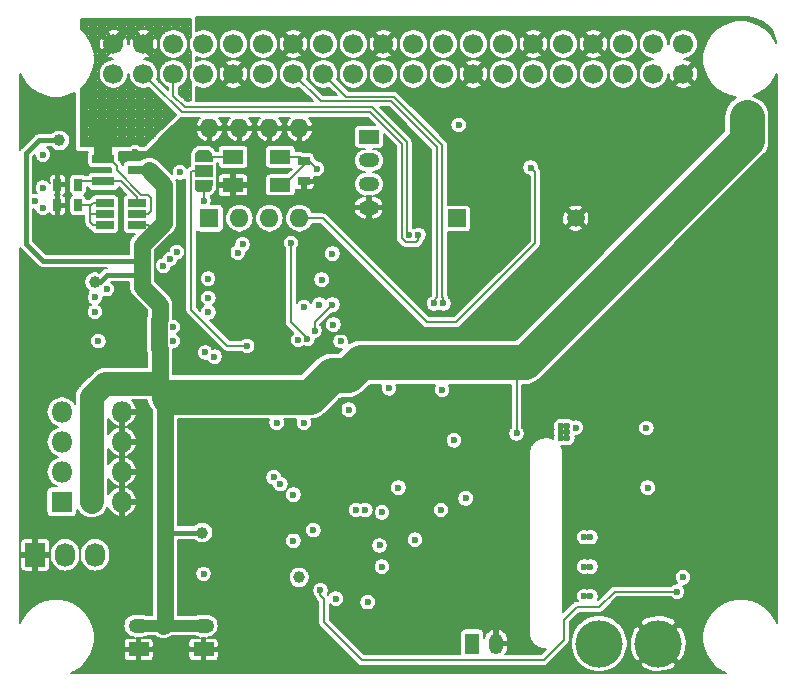
<source format=gbr>
G04 #@! TF.GenerationSoftware,KiCad,Pcbnew,5.0.0-rc2-dev-unknown-41ac458~64~ubuntu17.10.1*
G04 #@! TF.CreationDate,2018-04-19T23:44:08+03:00*
G04 #@! TF.ProjectId,obc-drone-hat,6F62632D64726F6E652D6861742E6B69,rev?*
G04 #@! TF.SameCoordinates,Original*
G04 #@! TF.FileFunction,Copper,L4,Bot,Signal*
G04 #@! TF.FilePolarity,Positive*
%FSLAX46Y46*%
G04 Gerber Fmt 4.6, Leading zero omitted, Abs format (unit mm)*
G04 Created by KiCad (PCBNEW 5.0.0-rc2-dev-unknown-41ac458~64~ubuntu17.10.1) date Thu Apr 19 23:44:08 2018*
%MOMM*%
%LPD*%
G01*
G04 APERTURE LIST*
%ADD10R,1.000000X0.670000*%
%ADD11R,1.500000X0.500000*%
%ADD12C,0.100000*%
%ADD13C,1.000000*%
%ADD14R,1.500000X1.000000*%
%ADD15R,0.670000X1.000000*%
%ADD16O,1.600000X1.600000*%
%ADD17R,1.600000X1.600000*%
%ADD18R,1.560000X0.650000*%
%ADD19O,1.730000X2.030000*%
%ADD20R,1.730000X2.030000*%
%ADD21O,1.200000X1.750000*%
%ADD22R,1.200000X1.750000*%
%ADD23O,1.750000X1.200000*%
%ADD24R,1.750000X1.200000*%
%ADD25R,1.900000X0.800000*%
%ADD26R,1.800000X1.200000*%
%ADD27O,1.800000X1.800000*%
%ADD28R,1.800000X1.800000*%
%ADD29C,1.700000*%
%ADD30C,0.500000*%
%ADD31C,4.000000*%
%ADD32R,1.500000X1.500000*%
%ADD33C,1.500000*%
%ADD34C,0.600000*%
%ADD35C,0.200000*%
%ADD36C,1.500000*%
%ADD37C,3.000000*%
%ADD38C,2.000000*%
%ADD39C,1.400000*%
%ADD40C,1.000000*%
%ADD41C,0.400000*%
G04 APERTURE END LIST*
D10*
X154500000Y-97875000D03*
X154500000Y-96125000D03*
D11*
X146000000Y-98000000D03*
D12*
G36*
X146299009Y-97802407D02*
X146347545Y-97809606D01*
X146395142Y-97821529D01*
X146441342Y-97838059D01*
X146485698Y-97859038D01*
X146527785Y-97884264D01*
X146567197Y-97913494D01*
X146603553Y-97946446D01*
X146636505Y-97982802D01*
X146665735Y-98022214D01*
X146690961Y-98064301D01*
X146711940Y-98108657D01*
X146728470Y-98154857D01*
X146740393Y-98202454D01*
X146747592Y-98250990D01*
X146750000Y-98299999D01*
X146750000Y-98300001D01*
X146747592Y-98349010D01*
X146740393Y-98397546D01*
X146728470Y-98445143D01*
X146711940Y-98491343D01*
X146690961Y-98535699D01*
X146665735Y-98577786D01*
X146636505Y-98617198D01*
X146603553Y-98653554D01*
X146567197Y-98686506D01*
X146527785Y-98715736D01*
X146485698Y-98740962D01*
X146441342Y-98761941D01*
X146395142Y-98778471D01*
X146347545Y-98790394D01*
X146299009Y-98797593D01*
X146250000Y-98800001D01*
X145750000Y-98800001D01*
X145700991Y-98797593D01*
X145652455Y-98790394D01*
X145604858Y-98778471D01*
X145558658Y-98761941D01*
X145514302Y-98740962D01*
X145472215Y-98715736D01*
X145432803Y-98686506D01*
X145396447Y-98653554D01*
X145363495Y-98617198D01*
X145334265Y-98577786D01*
X145309039Y-98535699D01*
X145288060Y-98491343D01*
X145271530Y-98445143D01*
X145259607Y-98397546D01*
X145252408Y-98349010D01*
X145250000Y-98300001D01*
X145250000Y-98299999D01*
X145252408Y-98250990D01*
X145259607Y-98202454D01*
X145271530Y-98154857D01*
X145288060Y-98108657D01*
X145309039Y-98064301D01*
X145334265Y-98022214D01*
X145363495Y-97982802D01*
X145396447Y-97946446D01*
X145432803Y-97913494D01*
X145472215Y-97884264D01*
X145514302Y-97859038D01*
X145558658Y-97838059D01*
X145604858Y-97821529D01*
X145652455Y-97809606D01*
X145700991Y-97802407D01*
X145750000Y-97799999D01*
X146250000Y-97799999D01*
X146299009Y-97802407D01*
X146299009Y-97802407D01*
G37*
D13*
X146000000Y-98300000D03*
D14*
X146000000Y-97000000D03*
D11*
X146000000Y-96000000D03*
D12*
G36*
X146299009Y-95202407D02*
X146347545Y-95209606D01*
X146395142Y-95221529D01*
X146441342Y-95238059D01*
X146485698Y-95259038D01*
X146527785Y-95284264D01*
X146567197Y-95313494D01*
X146603553Y-95346446D01*
X146636505Y-95382802D01*
X146665735Y-95422214D01*
X146690961Y-95464301D01*
X146711940Y-95508657D01*
X146728470Y-95554857D01*
X146740393Y-95602454D01*
X146747592Y-95650990D01*
X146750000Y-95699999D01*
X146750000Y-95700001D01*
X146747592Y-95749010D01*
X146740393Y-95797546D01*
X146728470Y-95845143D01*
X146711940Y-95891343D01*
X146690961Y-95935699D01*
X146665735Y-95977786D01*
X146636505Y-96017198D01*
X146603553Y-96053554D01*
X146567197Y-96086506D01*
X146527785Y-96115736D01*
X146485698Y-96140962D01*
X146441342Y-96161941D01*
X146395142Y-96178471D01*
X146347545Y-96190394D01*
X146299009Y-96197593D01*
X146250000Y-96200001D01*
X145750000Y-96200001D01*
X145700991Y-96197593D01*
X145652455Y-96190394D01*
X145604858Y-96178471D01*
X145558658Y-96161941D01*
X145514302Y-96140962D01*
X145472215Y-96115736D01*
X145432803Y-96086506D01*
X145396447Y-96053554D01*
X145363495Y-96017198D01*
X145334265Y-95977786D01*
X145309039Y-95935699D01*
X145288060Y-95891343D01*
X145271530Y-95845143D01*
X145259607Y-95797546D01*
X145252408Y-95749010D01*
X145250000Y-95700001D01*
X145250000Y-95699999D01*
X145252408Y-95650990D01*
X145259607Y-95602454D01*
X145271530Y-95554857D01*
X145288060Y-95508657D01*
X145309039Y-95464301D01*
X145334265Y-95422214D01*
X145363495Y-95382802D01*
X145396447Y-95346446D01*
X145432803Y-95313494D01*
X145472215Y-95284264D01*
X145514302Y-95259038D01*
X145558658Y-95238059D01*
X145604858Y-95221529D01*
X145652455Y-95209606D01*
X145700991Y-95202407D01*
X145750000Y-95199999D01*
X146250000Y-95199999D01*
X146299009Y-95202407D01*
X146299009Y-95202407D01*
G37*
D13*
X146000000Y-95700000D03*
D15*
X133625000Y-99900000D03*
X135375000Y-99900000D03*
X133625000Y-98150000D03*
X135375000Y-98150000D03*
D16*
X146500000Y-93380000D03*
X154120000Y-101000000D03*
X149040000Y-93380000D03*
X151580000Y-101000000D03*
X151580000Y-93380000D03*
X149040000Y-101000000D03*
X154120000Y-93380000D03*
D17*
X146500000Y-101000000D03*
D18*
X140350000Y-100650000D03*
X140350000Y-101600000D03*
X140350000Y-99700000D03*
X137650000Y-99700000D03*
X137650000Y-100650000D03*
X137650000Y-101600000D03*
D19*
X136830000Y-129500000D03*
X134290000Y-129500000D03*
D20*
X131750000Y-129500000D03*
D21*
X170750000Y-137000000D03*
D22*
X168750000Y-137000000D03*
D23*
X160000000Y-100100000D03*
X160000000Y-98100000D03*
X160000000Y-96100000D03*
D24*
X160000000Y-94100000D03*
D23*
X140500000Y-135500000D03*
D24*
X140500000Y-137500000D03*
D23*
X146000000Y-135500000D03*
D24*
X146000000Y-137500000D03*
D25*
X140500000Y-96900000D03*
X137500000Y-95950000D03*
X137500000Y-97850000D03*
D26*
X152500000Y-95800000D03*
X148500000Y-95800000D03*
X148500000Y-98200000D03*
X152500000Y-98200000D03*
D27*
X139080000Y-117380000D03*
X136540000Y-117380000D03*
X134000000Y-117380000D03*
X139080000Y-119920000D03*
X136540000Y-119920000D03*
X134000000Y-119920000D03*
X139080000Y-122460000D03*
X136540000Y-122460000D03*
X134000000Y-122460000D03*
X139080000Y-125000000D03*
X136540000Y-125000000D03*
D28*
X134000000Y-125000000D03*
D29*
X186630000Y-86230000D03*
X186630000Y-88770000D03*
X184090000Y-86230000D03*
X184090000Y-88770000D03*
X181550000Y-86230000D03*
X181550000Y-88770000D03*
X179010000Y-86230000D03*
X179010000Y-88770000D03*
X176470000Y-86230000D03*
X176470000Y-88770000D03*
X173930000Y-86230000D03*
X173930000Y-88770000D03*
X171390000Y-86230000D03*
X171390000Y-88770000D03*
X168850000Y-86230000D03*
X168850000Y-88770000D03*
X166310000Y-86230000D03*
X166310000Y-88770000D03*
X163770000Y-86230000D03*
X163770000Y-88770000D03*
X161230000Y-86230000D03*
X161230000Y-88770000D03*
X158690000Y-86230000D03*
X158690000Y-88770000D03*
X156150000Y-86230000D03*
X156150000Y-88770000D03*
X153610000Y-86230000D03*
X153610000Y-88770000D03*
X151070000Y-86230000D03*
X151070000Y-88770000D03*
X148530000Y-86230000D03*
X148530000Y-88770000D03*
X145990000Y-86230000D03*
X145990000Y-88770000D03*
X143450000Y-86230000D03*
X143450000Y-88770000D03*
X140910000Y-86230000D03*
X140910000Y-88770000D03*
X138370000Y-86230000D03*
X138370000Y-88770000D03*
D30*
X185972243Y-136150000D03*
X185972243Y-137850000D03*
X184500000Y-138700000D03*
X183027757Y-137850000D03*
X183027757Y-136150000D03*
X184500000Y-135300000D03*
X180972243Y-136150000D03*
X180972243Y-137850000D03*
X179500000Y-138700000D03*
X178027757Y-137850000D03*
X178027757Y-136150000D03*
X179500000Y-135300000D03*
D31*
X184500000Y-137000000D03*
X179500000Y-137000000D03*
D32*
X167500000Y-101000000D03*
D33*
X177500000Y-101000000D03*
D34*
X189875000Y-121250000D03*
X189875000Y-120500000D03*
X189875000Y-122000000D03*
X189875000Y-122750000D03*
X189000000Y-123500000D03*
X190750000Y-119750000D03*
X190750000Y-119000000D03*
X190750000Y-120500000D03*
X190750000Y-121250000D03*
X190750000Y-122750000D03*
X190750000Y-122000000D03*
X190750000Y-123500000D03*
X189875000Y-123500000D03*
X189000000Y-122000000D03*
X189000000Y-121250000D03*
X189000000Y-119750000D03*
X189875000Y-119750000D03*
X189000000Y-119000000D03*
X189875000Y-119000000D03*
X189000000Y-120500000D03*
X189000000Y-122750000D03*
X151000000Y-108000000D03*
X151000000Y-107400000D03*
X151000000Y-108600000D03*
X151600000Y-108000000D03*
X150400000Y-108000000D03*
X171000000Y-125500000D03*
X151100000Y-111900000D03*
X157600000Y-116500000D03*
X157900000Y-130500000D03*
X166000000Y-124600000D03*
X150400000Y-131000000D03*
X161300000Y-129500000D03*
X132100000Y-101300000D03*
X152600000Y-124900000D03*
X159500000Y-110000000D03*
X140200000Y-95400000D03*
X157641379Y-110601059D03*
X157000000Y-121000000D03*
X161000000Y-121000000D03*
X157000000Y-124000000D03*
X155600000Y-96800000D03*
X163900000Y-128200000D03*
X168200000Y-124700000D03*
X153600000Y-128300000D03*
X154500000Y-118300000D03*
X152200000Y-118300000D03*
X156900000Y-104000000D03*
X157600000Y-111400000D03*
X167600000Y-93100000D03*
X136100000Y-90300000D03*
X136100000Y-90900000D03*
X136100000Y-91500000D03*
X136100000Y-92100000D03*
X136100000Y-92700000D03*
D13*
X154100000Y-131400000D03*
D34*
X173700000Y-96700000D03*
X149700000Y-111800000D03*
X162500014Y-123800000D03*
X157200000Y-133200000D03*
X167200000Y-119800000D03*
X154500000Y-108500000D03*
X157000000Y-110000000D03*
X156900000Y-108300000D03*
X155399979Y-110500000D03*
X159900000Y-133500000D03*
X158300000Y-117200000D03*
X151934306Y-122934306D03*
X143400006Y-111400000D03*
X152500000Y-123500000D03*
X143399980Y-110200000D03*
X153600000Y-124400000D03*
X146134350Y-112356234D03*
X146922546Y-112720151D03*
X155300000Y-127400000D03*
X155900000Y-132500000D03*
X186100000Y-132600000D03*
X163400000Y-102400000D03*
X158899987Y-125700000D03*
X164200013Y-102400000D03*
X159700000Y-125700000D03*
X161099912Y-130500000D03*
X166300013Y-108200000D03*
X146000000Y-131099990D03*
X161100000Y-125899950D03*
X160900000Y-128700000D03*
X146000000Y-99500000D03*
X166200000Y-115500000D03*
X154000000Y-111300000D03*
X156000000Y-106200000D03*
X142600000Y-105000000D03*
X149300000Y-103200000D03*
X143172312Y-104441003D03*
X132400000Y-95600000D03*
X143729883Y-103867302D03*
X136800006Y-107700000D03*
X146390322Y-106099946D03*
X136800000Y-108899982D03*
X146400000Y-107750021D03*
X148900000Y-103900000D03*
X137800000Y-106999990D03*
X137100000Y-111399978D03*
X146400000Y-108950032D03*
X161699992Y-115400000D03*
X153400000Y-103100000D03*
X154800000Y-111200012D03*
X155800000Y-108300000D03*
X144000000Y-97100000D03*
X191400000Y-94400000D03*
X192600000Y-93800000D03*
X192000000Y-94400000D03*
X191400000Y-93800000D03*
X192000000Y-93800000D03*
X192600000Y-94400000D03*
X191400000Y-93200000D03*
X192600000Y-93200000D03*
X192000000Y-92600000D03*
X192000000Y-93200000D03*
X192600000Y-92600000D03*
X191400000Y-92600000D03*
X183600000Y-123800000D03*
X186600000Y-131400000D03*
D13*
X136800000Y-106400000D03*
X133800000Y-94400000D03*
X145900000Y-127600000D03*
D34*
X172500000Y-119200000D03*
X177540000Y-118710000D03*
X183500000Y-118750000D03*
X178750000Y-128000000D03*
X178750000Y-130500000D03*
X178750000Y-133000000D03*
X178250000Y-133000000D03*
X178250000Y-130500000D03*
X178250000Y-128000000D03*
X177540000Y-118710000D03*
X176300000Y-118600000D03*
X176800000Y-118600000D03*
X176300000Y-119100000D03*
X176300000Y-119600000D03*
X176800000Y-119100000D03*
X176800000Y-119600000D03*
X166100000Y-125700000D03*
X165500000Y-108200000D03*
X132400000Y-100100004D03*
X132400009Y-98399978D03*
X131729328Y-99563859D03*
D35*
X154500000Y-98410000D02*
X154500000Y-97875000D01*
X153809999Y-99100001D02*
X154500000Y-98410000D01*
X148600001Y-99100001D02*
X153809999Y-99100001D01*
X148500000Y-99000000D02*
X148600001Y-99100001D01*
X148500000Y-98200000D02*
X148500000Y-99000000D01*
X154175000Y-95800000D02*
X154500000Y-96125000D01*
X152500000Y-95800000D02*
X154175000Y-95800000D01*
X154500000Y-96500000D02*
X154500000Y-96125000D01*
X152800000Y-98200000D02*
X154500000Y-96500000D01*
X152500000Y-98200000D02*
X152800000Y-98200000D01*
X154925000Y-96125000D02*
X155600000Y-96800000D01*
X154500000Y-96125000D02*
X154925000Y-96125000D01*
D36*
X137500000Y-95575000D02*
X137500000Y-93725000D01*
D35*
X137125000Y-93725000D02*
X136100000Y-92700000D01*
X137500000Y-93725000D02*
X137125000Y-93725000D01*
X138650000Y-96550000D02*
X138050000Y-95950000D01*
X138650000Y-96909300D02*
X138650000Y-96550000D01*
X141595002Y-100384998D02*
X141595002Y-99300000D01*
X141295002Y-99000000D02*
X140740700Y-99000000D01*
X141330000Y-100650000D02*
X141595002Y-100384998D01*
X140350000Y-100650000D02*
X141330000Y-100650000D01*
X141595002Y-99300000D02*
X141295002Y-99000000D01*
X138050000Y-95950000D02*
X137500000Y-95950000D01*
X140740700Y-99000000D02*
X138650000Y-96909300D01*
X174100000Y-103100000D02*
X174100000Y-97100000D01*
X174100000Y-97100000D02*
X173700000Y-96700000D01*
X167400000Y-109800000D02*
X174100000Y-103100000D01*
X164900000Y-109800000D02*
X167400000Y-109800000D01*
X154120000Y-101000000D02*
X156100000Y-101000000D01*
X156100000Y-101000000D02*
X164900000Y-109800000D01*
X144949990Y-97100010D02*
X144949990Y-108749990D01*
X146000000Y-97000000D02*
X145050000Y-97000000D01*
X145050000Y-97000000D02*
X144949990Y-97100010D01*
X148000000Y-111800000D02*
X149700000Y-111800000D01*
X144949990Y-108749990D02*
X148000000Y-111800000D01*
X155399979Y-109800021D02*
X155399979Y-110075736D01*
X155399979Y-110075736D02*
X155399979Y-110500000D01*
X156900000Y-108300000D02*
X155399979Y-109800021D01*
X180800000Y-132600000D02*
X186100000Y-132600000D01*
X177600000Y-133900000D02*
X179500000Y-133900000D01*
X176500000Y-136700000D02*
X176500000Y-135000000D01*
X176500000Y-135000000D02*
X177600000Y-133900000D01*
X155900000Y-132924264D02*
X156200000Y-133224264D01*
X155900000Y-132500000D02*
X155900000Y-132924264D01*
X156200000Y-135200000D02*
X159400000Y-138400000D01*
X156200000Y-133224264D02*
X156200000Y-135200000D01*
X159400000Y-138400000D02*
X174800000Y-138400000D01*
X179500000Y-133900000D02*
X180800000Y-132600000D01*
X174800000Y-138400000D02*
X176500000Y-136700000D01*
X144400000Y-91600000D02*
X143450000Y-90650000D01*
X143450000Y-90650000D02*
X143450000Y-88770000D01*
X160265700Y-91600000D02*
X144400000Y-91600000D01*
X163200000Y-94534300D02*
X160265700Y-91600000D01*
X163400000Y-102400000D02*
X163200000Y-102200000D01*
X163200000Y-102200000D02*
X163200000Y-94534300D01*
X144140000Y-92000000D02*
X141759999Y-89619999D01*
X141759999Y-89619999D02*
X140910000Y-88770000D01*
X160100000Y-92000000D02*
X144140000Y-92000000D01*
X164200013Y-102824264D02*
X164024276Y-103000001D01*
X164024276Y-103000001D02*
X163111999Y-103000001D01*
X163111999Y-103000001D02*
X162799989Y-102687991D01*
X164200013Y-102400000D02*
X164200013Y-102824264D01*
X162799989Y-102687991D02*
X162799989Y-94699989D01*
X162799989Y-94699989D02*
X160100000Y-92000000D01*
X166300013Y-107775736D02*
X166300013Y-108200000D01*
X162100000Y-90700000D02*
X166200000Y-94800000D01*
X158080000Y-90700000D02*
X162100000Y-90700000D01*
X166200000Y-107675723D02*
X166300013Y-107775736D01*
X166200000Y-94800000D02*
X166200000Y-107675723D01*
X156150000Y-88770000D02*
X158080000Y-90700000D01*
X146100000Y-95800000D02*
X146000000Y-95700000D01*
X148500000Y-95800000D02*
X146100000Y-95800000D01*
X146000000Y-99500000D02*
X146000000Y-98300000D01*
X137250000Y-100750000D02*
X137200000Y-100700000D01*
X136400000Y-101330000D02*
X136670000Y-101600000D01*
X136470000Y-99900000D02*
X136400000Y-99900000D01*
X136670000Y-101600000D02*
X137650000Y-101600000D01*
X136670000Y-99700000D02*
X136470000Y-99900000D01*
X137650000Y-99700000D02*
X136670000Y-99700000D01*
X135375000Y-99900000D02*
X136400000Y-99900000D01*
X136450000Y-100650000D02*
X136400000Y-100700000D01*
X137650000Y-100650000D02*
X136450000Y-100650000D01*
X136400000Y-99900000D02*
X136400000Y-100700000D01*
X136400000Y-100700000D02*
X136400000Y-101330000D01*
X135675000Y-97850000D02*
X135375000Y-98150000D01*
X137500000Y-97850000D02*
X135675000Y-97850000D01*
X138050000Y-97850000D02*
X137500000Y-97850000D01*
X139025000Y-97850000D02*
X137500000Y-97850000D01*
X140350000Y-99175000D02*
X139025000Y-97850000D01*
X140350000Y-99700000D02*
X140350000Y-99175000D01*
X154500001Y-110900013D02*
X154800000Y-111200012D01*
X153400000Y-103100000D02*
X153400000Y-109800012D01*
X153400000Y-109800012D02*
X154500001Y-110900013D01*
D37*
X192000000Y-92450000D02*
X192000000Y-94250000D01*
D38*
X136540000Y-123727208D02*
X136540000Y-122460000D01*
X136540000Y-125000000D02*
X136540000Y-123727208D01*
X136540000Y-121187208D02*
X136540000Y-119920000D01*
X136540000Y-122460000D02*
X136540000Y-121187208D01*
X136540000Y-119920000D02*
X136540000Y-117380000D01*
X142500000Y-115500000D02*
X143100000Y-116100000D01*
D35*
X141400000Y-96900000D02*
X140500000Y-96900000D01*
X141330000Y-101600000D02*
X141350000Y-101620000D01*
X140350000Y-101600000D02*
X141330000Y-101600000D01*
X142430877Y-101620000D02*
X142500000Y-101550877D01*
X141350000Y-101620000D02*
X142430877Y-101620000D01*
D39*
X140800000Y-103250877D02*
X142500000Y-101550877D01*
X142500000Y-101550877D02*
X142672000Y-101400000D01*
X142672000Y-98172000D02*
X141400000Y-96900000D01*
X142672000Y-101400000D02*
X142672000Y-98172000D01*
D35*
X142600000Y-116600000D02*
X143100000Y-116100000D01*
D40*
X142600000Y-135500000D02*
X146000000Y-135500000D01*
D39*
X142700000Y-116700000D02*
X142600000Y-116600000D01*
X142600000Y-135500000D02*
X142700000Y-135400000D01*
D40*
X141575000Y-135500000D02*
X142600000Y-135500000D01*
X140500000Y-135500000D02*
X141575000Y-135500000D01*
D35*
X145500000Y-127500000D02*
X145600000Y-127600000D01*
D39*
X142700000Y-135400000D02*
X142700000Y-127500000D01*
X142700000Y-127500000D02*
X142700000Y-116700000D01*
D41*
X143100000Y-127600000D02*
X145900000Y-127600000D01*
X142700000Y-127500000D02*
X142800000Y-127600000D01*
X137824264Y-105800000D02*
X140800000Y-105800000D01*
D35*
X136800000Y-106400000D02*
X137224264Y-106400000D01*
D41*
X137224264Y-106400000D02*
X137824264Y-105800000D01*
D39*
X140800000Y-105800000D02*
X140800000Y-104600000D01*
X140800000Y-104600000D02*
X140800000Y-103250877D01*
D41*
X132400000Y-104600000D02*
X140800000Y-104600000D01*
X131000000Y-103200000D02*
X132400000Y-104600000D01*
X133800000Y-94400000D02*
X132100000Y-94400000D01*
X131000000Y-95500000D02*
X131000000Y-103200000D01*
X132100000Y-94400000D02*
X131000000Y-95500000D01*
D39*
X140800000Y-106800000D02*
X140800000Y-105800000D01*
X142300000Y-109523978D02*
X142300000Y-108300000D01*
X142199979Y-109623999D02*
X142300000Y-109523978D01*
X142300000Y-108300000D02*
X140800000Y-106800000D01*
X142199979Y-110776001D02*
X142199979Y-109623999D01*
X142300000Y-115300000D02*
X142300000Y-112075996D01*
X142223991Y-110800013D02*
X142199979Y-110776001D01*
X142500000Y-115500000D02*
X142300000Y-115300000D01*
X142300000Y-112075996D02*
X142200005Y-111976001D01*
X142200005Y-111976001D02*
X142200005Y-110823999D01*
X142200005Y-110823999D02*
X142223991Y-110800013D01*
D37*
X173900000Y-112500000D02*
X173200001Y-113199999D01*
X192000000Y-94400000D02*
X174000000Y-112400000D01*
D35*
X172500000Y-113900000D02*
X173200001Y-113199999D01*
X172500000Y-119200000D02*
X172500000Y-113900000D01*
D37*
X155039998Y-116100000D02*
X143100000Y-116100000D01*
X156839998Y-114300000D02*
X155039998Y-116100000D01*
X158200000Y-114300000D02*
X156839998Y-114300000D01*
X173200001Y-113199999D02*
X159300001Y-113199999D01*
X159300001Y-113199999D02*
X158200000Y-114300000D01*
D35*
X165500000Y-108000000D02*
X165500000Y-108200000D01*
X165800000Y-107700000D02*
X165500000Y-108000000D01*
X165800000Y-95000000D02*
X165800000Y-107700000D01*
X161900011Y-91100011D02*
X165800000Y-95000000D01*
X153610000Y-88770000D02*
X155940011Y-91100011D01*
X155940011Y-91100011D02*
X161900011Y-91100011D01*
D38*
X142000000Y-115000000D02*
X142500000Y-115500000D01*
X137647208Y-115000000D02*
X142000000Y-115000000D01*
X136540000Y-117380000D02*
X136540000Y-116107208D01*
X136540000Y-116107208D02*
X137647208Y-115000000D01*
D35*
G36*
X194525000Y-135245010D02*
X194402267Y-134948706D01*
X194043858Y-134412309D01*
X193587691Y-133956142D01*
X193051294Y-133597733D01*
X192455282Y-133350857D01*
X191822559Y-133225000D01*
X191177441Y-133225000D01*
X190544718Y-133350857D01*
X189948706Y-133597733D01*
X189412309Y-133956142D01*
X188956142Y-134412309D01*
X188597733Y-134948706D01*
X188350857Y-135544718D01*
X188225000Y-136177441D01*
X188225000Y-136822559D01*
X188350857Y-137455282D01*
X188597733Y-138051294D01*
X188956142Y-138587691D01*
X189412309Y-139043858D01*
X189948706Y-139402267D01*
X190245010Y-139525000D01*
X134754990Y-139525000D01*
X135051294Y-139402267D01*
X135587691Y-139043858D01*
X136043858Y-138587691D01*
X136402267Y-138051294D01*
X136527066Y-137750000D01*
X139225000Y-137750000D01*
X139225000Y-138139397D01*
X139240372Y-138216676D01*
X139270525Y-138289471D01*
X139314300Y-138354986D01*
X139370015Y-138410701D01*
X139435529Y-138454476D01*
X139508325Y-138484628D01*
X139585604Y-138500000D01*
X140250000Y-138500000D01*
X140350000Y-138400000D01*
X140350000Y-137650000D01*
X140650000Y-137650000D01*
X140650000Y-138400000D01*
X140750000Y-138500000D01*
X141414396Y-138500000D01*
X141491675Y-138484628D01*
X141564471Y-138454476D01*
X141629985Y-138410701D01*
X141685700Y-138354986D01*
X141729475Y-138289471D01*
X141759628Y-138216676D01*
X141775000Y-138139397D01*
X141775000Y-137750000D01*
X144725000Y-137750000D01*
X144725000Y-138139397D01*
X144740372Y-138216676D01*
X144770525Y-138289471D01*
X144814300Y-138354986D01*
X144870015Y-138410701D01*
X144935529Y-138454476D01*
X145008325Y-138484628D01*
X145085604Y-138500000D01*
X145750000Y-138500000D01*
X145850000Y-138400000D01*
X145850000Y-137650000D01*
X146150000Y-137650000D01*
X146150000Y-138400000D01*
X146250000Y-138500000D01*
X146914396Y-138500000D01*
X146991675Y-138484628D01*
X147064471Y-138454476D01*
X147129985Y-138410701D01*
X147185700Y-138354986D01*
X147229475Y-138289471D01*
X147259628Y-138216676D01*
X147275000Y-138139397D01*
X147275000Y-137750000D01*
X147175000Y-137650000D01*
X146150000Y-137650000D01*
X145850000Y-137650000D01*
X144825000Y-137650000D01*
X144725000Y-137750000D01*
X141775000Y-137750000D01*
X141675000Y-137650000D01*
X140650000Y-137650000D01*
X140350000Y-137650000D01*
X139325000Y-137650000D01*
X139225000Y-137750000D01*
X136527066Y-137750000D01*
X136649143Y-137455282D01*
X136775000Y-136822559D01*
X136775000Y-136177441D01*
X136649143Y-135544718D01*
X136402267Y-134948706D01*
X136043858Y-134412309D01*
X135587691Y-133956142D01*
X135051294Y-133597733D01*
X134455282Y-133350857D01*
X133822559Y-133225000D01*
X133177441Y-133225000D01*
X132544718Y-133350857D01*
X131948706Y-133597733D01*
X131412309Y-133956142D01*
X130956142Y-134412309D01*
X130597733Y-134948706D01*
X130475000Y-135245010D01*
X130475000Y-129750000D01*
X130485000Y-129750000D01*
X130485000Y-130554397D01*
X130500372Y-130631676D01*
X130530525Y-130704471D01*
X130574300Y-130769986D01*
X130630015Y-130825701D01*
X130695529Y-130869476D01*
X130768325Y-130899628D01*
X130845604Y-130915000D01*
X131500000Y-130915000D01*
X131600000Y-130815000D01*
X131600000Y-129650000D01*
X131900000Y-129650000D01*
X131900000Y-130815000D01*
X132000000Y-130915000D01*
X132654396Y-130915000D01*
X132731675Y-130899628D01*
X132804471Y-130869476D01*
X132869985Y-130825701D01*
X132925700Y-130769986D01*
X132969475Y-130704471D01*
X132999628Y-130631676D01*
X133015000Y-130554397D01*
X133015000Y-129750000D01*
X132915000Y-129650000D01*
X131900000Y-129650000D01*
X131600000Y-129650000D01*
X130585000Y-129650000D01*
X130485000Y-129750000D01*
X130475000Y-129750000D01*
X130475000Y-128445603D01*
X130485000Y-128445603D01*
X130485000Y-129250000D01*
X130585000Y-129350000D01*
X131600000Y-129350000D01*
X131600000Y-128185000D01*
X131900000Y-128185000D01*
X131900000Y-129350000D01*
X132915000Y-129350000D01*
X132977137Y-129287863D01*
X133025000Y-129287863D01*
X133025000Y-129712138D01*
X133043304Y-129897983D01*
X133115638Y-130136437D01*
X133233102Y-130356196D01*
X133391183Y-130548818D01*
X133583805Y-130706898D01*
X133803564Y-130824362D01*
X134042018Y-130896696D01*
X134290000Y-130921120D01*
X134537983Y-130896696D01*
X134776437Y-130824362D01*
X134996196Y-130706898D01*
X135188818Y-130548818D01*
X135346898Y-130356195D01*
X135464362Y-130136436D01*
X135536696Y-129897982D01*
X135555000Y-129712137D01*
X135555000Y-129287863D01*
X135565000Y-129287863D01*
X135565000Y-129712138D01*
X135583304Y-129897983D01*
X135655638Y-130136437D01*
X135773102Y-130356196D01*
X135931183Y-130548818D01*
X136123805Y-130706898D01*
X136343564Y-130824362D01*
X136582018Y-130896696D01*
X136830000Y-130921120D01*
X137077983Y-130896696D01*
X137316437Y-130824362D01*
X137536196Y-130706898D01*
X137728818Y-130548818D01*
X137886898Y-130356195D01*
X138004362Y-130136436D01*
X138076696Y-129897982D01*
X138095000Y-129712137D01*
X138095000Y-129287862D01*
X138076696Y-129102017D01*
X138004362Y-128863563D01*
X137886898Y-128643804D01*
X137728818Y-128451182D01*
X137536195Y-128293102D01*
X137316436Y-128175638D01*
X137077982Y-128103304D01*
X136830000Y-128078880D01*
X136582017Y-128103304D01*
X136343563Y-128175638D01*
X136123804Y-128293102D01*
X135931182Y-128451182D01*
X135773102Y-128643805D01*
X135655638Y-128863564D01*
X135583304Y-129102018D01*
X135565000Y-129287863D01*
X135555000Y-129287863D01*
X135555000Y-129287862D01*
X135536696Y-129102017D01*
X135464362Y-128863563D01*
X135346898Y-128643804D01*
X135188818Y-128451182D01*
X134996195Y-128293102D01*
X134776436Y-128175638D01*
X134537982Y-128103304D01*
X134290000Y-128078880D01*
X134042017Y-128103304D01*
X133803563Y-128175638D01*
X133583804Y-128293102D01*
X133391182Y-128451182D01*
X133233102Y-128643805D01*
X133115638Y-128863564D01*
X133043304Y-129102018D01*
X133025000Y-129287863D01*
X132977137Y-129287863D01*
X133015000Y-129250000D01*
X133015000Y-128445603D01*
X132999628Y-128368324D01*
X132969475Y-128295529D01*
X132925700Y-128230014D01*
X132869985Y-128174299D01*
X132804471Y-128130524D01*
X132731675Y-128100372D01*
X132654396Y-128085000D01*
X132000000Y-128085000D01*
X131900000Y-128185000D01*
X131600000Y-128185000D01*
X131500000Y-128085000D01*
X130845604Y-128085000D01*
X130768325Y-128100372D01*
X130695529Y-128130524D01*
X130630015Y-128174299D01*
X130574300Y-128230014D01*
X130530525Y-128295529D01*
X130500372Y-128368324D01*
X130485000Y-128445603D01*
X130475000Y-128445603D01*
X130475000Y-111331034D01*
X136400000Y-111331034D01*
X136400000Y-111468922D01*
X136426901Y-111604160D01*
X136479668Y-111731552D01*
X136556274Y-111846202D01*
X136653776Y-111943704D01*
X136768426Y-112020310D01*
X136895818Y-112073077D01*
X137031056Y-112099978D01*
X137168944Y-112099978D01*
X137304182Y-112073077D01*
X137431574Y-112020310D01*
X137546224Y-111943704D01*
X137643726Y-111846202D01*
X137720332Y-111731552D01*
X137773099Y-111604160D01*
X137800000Y-111468922D01*
X137800000Y-111331034D01*
X137773099Y-111195796D01*
X137720332Y-111068404D01*
X137643726Y-110953754D01*
X137546224Y-110856252D01*
X137431574Y-110779646D01*
X137304182Y-110726879D01*
X137168944Y-110699978D01*
X137031056Y-110699978D01*
X136895818Y-110726879D01*
X136768426Y-110779646D01*
X136653776Y-110856252D01*
X136556274Y-110953754D01*
X136479668Y-111068404D01*
X136426901Y-111195796D01*
X136400000Y-111331034D01*
X130475000Y-111331034D01*
X130475000Y-103490606D01*
X130498705Y-103534955D01*
X130573684Y-103626317D01*
X130596581Y-103645109D01*
X131954891Y-105003419D01*
X131973683Y-105026317D01*
X132065045Y-105101296D01*
X132169279Y-105157010D01*
X132264571Y-105185916D01*
X132282379Y-105191318D01*
X132400000Y-105202903D01*
X132429474Y-105200000D01*
X137794789Y-105200000D01*
X137765316Y-105202903D01*
X137706643Y-105208682D01*
X137593543Y-105242990D01*
X137489309Y-105298704D01*
X137397947Y-105373683D01*
X137379155Y-105396581D01*
X137188831Y-105586906D01*
X137062520Y-105534586D01*
X136888642Y-105500000D01*
X136711358Y-105500000D01*
X136537480Y-105534586D01*
X136373690Y-105602430D01*
X136226283Y-105700924D01*
X136100924Y-105826283D01*
X136002430Y-105973690D01*
X135934586Y-106137480D01*
X135900000Y-106311358D01*
X135900000Y-106488642D01*
X135934586Y-106662520D01*
X136002430Y-106826310D01*
X136100924Y-106973717D01*
X136226283Y-107099076D01*
X136337001Y-107173055D01*
X136256280Y-107253776D01*
X136179674Y-107368426D01*
X136126907Y-107495818D01*
X136100006Y-107631056D01*
X136100006Y-107768944D01*
X136126907Y-107904182D01*
X136179674Y-108031574D01*
X136256280Y-108146224D01*
X136353782Y-108243726D01*
X136437986Y-108299989D01*
X136353776Y-108356256D01*
X136256274Y-108453758D01*
X136179668Y-108568408D01*
X136126901Y-108695800D01*
X136100000Y-108831038D01*
X136100000Y-108968926D01*
X136126901Y-109104164D01*
X136179668Y-109231556D01*
X136256274Y-109346206D01*
X136353776Y-109443708D01*
X136468426Y-109520314D01*
X136595818Y-109573081D01*
X136731056Y-109599982D01*
X136868944Y-109599982D01*
X137004182Y-109573081D01*
X137131574Y-109520314D01*
X137246224Y-109443708D01*
X137343726Y-109346206D01*
X137420332Y-109231556D01*
X137473099Y-109104164D01*
X137500000Y-108968926D01*
X137500000Y-108831038D01*
X137473099Y-108695800D01*
X137420332Y-108568408D01*
X137343726Y-108453758D01*
X137246224Y-108356256D01*
X137162020Y-108299993D01*
X137246230Y-108243726D01*
X137343732Y-108146224D01*
X137420338Y-108031574D01*
X137473105Y-107904182D01*
X137500006Y-107768944D01*
X137500006Y-107633403D01*
X137595818Y-107673089D01*
X137731056Y-107699990D01*
X137868944Y-107699990D01*
X138004182Y-107673089D01*
X138131574Y-107620322D01*
X138246224Y-107543716D01*
X138343726Y-107446214D01*
X138420332Y-107331564D01*
X138473099Y-107204172D01*
X138500000Y-107068934D01*
X138500000Y-106931046D01*
X138473099Y-106795808D01*
X138420332Y-106668416D01*
X138343726Y-106553766D01*
X138246224Y-106456264D01*
X138162018Y-106400000D01*
X139700000Y-106400000D01*
X139700000Y-106745966D01*
X139694678Y-106800000D01*
X139700000Y-106854034D01*
X139700000Y-106854035D01*
X139715916Y-107015637D01*
X139778816Y-107222987D01*
X139880958Y-107414084D01*
X140018419Y-107581581D01*
X140060399Y-107616033D01*
X141200000Y-108755635D01*
X141200000Y-109161341D01*
X141178796Y-109201011D01*
X141115895Y-109408361D01*
X141099979Y-109569963D01*
X141094657Y-109623999D01*
X141099979Y-109678033D01*
X141099979Y-110721967D01*
X141094657Y-110776001D01*
X141097034Y-110800132D01*
X141094683Y-110823999D01*
X141100005Y-110878033D01*
X141100005Y-111921967D01*
X141094683Y-111976001D01*
X141100005Y-112030035D01*
X141100005Y-112030036D01*
X141115921Y-112191638D01*
X141178821Y-112398988D01*
X141200001Y-112438613D01*
X141200001Y-113600000D01*
X137715977Y-113600000D01*
X137647208Y-113593227D01*
X137578439Y-113600000D01*
X137578431Y-113600000D01*
X137372760Y-113620257D01*
X137108858Y-113700310D01*
X137024141Y-113745593D01*
X136865646Y-113830310D01*
X136652469Y-114005261D01*
X136608628Y-114058681D01*
X135598681Y-115068629D01*
X135545262Y-115112469D01*
X135501421Y-115165889D01*
X135501418Y-115165892D01*
X135452457Y-115225552D01*
X135370311Y-115325646D01*
X135240310Y-115568859D01*
X135160257Y-115832760D01*
X135140000Y-116038431D01*
X135140000Y-116038439D01*
X135133227Y-116107208D01*
X135140000Y-116175977D01*
X135140000Y-116755028D01*
X135086140Y-116654264D01*
X134923687Y-116456313D01*
X134725736Y-116293860D01*
X134499896Y-116173145D01*
X134254845Y-116098810D01*
X134063864Y-116080000D01*
X133936136Y-116080000D01*
X133745155Y-116098810D01*
X133500104Y-116173145D01*
X133274264Y-116293860D01*
X133076313Y-116456313D01*
X132913860Y-116654264D01*
X132793145Y-116880104D01*
X132718810Y-117125155D01*
X132693710Y-117380000D01*
X132718810Y-117634845D01*
X132793145Y-117879896D01*
X132913860Y-118105736D01*
X133076313Y-118303687D01*
X133274264Y-118466140D01*
X133500104Y-118586855D01*
X133708266Y-118650000D01*
X133500104Y-118713145D01*
X133274264Y-118833860D01*
X133076313Y-118996313D01*
X132913860Y-119194264D01*
X132793145Y-119420104D01*
X132718810Y-119665155D01*
X132693710Y-119920000D01*
X132718810Y-120174845D01*
X132793145Y-120419896D01*
X132913860Y-120645736D01*
X133076313Y-120843687D01*
X133274264Y-121006140D01*
X133500104Y-121126855D01*
X133708266Y-121190000D01*
X133500104Y-121253145D01*
X133274264Y-121373860D01*
X133076313Y-121536313D01*
X132913860Y-121734264D01*
X132793145Y-121960104D01*
X132718810Y-122205155D01*
X132693710Y-122460000D01*
X132718810Y-122714845D01*
X132793145Y-122959896D01*
X132913860Y-123185736D01*
X133076313Y-123383687D01*
X133274264Y-123546140D01*
X133500104Y-123666855D01*
X133602990Y-123698065D01*
X133100000Y-123698065D01*
X133021586Y-123705788D01*
X132946186Y-123728660D01*
X132876697Y-123765803D01*
X132815789Y-123815789D01*
X132765803Y-123876697D01*
X132728660Y-123946186D01*
X132705788Y-124021586D01*
X132698065Y-124100000D01*
X132698065Y-125900000D01*
X132705788Y-125978414D01*
X132728660Y-126053814D01*
X132765803Y-126123303D01*
X132815789Y-126184211D01*
X132876697Y-126234197D01*
X132946186Y-126271340D01*
X133021586Y-126294212D01*
X133100000Y-126301935D01*
X134900000Y-126301935D01*
X134978414Y-126294212D01*
X135053814Y-126271340D01*
X135123303Y-126234197D01*
X135184211Y-126184211D01*
X135234197Y-126123303D01*
X135271340Y-126053814D01*
X135294212Y-125978414D01*
X135301935Y-125900000D01*
X135301935Y-125653640D01*
X135370310Y-125781561D01*
X135545261Y-125994738D01*
X135758438Y-126169690D01*
X136001651Y-126299690D01*
X136265552Y-126379743D01*
X136540000Y-126406774D01*
X136814447Y-126379743D01*
X137078348Y-126299690D01*
X137321561Y-126169690D01*
X137534738Y-125994739D01*
X137709690Y-125781562D01*
X137839690Y-125538349D01*
X137866655Y-125449456D01*
X137920409Y-125587678D01*
X138057341Y-125802611D01*
X138233573Y-125986700D01*
X138442332Y-126132871D01*
X138675597Y-126235506D01*
X138729840Y-126251954D01*
X138930000Y-126190588D01*
X138930000Y-125150000D01*
X139230000Y-125150000D01*
X139230000Y-126190588D01*
X139430160Y-126251954D01*
X139484403Y-126235506D01*
X139717668Y-126132871D01*
X139926427Y-125986700D01*
X140102659Y-125802611D01*
X140239591Y-125587678D01*
X140331960Y-125350161D01*
X140271324Y-125150000D01*
X139230000Y-125150000D01*
X138930000Y-125150000D01*
X138910000Y-125150000D01*
X138910000Y-124850000D01*
X138930000Y-124850000D01*
X138930000Y-123809412D01*
X139230000Y-123809412D01*
X139230000Y-124850000D01*
X140271324Y-124850000D01*
X140331960Y-124649839D01*
X140239591Y-124412322D01*
X140102659Y-124197389D01*
X139926427Y-124013300D01*
X139717668Y-123867129D01*
X139484403Y-123764494D01*
X139430160Y-123748046D01*
X139230000Y-123809412D01*
X138930000Y-123809412D01*
X138729840Y-123748046D01*
X138675597Y-123764494D01*
X138442332Y-123867129D01*
X138233573Y-124013300D01*
X138057341Y-124197389D01*
X137940000Y-124381571D01*
X137940000Y-123078429D01*
X138057341Y-123262611D01*
X138233573Y-123446700D01*
X138442332Y-123592871D01*
X138675597Y-123695506D01*
X138729840Y-123711954D01*
X138930000Y-123650588D01*
X138930000Y-122610000D01*
X139230000Y-122610000D01*
X139230000Y-123650588D01*
X139430160Y-123711954D01*
X139484403Y-123695506D01*
X139717668Y-123592871D01*
X139926427Y-123446700D01*
X140102659Y-123262611D01*
X140239591Y-123047678D01*
X140331960Y-122810161D01*
X140271324Y-122610000D01*
X139230000Y-122610000D01*
X138930000Y-122610000D01*
X138910000Y-122610000D01*
X138910000Y-122310000D01*
X138930000Y-122310000D01*
X138930000Y-121269412D01*
X139230000Y-121269412D01*
X139230000Y-122310000D01*
X140271324Y-122310000D01*
X140331960Y-122109839D01*
X140239591Y-121872322D01*
X140102659Y-121657389D01*
X139926427Y-121473300D01*
X139717668Y-121327129D01*
X139484403Y-121224494D01*
X139430160Y-121208046D01*
X139230000Y-121269412D01*
X138930000Y-121269412D01*
X138729840Y-121208046D01*
X138675597Y-121224494D01*
X138442332Y-121327129D01*
X138233573Y-121473300D01*
X138057341Y-121657389D01*
X137940000Y-121841571D01*
X137940000Y-120538429D01*
X138057341Y-120722611D01*
X138233573Y-120906700D01*
X138442332Y-121052871D01*
X138675597Y-121155506D01*
X138729840Y-121171954D01*
X138930000Y-121110588D01*
X138930000Y-120070000D01*
X139230000Y-120070000D01*
X139230000Y-121110588D01*
X139430160Y-121171954D01*
X139484403Y-121155506D01*
X139717668Y-121052871D01*
X139926427Y-120906700D01*
X140102659Y-120722611D01*
X140239591Y-120507678D01*
X140331960Y-120270161D01*
X140271324Y-120070000D01*
X139230000Y-120070000D01*
X138930000Y-120070000D01*
X138910000Y-120070000D01*
X138910000Y-119770000D01*
X138930000Y-119770000D01*
X138930000Y-118729412D01*
X139230000Y-118729412D01*
X139230000Y-119770000D01*
X140271324Y-119770000D01*
X140331960Y-119569839D01*
X140239591Y-119332322D01*
X140102659Y-119117389D01*
X139926427Y-118933300D01*
X139717668Y-118787129D01*
X139484403Y-118684494D01*
X139430160Y-118668046D01*
X139230000Y-118729412D01*
X138930000Y-118729412D01*
X138729840Y-118668046D01*
X138675597Y-118684494D01*
X138442332Y-118787129D01*
X138233573Y-118933300D01*
X138057341Y-119117389D01*
X137940000Y-119301571D01*
X137940000Y-117998429D01*
X138057341Y-118182611D01*
X138233573Y-118366700D01*
X138442332Y-118512871D01*
X138675597Y-118615506D01*
X138729840Y-118631954D01*
X138930000Y-118570588D01*
X138930000Y-117530000D01*
X139230000Y-117530000D01*
X139230000Y-118570588D01*
X139430160Y-118631954D01*
X139484403Y-118615506D01*
X139717668Y-118512871D01*
X139926427Y-118366700D01*
X140102659Y-118182611D01*
X140239591Y-117967678D01*
X140331960Y-117730161D01*
X140271324Y-117530000D01*
X139230000Y-117530000D01*
X138930000Y-117530000D01*
X138910000Y-117530000D01*
X138910000Y-117230000D01*
X138930000Y-117230000D01*
X138930000Y-117210000D01*
X139230000Y-117210000D01*
X139230000Y-117230000D01*
X140271324Y-117230000D01*
X140331960Y-117029839D01*
X140239591Y-116792322D01*
X140102659Y-116577389D01*
X139932841Y-116400000D01*
X141220355Y-116400000D01*
X141227492Y-116472465D01*
X141336136Y-116830617D01*
X141512564Y-117160691D01*
X141600001Y-117267233D01*
X141600000Y-127554035D01*
X141600001Y-127554045D01*
X141600000Y-134600000D01*
X141212572Y-134600000D01*
X141159535Y-134571651D01*
X140971034Y-134514470D01*
X140824120Y-134500000D01*
X140175880Y-134500000D01*
X140028966Y-134514470D01*
X139840465Y-134571651D01*
X139666742Y-134664508D01*
X139514472Y-134789472D01*
X139389508Y-134941742D01*
X139296651Y-135115465D01*
X139239470Y-135303966D01*
X139220162Y-135500000D01*
X139239470Y-135696034D01*
X139296651Y-135884535D01*
X139389508Y-136058258D01*
X139514472Y-136210528D01*
X139666742Y-136335492D01*
X139840465Y-136428349D01*
X140028966Y-136485530D01*
X140175880Y-136500000D01*
X139585604Y-136500000D01*
X139508325Y-136515372D01*
X139435529Y-136545524D01*
X139370015Y-136589299D01*
X139314300Y-136645014D01*
X139270525Y-136710529D01*
X139240372Y-136783324D01*
X139225000Y-136860603D01*
X139225000Y-137250000D01*
X139325000Y-137350000D01*
X140350000Y-137350000D01*
X140350000Y-136600000D01*
X140250000Y-136500000D01*
X140750000Y-136500000D01*
X140650000Y-136600000D01*
X140650000Y-137350000D01*
X141675000Y-137350000D01*
X141775000Y-137250000D01*
X141775000Y-136860603D01*
X141759628Y-136783324D01*
X141729475Y-136710529D01*
X141685700Y-136645014D01*
X141629985Y-136589299D01*
X141564471Y-136545524D01*
X141491675Y-136515372D01*
X141414396Y-136500000D01*
X140824120Y-136500000D01*
X140971034Y-136485530D01*
X141159535Y-136428349D01*
X141212572Y-136400000D01*
X141962714Y-136400000D01*
X141985916Y-136419042D01*
X142177012Y-136521183D01*
X142384363Y-136584083D01*
X142600000Y-136605322D01*
X142815637Y-136584083D01*
X143022988Y-136521183D01*
X143214084Y-136419042D01*
X143237286Y-136400000D01*
X145287428Y-136400000D01*
X145340465Y-136428349D01*
X145528966Y-136485530D01*
X145675880Y-136500000D01*
X145085604Y-136500000D01*
X145008325Y-136515372D01*
X144935529Y-136545524D01*
X144870015Y-136589299D01*
X144814300Y-136645014D01*
X144770525Y-136710529D01*
X144740372Y-136783324D01*
X144725000Y-136860603D01*
X144725000Y-137250000D01*
X144825000Y-137350000D01*
X145850000Y-137350000D01*
X145850000Y-136600000D01*
X145750000Y-136500000D01*
X146250000Y-136500000D01*
X146150000Y-136600000D01*
X146150000Y-137350000D01*
X147175000Y-137350000D01*
X147275000Y-137250000D01*
X147275000Y-136860603D01*
X147259628Y-136783324D01*
X147229475Y-136710529D01*
X147185700Y-136645014D01*
X147129985Y-136589299D01*
X147064471Y-136545524D01*
X146991675Y-136515372D01*
X146914396Y-136500000D01*
X146324120Y-136500000D01*
X146471034Y-136485530D01*
X146659535Y-136428349D01*
X146833258Y-136335492D01*
X146985528Y-136210528D01*
X147110492Y-136058258D01*
X147203349Y-135884535D01*
X147260530Y-135696034D01*
X147279838Y-135500000D01*
X147260530Y-135303966D01*
X147203349Y-135115465D01*
X147110492Y-134941742D01*
X146985528Y-134789472D01*
X146833258Y-134664508D01*
X146659535Y-134571651D01*
X146471034Y-134514470D01*
X146324120Y-134500000D01*
X145675880Y-134500000D01*
X145528966Y-134514470D01*
X145340465Y-134571651D01*
X145287428Y-134600000D01*
X143800000Y-134600000D01*
X143800000Y-132431056D01*
X155200000Y-132431056D01*
X155200000Y-132568944D01*
X155226901Y-132704182D01*
X155279668Y-132831574D01*
X155356274Y-132946224D01*
X155404493Y-132994443D01*
X155407235Y-133022281D01*
X155428617Y-133092765D01*
X155435826Y-133116531D01*
X155482255Y-133203393D01*
X155544737Y-133279528D01*
X155563820Y-133295189D01*
X155700000Y-133431369D01*
X155700001Y-135175430D01*
X155697581Y-135200000D01*
X155707235Y-135298017D01*
X155724601Y-135355263D01*
X155735826Y-135392267D01*
X155782255Y-135479129D01*
X155844737Y-135555264D01*
X155863819Y-135570924D01*
X159029080Y-138736187D01*
X159044736Y-138755264D01*
X159120871Y-138817746D01*
X159207733Y-138864175D01*
X159301983Y-138892765D01*
X159375440Y-138900000D01*
X159375449Y-138900000D01*
X159399999Y-138902418D01*
X159424549Y-138900000D01*
X174775440Y-138900000D01*
X174800000Y-138902419D01*
X174824560Y-138900000D01*
X174898017Y-138892765D01*
X174992267Y-138864175D01*
X175079129Y-138817746D01*
X175155264Y-138755264D01*
X175170929Y-138736176D01*
X176836181Y-137070925D01*
X176855264Y-137055264D01*
X176917746Y-136979129D01*
X176964175Y-136892267D01*
X176992765Y-136798017D01*
X176996152Y-136763621D01*
X177100000Y-136763621D01*
X177100000Y-137236379D01*
X177192230Y-137700054D01*
X177373147Y-138136826D01*
X177635798Y-138529911D01*
X177970089Y-138864202D01*
X178363174Y-139126853D01*
X178799946Y-139307770D01*
X179263621Y-139400000D01*
X179736379Y-139400000D01*
X180200054Y-139307770D01*
X180636826Y-139126853D01*
X181029911Y-138864202D01*
X181364202Y-138529911D01*
X181626853Y-138136826D01*
X181807770Y-137700054D01*
X181900000Y-137236379D01*
X181900000Y-137055388D01*
X182089023Y-137055388D01*
X182146154Y-137524682D01*
X182293743Y-137973813D01*
X182464574Y-138293414D01*
X182762822Y-138525046D01*
X183054423Y-138233445D01*
X183009037Y-138402828D01*
X183085062Y-138500626D01*
X183210892Y-138476944D01*
X183251532Y-138460600D01*
X182974954Y-138737178D01*
X183206586Y-139035426D01*
X183628531Y-139248648D01*
X184083966Y-139375457D01*
X184555388Y-139410977D01*
X185024682Y-139353846D01*
X185473813Y-139206257D01*
X185793414Y-139035426D01*
X186025046Y-138737178D01*
X185750948Y-138463080D01*
X185859201Y-138493288D01*
X185914938Y-138500626D01*
X185990963Y-138402828D01*
X185945577Y-138233445D01*
X186237178Y-138525046D01*
X186535426Y-138293414D01*
X186748648Y-137871469D01*
X186875457Y-137416034D01*
X186910977Y-136944612D01*
X186853846Y-136475318D01*
X186706257Y-136026187D01*
X186535426Y-135706586D01*
X186237178Y-135474954D01*
X185945577Y-135766555D01*
X185990963Y-135597172D01*
X185914938Y-135499374D01*
X185789108Y-135523056D01*
X185748468Y-135539400D01*
X186025046Y-135262822D01*
X185793414Y-134964574D01*
X185371469Y-134751352D01*
X184916034Y-134624543D01*
X184444612Y-134589023D01*
X183975318Y-134646154D01*
X183526187Y-134793743D01*
X183206586Y-134964574D01*
X182974954Y-135262822D01*
X183249052Y-135536920D01*
X183140799Y-135506712D01*
X183085062Y-135499374D01*
X183009037Y-135597172D01*
X183054423Y-135766555D01*
X182762822Y-135474954D01*
X182464574Y-135706586D01*
X182251352Y-136128531D01*
X182124543Y-136583966D01*
X182089023Y-137055388D01*
X181900000Y-137055388D01*
X181900000Y-136763621D01*
X181807770Y-136299946D01*
X181626853Y-135863174D01*
X181364202Y-135470089D01*
X181029911Y-135135798D01*
X180636826Y-134873147D01*
X180200054Y-134692230D01*
X179736379Y-134600000D01*
X179263621Y-134600000D01*
X178799946Y-134692230D01*
X178363174Y-134873147D01*
X177970089Y-135135798D01*
X177635798Y-135470089D01*
X177373147Y-135863174D01*
X177192230Y-136299946D01*
X177100000Y-136763621D01*
X176996152Y-136763621D01*
X177000000Y-136724560D01*
X177000000Y-136724559D01*
X177002419Y-136700001D01*
X177000000Y-136675443D01*
X177000000Y-135207105D01*
X177807106Y-134400000D01*
X179475440Y-134400000D01*
X179500000Y-134402419D01*
X179524560Y-134400000D01*
X179598017Y-134392765D01*
X179692267Y-134364175D01*
X179779129Y-134317746D01*
X179855264Y-134255264D01*
X179870929Y-134236176D01*
X181007107Y-133100000D01*
X185610050Y-133100000D01*
X185653776Y-133143726D01*
X185768426Y-133220332D01*
X185895818Y-133273099D01*
X186031056Y-133300000D01*
X186168944Y-133300000D01*
X186304182Y-133273099D01*
X186431574Y-133220332D01*
X186546224Y-133143726D01*
X186643726Y-133046224D01*
X186720332Y-132931574D01*
X186773099Y-132804182D01*
X186800000Y-132668944D01*
X186800000Y-132531056D01*
X186773099Y-132395818D01*
X186720332Y-132268426D01*
X186643726Y-132153776D01*
X186589950Y-132100000D01*
X186668944Y-132100000D01*
X186804182Y-132073099D01*
X186931574Y-132020332D01*
X187046224Y-131943726D01*
X187143726Y-131846224D01*
X187220332Y-131731574D01*
X187273099Y-131604182D01*
X187300000Y-131468944D01*
X187300000Y-131331056D01*
X187273099Y-131195818D01*
X187220332Y-131068426D01*
X187143726Y-130953776D01*
X187046224Y-130856274D01*
X186931574Y-130779668D01*
X186804182Y-130726901D01*
X186668944Y-130700000D01*
X186531056Y-130700000D01*
X186395818Y-130726901D01*
X186268426Y-130779668D01*
X186153776Y-130856274D01*
X186056274Y-130953776D01*
X185979668Y-131068426D01*
X185926901Y-131195818D01*
X185900000Y-131331056D01*
X185900000Y-131468944D01*
X185926901Y-131604182D01*
X185979668Y-131731574D01*
X186056274Y-131846224D01*
X186110050Y-131900000D01*
X186031056Y-131900000D01*
X185895818Y-131926901D01*
X185768426Y-131979668D01*
X185653776Y-132056274D01*
X185610050Y-132100000D01*
X180824560Y-132100000D01*
X180800000Y-132097581D01*
X180775440Y-132100000D01*
X180701983Y-132107235D01*
X180607733Y-132135825D01*
X180520871Y-132182254D01*
X180444736Y-132244736D01*
X180429080Y-132263813D01*
X179376704Y-133316191D01*
X179423099Y-133204182D01*
X179450000Y-133068944D01*
X179450000Y-132931056D01*
X179423099Y-132795818D01*
X179370332Y-132668426D01*
X179293726Y-132553776D01*
X179196224Y-132456274D01*
X179081574Y-132379668D01*
X178954182Y-132326901D01*
X178818944Y-132300000D01*
X178681056Y-132300000D01*
X178545818Y-132326901D01*
X178500000Y-132345879D01*
X178454182Y-132326901D01*
X178318944Y-132300000D01*
X178181056Y-132300000D01*
X178045818Y-132326901D01*
X177918426Y-132379668D01*
X177803776Y-132456274D01*
X177706274Y-132553776D01*
X177629668Y-132668426D01*
X177576901Y-132795818D01*
X177550000Y-132931056D01*
X177550000Y-133068944D01*
X177576901Y-133204182D01*
X177629668Y-133331574D01*
X177675388Y-133400000D01*
X177624560Y-133400000D01*
X177600000Y-133397581D01*
X177575440Y-133400000D01*
X177501983Y-133407235D01*
X177407733Y-133435825D01*
X177320871Y-133482254D01*
X177244736Y-133544736D01*
X177229075Y-133563819D01*
X176475000Y-134317895D01*
X176475000Y-130431056D01*
X177550000Y-130431056D01*
X177550000Y-130568944D01*
X177576901Y-130704182D01*
X177629668Y-130831574D01*
X177706274Y-130946224D01*
X177803776Y-131043726D01*
X177918426Y-131120332D01*
X178045818Y-131173099D01*
X178181056Y-131200000D01*
X178318944Y-131200000D01*
X178454182Y-131173099D01*
X178500000Y-131154121D01*
X178545818Y-131173099D01*
X178681056Y-131200000D01*
X178818944Y-131200000D01*
X178954182Y-131173099D01*
X179081574Y-131120332D01*
X179196224Y-131043726D01*
X179293726Y-130946224D01*
X179370332Y-130831574D01*
X179423099Y-130704182D01*
X179450000Y-130568944D01*
X179450000Y-130431056D01*
X179423099Y-130295818D01*
X179370332Y-130168426D01*
X179293726Y-130053776D01*
X179196224Y-129956274D01*
X179081574Y-129879668D01*
X178954182Y-129826901D01*
X178818944Y-129800000D01*
X178681056Y-129800000D01*
X178545818Y-129826901D01*
X178500000Y-129845879D01*
X178454182Y-129826901D01*
X178318944Y-129800000D01*
X178181056Y-129800000D01*
X178045818Y-129826901D01*
X177918426Y-129879668D01*
X177803776Y-129956274D01*
X177706274Y-130053776D01*
X177629668Y-130168426D01*
X177576901Y-130295818D01*
X177550000Y-130431056D01*
X176475000Y-130431056D01*
X176475000Y-127931056D01*
X177550000Y-127931056D01*
X177550000Y-128068944D01*
X177576901Y-128204182D01*
X177629668Y-128331574D01*
X177706274Y-128446224D01*
X177803776Y-128543726D01*
X177918426Y-128620332D01*
X178045818Y-128673099D01*
X178181056Y-128700000D01*
X178318944Y-128700000D01*
X178454182Y-128673099D01*
X178500000Y-128654121D01*
X178545818Y-128673099D01*
X178681056Y-128700000D01*
X178818944Y-128700000D01*
X178954182Y-128673099D01*
X179081574Y-128620332D01*
X179196224Y-128543726D01*
X179293726Y-128446224D01*
X179370332Y-128331574D01*
X179423099Y-128204182D01*
X179450000Y-128068944D01*
X179450000Y-127931056D01*
X179423099Y-127795818D01*
X179370332Y-127668426D01*
X179293726Y-127553776D01*
X179196224Y-127456274D01*
X179081574Y-127379668D01*
X178954182Y-127326901D01*
X178818944Y-127300000D01*
X178681056Y-127300000D01*
X178545818Y-127326901D01*
X178500000Y-127345879D01*
X178454182Y-127326901D01*
X178318944Y-127300000D01*
X178181056Y-127300000D01*
X178045818Y-127326901D01*
X177918426Y-127379668D01*
X177803776Y-127456274D01*
X177706274Y-127553776D01*
X177629668Y-127668426D01*
X177576901Y-127795818D01*
X177550000Y-127931056D01*
X176475000Y-127931056D01*
X176475000Y-123731056D01*
X182900000Y-123731056D01*
X182900000Y-123868944D01*
X182926901Y-124004182D01*
X182979668Y-124131574D01*
X183056274Y-124246224D01*
X183153776Y-124343726D01*
X183268426Y-124420332D01*
X183395818Y-124473099D01*
X183531056Y-124500000D01*
X183668944Y-124500000D01*
X183804182Y-124473099D01*
X183931574Y-124420332D01*
X184046224Y-124343726D01*
X184143726Y-124246224D01*
X184220332Y-124131574D01*
X184273099Y-124004182D01*
X184300000Y-123868944D01*
X184300000Y-123731056D01*
X184273099Y-123595818D01*
X184220332Y-123468426D01*
X184143726Y-123353776D01*
X184046224Y-123256274D01*
X183931574Y-123179668D01*
X183804182Y-123126901D01*
X183668944Y-123100000D01*
X183531056Y-123100000D01*
X183395818Y-123126901D01*
X183268426Y-123179668D01*
X183153776Y-123256274D01*
X183056274Y-123353776D01*
X182979668Y-123468426D01*
X182926901Y-123595818D01*
X182900000Y-123731056D01*
X176475000Y-123731056D01*
X176475000Y-120976668D01*
X176472636Y-120952665D01*
X176472636Y-120939686D01*
X176471943Y-120933090D01*
X176450188Y-120739140D01*
X176441240Y-120697045D01*
X176432875Y-120654796D01*
X176430913Y-120648461D01*
X176371900Y-120462431D01*
X176354945Y-120422871D01*
X176338535Y-120383059D01*
X176335381Y-120377225D01*
X176292926Y-120300000D01*
X176368944Y-120300000D01*
X176504182Y-120273099D01*
X176550000Y-120254121D01*
X176595818Y-120273099D01*
X176731056Y-120300000D01*
X176868944Y-120300000D01*
X177004182Y-120273099D01*
X177131574Y-120220332D01*
X177246224Y-120143726D01*
X177343726Y-120046224D01*
X177420332Y-119931574D01*
X177473099Y-119804182D01*
X177500000Y-119668944D01*
X177500000Y-119531056D01*
X177475920Y-119410000D01*
X177608944Y-119410000D01*
X177744182Y-119383099D01*
X177871574Y-119330332D01*
X177986224Y-119253726D01*
X178083726Y-119156224D01*
X178160332Y-119041574D01*
X178213099Y-118914182D01*
X178240000Y-118778944D01*
X178240000Y-118681056D01*
X182800000Y-118681056D01*
X182800000Y-118818944D01*
X182826901Y-118954182D01*
X182879668Y-119081574D01*
X182956274Y-119196224D01*
X183053776Y-119293726D01*
X183168426Y-119370332D01*
X183295818Y-119423099D01*
X183431056Y-119450000D01*
X183568944Y-119450000D01*
X183704182Y-119423099D01*
X183831574Y-119370332D01*
X183946224Y-119293726D01*
X184043726Y-119196224D01*
X184120332Y-119081574D01*
X184173099Y-118954182D01*
X184200000Y-118818944D01*
X184200000Y-118681056D01*
X184173099Y-118545818D01*
X184120332Y-118418426D01*
X184043726Y-118303776D01*
X183946224Y-118206274D01*
X183831574Y-118129668D01*
X183704182Y-118076901D01*
X183568944Y-118050000D01*
X183431056Y-118050000D01*
X183295818Y-118076901D01*
X183168426Y-118129668D01*
X183053776Y-118206274D01*
X182956274Y-118303776D01*
X182879668Y-118418426D01*
X182826901Y-118545818D01*
X182800000Y-118681056D01*
X178240000Y-118681056D01*
X178240000Y-118641056D01*
X178213099Y-118505818D01*
X178160332Y-118378426D01*
X178083726Y-118263776D01*
X177986224Y-118166274D01*
X177871574Y-118089668D01*
X177744182Y-118036901D01*
X177608944Y-118010000D01*
X177471056Y-118010000D01*
X177335818Y-118036901D01*
X177258766Y-118068816D01*
X177246224Y-118056274D01*
X177131574Y-117979668D01*
X177004182Y-117926901D01*
X176868944Y-117900000D01*
X176731056Y-117900000D01*
X176595818Y-117926901D01*
X176550000Y-117945879D01*
X176504182Y-117926901D01*
X176368944Y-117900000D01*
X176231056Y-117900000D01*
X176095818Y-117926901D01*
X175968426Y-117979668D01*
X175853776Y-118056274D01*
X175756274Y-118153776D01*
X175679668Y-118268426D01*
X175626901Y-118395818D01*
X175600000Y-118531056D01*
X175600000Y-118668944D01*
X175626901Y-118804182D01*
X175645879Y-118850000D01*
X175626901Y-118895818D01*
X175600000Y-119031056D01*
X175600000Y-119168944D01*
X175626901Y-119304182D01*
X175645879Y-119350000D01*
X175626901Y-119395818D01*
X175600000Y-119531056D01*
X175600000Y-119654654D01*
X175594674Y-119651870D01*
X175554759Y-119635743D01*
X175515067Y-119619058D01*
X175508723Y-119617143D01*
X175508721Y-119617142D01*
X175508719Y-119617142D01*
X175508717Y-119617141D01*
X175321492Y-119562038D01*
X175279208Y-119553972D01*
X175237033Y-119545315D01*
X175230433Y-119544668D01*
X175036071Y-119526979D01*
X174993019Y-119527279D01*
X174949967Y-119526979D01*
X174943366Y-119527626D01*
X174749270Y-119548027D01*
X174707115Y-119556680D01*
X174664810Y-119564750D01*
X174658463Y-119566667D01*
X174658457Y-119566669D01*
X174472023Y-119624380D01*
X174432322Y-119641068D01*
X174392419Y-119657190D01*
X174386572Y-119660299D01*
X174386563Y-119660303D01*
X174386556Y-119660308D01*
X174214886Y-119753129D01*
X174179195Y-119777203D01*
X174143169Y-119800777D01*
X174138039Y-119804961D01*
X174138031Y-119804967D01*
X174138024Y-119804974D01*
X173987652Y-119929373D01*
X173957303Y-119959934D01*
X173926558Y-119990042D01*
X173922330Y-119995152D01*
X173798980Y-120146394D01*
X173775153Y-120182257D01*
X173750833Y-120217775D01*
X173747679Y-120223609D01*
X173656054Y-120395931D01*
X173639659Y-120435709D01*
X173622688Y-120475304D01*
X173620727Y-120481640D01*
X173564318Y-120668476D01*
X173555953Y-120710721D01*
X173547005Y-120752818D01*
X173546312Y-120759414D01*
X173527267Y-120953648D01*
X173527267Y-120953661D01*
X173525001Y-120976668D01*
X173525000Y-136023331D01*
X173527364Y-136047334D01*
X173527364Y-136060314D01*
X173528057Y-136066910D01*
X173549812Y-136260860D01*
X173558767Y-136302992D01*
X173567126Y-136345204D01*
X173569087Y-136351539D01*
X173628100Y-136537570D01*
X173645055Y-136577130D01*
X173661465Y-136616942D01*
X173664616Y-136622767D01*
X173664620Y-136622777D01*
X173664626Y-136622785D01*
X173758642Y-136793801D01*
X173782976Y-136829340D01*
X173806788Y-136865181D01*
X173811015Y-136870291D01*
X173936465Y-137019797D01*
X173967227Y-137049921D01*
X173997561Y-137080468D01*
X174002695Y-137084654D01*
X174002699Y-137084658D01*
X174002701Y-137084659D01*
X174154801Y-137206950D01*
X174190788Y-137230499D01*
X174226514Y-137254597D01*
X174232370Y-137257710D01*
X174405325Y-137348130D01*
X174445265Y-137364267D01*
X174484933Y-137380942D01*
X174491276Y-137382857D01*
X174491278Y-137382858D01*
X174491280Y-137382858D01*
X174491282Y-137382859D01*
X174678508Y-137437961D01*
X174720754Y-137446020D01*
X174762966Y-137454685D01*
X174769567Y-137455332D01*
X174963929Y-137473021D01*
X175006981Y-137472721D01*
X175020083Y-137472812D01*
X174592895Y-137900000D01*
X171548191Y-137900000D01*
X171576020Y-137868339D01*
X171675903Y-137695790D01*
X171740204Y-137507070D01*
X171766452Y-137309432D01*
X171659324Y-137150000D01*
X170900000Y-137150000D01*
X170900000Y-137170000D01*
X170600000Y-137170000D01*
X170600000Y-137150000D01*
X170580000Y-137150000D01*
X170580000Y-136850000D01*
X170600000Y-136850000D01*
X170600000Y-135837588D01*
X170900000Y-135837588D01*
X170900000Y-136850000D01*
X171659324Y-136850000D01*
X171766452Y-136690568D01*
X171740204Y-136492930D01*
X171675903Y-136304210D01*
X171576020Y-136131661D01*
X171444394Y-135981913D01*
X171286082Y-135860722D01*
X171107169Y-135772744D01*
X171052818Y-135771952D01*
X170900000Y-135837588D01*
X170600000Y-135837588D01*
X170447182Y-135771952D01*
X170392831Y-135772744D01*
X170213918Y-135860722D01*
X170055606Y-135981913D01*
X169923980Y-136131661D01*
X169824097Y-136304210D01*
X169759796Y-136492930D01*
X169751935Y-136552121D01*
X169751935Y-136125000D01*
X169744212Y-136046586D01*
X169721340Y-135971186D01*
X169684197Y-135901697D01*
X169634211Y-135840789D01*
X169573303Y-135790803D01*
X169503814Y-135753660D01*
X169428414Y-135730788D01*
X169350000Y-135723065D01*
X168150000Y-135723065D01*
X168071586Y-135730788D01*
X167996186Y-135753660D01*
X167926697Y-135790803D01*
X167865789Y-135840789D01*
X167815803Y-135901697D01*
X167778660Y-135971186D01*
X167755788Y-136046586D01*
X167748065Y-136125000D01*
X167748065Y-137875000D01*
X167750527Y-137900000D01*
X159607107Y-137900000D01*
X156700000Y-134992895D01*
X156700000Y-133689950D01*
X156753776Y-133743726D01*
X156868426Y-133820332D01*
X156995818Y-133873099D01*
X157131056Y-133900000D01*
X157268944Y-133900000D01*
X157404182Y-133873099D01*
X157531574Y-133820332D01*
X157646224Y-133743726D01*
X157743726Y-133646224D01*
X157820332Y-133531574D01*
X157861967Y-133431056D01*
X159200000Y-133431056D01*
X159200000Y-133568944D01*
X159226901Y-133704182D01*
X159279668Y-133831574D01*
X159356274Y-133946224D01*
X159453776Y-134043726D01*
X159568426Y-134120332D01*
X159695818Y-134173099D01*
X159831056Y-134200000D01*
X159968944Y-134200000D01*
X160104182Y-134173099D01*
X160231574Y-134120332D01*
X160346224Y-134043726D01*
X160443726Y-133946224D01*
X160520332Y-133831574D01*
X160573099Y-133704182D01*
X160600000Y-133568944D01*
X160600000Y-133431056D01*
X160573099Y-133295818D01*
X160520332Y-133168426D01*
X160443726Y-133053776D01*
X160346224Y-132956274D01*
X160231574Y-132879668D01*
X160104182Y-132826901D01*
X159968944Y-132800000D01*
X159831056Y-132800000D01*
X159695818Y-132826901D01*
X159568426Y-132879668D01*
X159453776Y-132956274D01*
X159356274Y-133053776D01*
X159279668Y-133168426D01*
X159226901Y-133295818D01*
X159200000Y-133431056D01*
X157861967Y-133431056D01*
X157873099Y-133404182D01*
X157900000Y-133268944D01*
X157900000Y-133131056D01*
X157873099Y-132995818D01*
X157820332Y-132868426D01*
X157743726Y-132753776D01*
X157646224Y-132656274D01*
X157531574Y-132579668D01*
X157404182Y-132526901D01*
X157268944Y-132500000D01*
X157131056Y-132500000D01*
X156995818Y-132526901D01*
X156868426Y-132579668D01*
X156753776Y-132656274D01*
X156656274Y-132753776D01*
X156579668Y-132868426D01*
X156571324Y-132888570D01*
X156555264Y-132869000D01*
X156536176Y-132853335D01*
X156517962Y-132835121D01*
X156520332Y-132831574D01*
X156573099Y-132704182D01*
X156600000Y-132568944D01*
X156600000Y-132431056D01*
X156573099Y-132295818D01*
X156520332Y-132168426D01*
X156443726Y-132053776D01*
X156346224Y-131956274D01*
X156231574Y-131879668D01*
X156104182Y-131826901D01*
X155968944Y-131800000D01*
X155831056Y-131800000D01*
X155695818Y-131826901D01*
X155568426Y-131879668D01*
X155453776Y-131956274D01*
X155356274Y-132053776D01*
X155279668Y-132168426D01*
X155226901Y-132295818D01*
X155200000Y-132431056D01*
X143800000Y-132431056D01*
X143800000Y-131031046D01*
X145300000Y-131031046D01*
X145300000Y-131168934D01*
X145326901Y-131304172D01*
X145379668Y-131431564D01*
X145456274Y-131546214D01*
X145553776Y-131643716D01*
X145668426Y-131720322D01*
X145795818Y-131773089D01*
X145931056Y-131799990D01*
X146068944Y-131799990D01*
X146204182Y-131773089D01*
X146331574Y-131720322D01*
X146446224Y-131643716D01*
X146543726Y-131546214D01*
X146620332Y-131431564D01*
X146670122Y-131311358D01*
X153200000Y-131311358D01*
X153200000Y-131488642D01*
X153234586Y-131662520D01*
X153302430Y-131826310D01*
X153400924Y-131973717D01*
X153526283Y-132099076D01*
X153673690Y-132197570D01*
X153837480Y-132265414D01*
X154011358Y-132300000D01*
X154188642Y-132300000D01*
X154362520Y-132265414D01*
X154526310Y-132197570D01*
X154673717Y-132099076D01*
X154799076Y-131973717D01*
X154897570Y-131826310D01*
X154965414Y-131662520D01*
X155000000Y-131488642D01*
X155000000Y-131311358D01*
X154965414Y-131137480D01*
X154897570Y-130973690D01*
X154799076Y-130826283D01*
X154673717Y-130700924D01*
X154526310Y-130602430D01*
X154362520Y-130534586D01*
X154188642Y-130500000D01*
X154011358Y-130500000D01*
X153837480Y-130534586D01*
X153673690Y-130602430D01*
X153526283Y-130700924D01*
X153400924Y-130826283D01*
X153302430Y-130973690D01*
X153234586Y-131137480D01*
X153200000Y-131311358D01*
X146670122Y-131311358D01*
X146673099Y-131304172D01*
X146700000Y-131168934D01*
X146700000Y-131031046D01*
X146673099Y-130895808D01*
X146620332Y-130768416D01*
X146543726Y-130653766D01*
X146446224Y-130556264D01*
X146331574Y-130479658D01*
X146214238Y-130431056D01*
X160399912Y-130431056D01*
X160399912Y-130568944D01*
X160426813Y-130704182D01*
X160479580Y-130831574D01*
X160556186Y-130946224D01*
X160653688Y-131043726D01*
X160768338Y-131120332D01*
X160895730Y-131173099D01*
X161030968Y-131200000D01*
X161168856Y-131200000D01*
X161304094Y-131173099D01*
X161431486Y-131120332D01*
X161546136Y-131043726D01*
X161643638Y-130946224D01*
X161720244Y-130831574D01*
X161773011Y-130704182D01*
X161799912Y-130568944D01*
X161799912Y-130431056D01*
X161773011Y-130295818D01*
X161720244Y-130168426D01*
X161643638Y-130053776D01*
X161546136Y-129956274D01*
X161431486Y-129879668D01*
X161304094Y-129826901D01*
X161168856Y-129800000D01*
X161030968Y-129800000D01*
X160895730Y-129826901D01*
X160768338Y-129879668D01*
X160653688Y-129956274D01*
X160556186Y-130053776D01*
X160479580Y-130168426D01*
X160426813Y-130295818D01*
X160399912Y-130431056D01*
X146214238Y-130431056D01*
X146204182Y-130426891D01*
X146068944Y-130399990D01*
X145931056Y-130399990D01*
X145795818Y-130426891D01*
X145668426Y-130479658D01*
X145553776Y-130556264D01*
X145456274Y-130653766D01*
X145379668Y-130768416D01*
X145326901Y-130895808D01*
X145300000Y-131031046D01*
X143800000Y-131031046D01*
X143800000Y-128200000D01*
X145227207Y-128200000D01*
X145326283Y-128299076D01*
X145473690Y-128397570D01*
X145637480Y-128465414D01*
X145811358Y-128500000D01*
X145988642Y-128500000D01*
X146162520Y-128465414D01*
X146326310Y-128397570D01*
X146473717Y-128299076D01*
X146541737Y-128231056D01*
X152900000Y-128231056D01*
X152900000Y-128368944D01*
X152926901Y-128504182D01*
X152979668Y-128631574D01*
X153056274Y-128746224D01*
X153153776Y-128843726D01*
X153268426Y-128920332D01*
X153395818Y-128973099D01*
X153531056Y-129000000D01*
X153668944Y-129000000D01*
X153804182Y-128973099D01*
X153931574Y-128920332D01*
X154046224Y-128843726D01*
X154143726Y-128746224D01*
X154220332Y-128631574D01*
X154220546Y-128631056D01*
X160200000Y-128631056D01*
X160200000Y-128768944D01*
X160226901Y-128904182D01*
X160279668Y-129031574D01*
X160356274Y-129146224D01*
X160453776Y-129243726D01*
X160568426Y-129320332D01*
X160695818Y-129373099D01*
X160831056Y-129400000D01*
X160968944Y-129400000D01*
X161104182Y-129373099D01*
X161231574Y-129320332D01*
X161346224Y-129243726D01*
X161443726Y-129146224D01*
X161520332Y-129031574D01*
X161573099Y-128904182D01*
X161600000Y-128768944D01*
X161600000Y-128631056D01*
X161573099Y-128495818D01*
X161520332Y-128368426D01*
X161443726Y-128253776D01*
X161346224Y-128156274D01*
X161308483Y-128131056D01*
X163200000Y-128131056D01*
X163200000Y-128268944D01*
X163226901Y-128404182D01*
X163279668Y-128531574D01*
X163356274Y-128646224D01*
X163453776Y-128743726D01*
X163568426Y-128820332D01*
X163695818Y-128873099D01*
X163831056Y-128900000D01*
X163968944Y-128900000D01*
X164104182Y-128873099D01*
X164231574Y-128820332D01*
X164346224Y-128743726D01*
X164443726Y-128646224D01*
X164520332Y-128531574D01*
X164573099Y-128404182D01*
X164600000Y-128268944D01*
X164600000Y-128131056D01*
X164573099Y-127995818D01*
X164520332Y-127868426D01*
X164443726Y-127753776D01*
X164346224Y-127656274D01*
X164231574Y-127579668D01*
X164104182Y-127526901D01*
X163968944Y-127500000D01*
X163831056Y-127500000D01*
X163695818Y-127526901D01*
X163568426Y-127579668D01*
X163453776Y-127656274D01*
X163356274Y-127753776D01*
X163279668Y-127868426D01*
X163226901Y-127995818D01*
X163200000Y-128131056D01*
X161308483Y-128131056D01*
X161231574Y-128079668D01*
X161104182Y-128026901D01*
X160968944Y-128000000D01*
X160831056Y-128000000D01*
X160695818Y-128026901D01*
X160568426Y-128079668D01*
X160453776Y-128156274D01*
X160356274Y-128253776D01*
X160279668Y-128368426D01*
X160226901Y-128495818D01*
X160200000Y-128631056D01*
X154220546Y-128631056D01*
X154273099Y-128504182D01*
X154300000Y-128368944D01*
X154300000Y-128231056D01*
X154273099Y-128095818D01*
X154220332Y-127968426D01*
X154143726Y-127853776D01*
X154046224Y-127756274D01*
X153931574Y-127679668D01*
X153804182Y-127626901D01*
X153668944Y-127600000D01*
X153531056Y-127600000D01*
X153395818Y-127626901D01*
X153268426Y-127679668D01*
X153153776Y-127756274D01*
X153056274Y-127853776D01*
X152979668Y-127968426D01*
X152926901Y-128095818D01*
X152900000Y-128231056D01*
X146541737Y-128231056D01*
X146599076Y-128173717D01*
X146697570Y-128026310D01*
X146765414Y-127862520D01*
X146800000Y-127688642D01*
X146800000Y-127511358D01*
X146765414Y-127337480D01*
X146762754Y-127331056D01*
X154600000Y-127331056D01*
X154600000Y-127468944D01*
X154626901Y-127604182D01*
X154679668Y-127731574D01*
X154756274Y-127846224D01*
X154853776Y-127943726D01*
X154968426Y-128020332D01*
X155095818Y-128073099D01*
X155231056Y-128100000D01*
X155368944Y-128100000D01*
X155504182Y-128073099D01*
X155631574Y-128020332D01*
X155746224Y-127943726D01*
X155843726Y-127846224D01*
X155920332Y-127731574D01*
X155973099Y-127604182D01*
X156000000Y-127468944D01*
X156000000Y-127331056D01*
X155973099Y-127195818D01*
X155920332Y-127068426D01*
X155843726Y-126953776D01*
X155746224Y-126856274D01*
X155631574Y-126779668D01*
X155504182Y-126726901D01*
X155368944Y-126700000D01*
X155231056Y-126700000D01*
X155095818Y-126726901D01*
X154968426Y-126779668D01*
X154853776Y-126856274D01*
X154756274Y-126953776D01*
X154679668Y-127068426D01*
X154626901Y-127195818D01*
X154600000Y-127331056D01*
X146762754Y-127331056D01*
X146697570Y-127173690D01*
X146599076Y-127026283D01*
X146473717Y-126900924D01*
X146326310Y-126802430D01*
X146162520Y-126734586D01*
X145988642Y-126700000D01*
X145811358Y-126700000D01*
X145637480Y-126734586D01*
X145473690Y-126802430D01*
X145326283Y-126900924D01*
X145227207Y-127000000D01*
X143800000Y-127000000D01*
X143800000Y-125631056D01*
X158199987Y-125631056D01*
X158199987Y-125768944D01*
X158226888Y-125904182D01*
X158279655Y-126031574D01*
X158356261Y-126146224D01*
X158453763Y-126243726D01*
X158568413Y-126320332D01*
X158695805Y-126373099D01*
X158831043Y-126400000D01*
X158968931Y-126400000D01*
X159104169Y-126373099D01*
X159231561Y-126320332D01*
X159299994Y-126274607D01*
X159368426Y-126320332D01*
X159495818Y-126373099D01*
X159631056Y-126400000D01*
X159768944Y-126400000D01*
X159904182Y-126373099D01*
X160031574Y-126320332D01*
X160146224Y-126243726D01*
X160243726Y-126146224D01*
X160320332Y-126031574D01*
X160373099Y-125904182D01*
X160387654Y-125831006D01*
X160400000Y-125831006D01*
X160400000Y-125968894D01*
X160426901Y-126104132D01*
X160479668Y-126231524D01*
X160556274Y-126346174D01*
X160653776Y-126443676D01*
X160768426Y-126520282D01*
X160895818Y-126573049D01*
X161031056Y-126599950D01*
X161168944Y-126599950D01*
X161304182Y-126573049D01*
X161431574Y-126520282D01*
X161546224Y-126443676D01*
X161643726Y-126346174D01*
X161720332Y-126231524D01*
X161773099Y-126104132D01*
X161800000Y-125968894D01*
X161800000Y-125831006D01*
X161773099Y-125695768D01*
X161746295Y-125631056D01*
X165400000Y-125631056D01*
X165400000Y-125768944D01*
X165426901Y-125904182D01*
X165479668Y-126031574D01*
X165556274Y-126146224D01*
X165653776Y-126243726D01*
X165768426Y-126320332D01*
X165895818Y-126373099D01*
X166031056Y-126400000D01*
X166168944Y-126400000D01*
X166304182Y-126373099D01*
X166431574Y-126320332D01*
X166546224Y-126243726D01*
X166643726Y-126146224D01*
X166720332Y-126031574D01*
X166773099Y-125904182D01*
X166800000Y-125768944D01*
X166800000Y-125631056D01*
X166773099Y-125495818D01*
X166720332Y-125368426D01*
X166643726Y-125253776D01*
X166546224Y-125156274D01*
X166431574Y-125079668D01*
X166304182Y-125026901D01*
X166168944Y-125000000D01*
X166031056Y-125000000D01*
X165895818Y-125026901D01*
X165768426Y-125079668D01*
X165653776Y-125156274D01*
X165556274Y-125253776D01*
X165479668Y-125368426D01*
X165426901Y-125495818D01*
X165400000Y-125631056D01*
X161746295Y-125631056D01*
X161720332Y-125568376D01*
X161643726Y-125453726D01*
X161546224Y-125356224D01*
X161431574Y-125279618D01*
X161304182Y-125226851D01*
X161168944Y-125199950D01*
X161031056Y-125199950D01*
X160895818Y-125226851D01*
X160768426Y-125279618D01*
X160653776Y-125356224D01*
X160556274Y-125453726D01*
X160479668Y-125568376D01*
X160426901Y-125695768D01*
X160400000Y-125831006D01*
X160387654Y-125831006D01*
X160400000Y-125768944D01*
X160400000Y-125631056D01*
X160373099Y-125495818D01*
X160320332Y-125368426D01*
X160243726Y-125253776D01*
X160146224Y-125156274D01*
X160031574Y-125079668D01*
X159904182Y-125026901D01*
X159768944Y-125000000D01*
X159631056Y-125000000D01*
X159495818Y-125026901D01*
X159368426Y-125079668D01*
X159299994Y-125125393D01*
X159231561Y-125079668D01*
X159104169Y-125026901D01*
X158968931Y-125000000D01*
X158831043Y-125000000D01*
X158695805Y-125026901D01*
X158568413Y-125079668D01*
X158453763Y-125156274D01*
X158356261Y-125253776D01*
X158279655Y-125368426D01*
X158226888Y-125495818D01*
X158199987Y-125631056D01*
X143800000Y-125631056D01*
X143800000Y-124331056D01*
X152900000Y-124331056D01*
X152900000Y-124468944D01*
X152926901Y-124604182D01*
X152979668Y-124731574D01*
X153056274Y-124846224D01*
X153153776Y-124943726D01*
X153268426Y-125020332D01*
X153395818Y-125073099D01*
X153531056Y-125100000D01*
X153668944Y-125100000D01*
X153804182Y-125073099D01*
X153931574Y-125020332D01*
X154046224Y-124943726D01*
X154143726Y-124846224D01*
X154220332Y-124731574D01*
X154261967Y-124631056D01*
X167500000Y-124631056D01*
X167500000Y-124768944D01*
X167526901Y-124904182D01*
X167579668Y-125031574D01*
X167656274Y-125146224D01*
X167753776Y-125243726D01*
X167868426Y-125320332D01*
X167995818Y-125373099D01*
X168131056Y-125400000D01*
X168268944Y-125400000D01*
X168404182Y-125373099D01*
X168531574Y-125320332D01*
X168646224Y-125243726D01*
X168743726Y-125146224D01*
X168820332Y-125031574D01*
X168873099Y-124904182D01*
X168900000Y-124768944D01*
X168900000Y-124631056D01*
X168873099Y-124495818D01*
X168820332Y-124368426D01*
X168743726Y-124253776D01*
X168646224Y-124156274D01*
X168531574Y-124079668D01*
X168404182Y-124026901D01*
X168268944Y-124000000D01*
X168131056Y-124000000D01*
X167995818Y-124026901D01*
X167868426Y-124079668D01*
X167753776Y-124156274D01*
X167656274Y-124253776D01*
X167579668Y-124368426D01*
X167526901Y-124495818D01*
X167500000Y-124631056D01*
X154261967Y-124631056D01*
X154273099Y-124604182D01*
X154300000Y-124468944D01*
X154300000Y-124331056D01*
X154273099Y-124195818D01*
X154220332Y-124068426D01*
X154143726Y-123953776D01*
X154046224Y-123856274D01*
X153931574Y-123779668D01*
X153814214Y-123731056D01*
X161800014Y-123731056D01*
X161800014Y-123868944D01*
X161826915Y-124004182D01*
X161879682Y-124131574D01*
X161956288Y-124246224D01*
X162053790Y-124343726D01*
X162168440Y-124420332D01*
X162295832Y-124473099D01*
X162431070Y-124500000D01*
X162568958Y-124500000D01*
X162704196Y-124473099D01*
X162831588Y-124420332D01*
X162946238Y-124343726D01*
X163043740Y-124246224D01*
X163120346Y-124131574D01*
X163173113Y-124004182D01*
X163200014Y-123868944D01*
X163200014Y-123731056D01*
X163173113Y-123595818D01*
X163120346Y-123468426D01*
X163043740Y-123353776D01*
X162946238Y-123256274D01*
X162831588Y-123179668D01*
X162704196Y-123126901D01*
X162568958Y-123100000D01*
X162431070Y-123100000D01*
X162295832Y-123126901D01*
X162168440Y-123179668D01*
X162053790Y-123256274D01*
X161956288Y-123353776D01*
X161879682Y-123468426D01*
X161826915Y-123595818D01*
X161800014Y-123731056D01*
X153814214Y-123731056D01*
X153804182Y-123726901D01*
X153668944Y-123700000D01*
X153531056Y-123700000D01*
X153395818Y-123726901D01*
X153268426Y-123779668D01*
X153153776Y-123856274D01*
X153056274Y-123953776D01*
X152979668Y-124068426D01*
X152926901Y-124195818D01*
X152900000Y-124331056D01*
X143800000Y-124331056D01*
X143800000Y-122865362D01*
X151234306Y-122865362D01*
X151234306Y-123003250D01*
X151261207Y-123138488D01*
X151313974Y-123265880D01*
X151390580Y-123380530D01*
X151488082Y-123478032D01*
X151602732Y-123554638D01*
X151730124Y-123607405D01*
X151810844Y-123623462D01*
X151826901Y-123704182D01*
X151879668Y-123831574D01*
X151956274Y-123946224D01*
X152053776Y-124043726D01*
X152168426Y-124120332D01*
X152295818Y-124173099D01*
X152431056Y-124200000D01*
X152568944Y-124200000D01*
X152704182Y-124173099D01*
X152831574Y-124120332D01*
X152946224Y-124043726D01*
X153043726Y-123946224D01*
X153120332Y-123831574D01*
X153173099Y-123704182D01*
X153200000Y-123568944D01*
X153200000Y-123431056D01*
X153173099Y-123295818D01*
X153120332Y-123168426D01*
X153043726Y-123053776D01*
X152946224Y-122956274D01*
X152831574Y-122879668D01*
X152704182Y-122826901D01*
X152623462Y-122810844D01*
X152607405Y-122730124D01*
X152554638Y-122602732D01*
X152478032Y-122488082D01*
X152380530Y-122390580D01*
X152265880Y-122313974D01*
X152138488Y-122261207D01*
X152003250Y-122234306D01*
X151865362Y-122234306D01*
X151730124Y-122261207D01*
X151602732Y-122313974D01*
X151488082Y-122390580D01*
X151390580Y-122488082D01*
X151313974Y-122602732D01*
X151261207Y-122730124D01*
X151234306Y-122865362D01*
X143800000Y-122865362D01*
X143800000Y-119731056D01*
X166500000Y-119731056D01*
X166500000Y-119868944D01*
X166526901Y-120004182D01*
X166579668Y-120131574D01*
X166656274Y-120246224D01*
X166753776Y-120343726D01*
X166868426Y-120420332D01*
X166995818Y-120473099D01*
X167131056Y-120500000D01*
X167268944Y-120500000D01*
X167404182Y-120473099D01*
X167531574Y-120420332D01*
X167646224Y-120343726D01*
X167743726Y-120246224D01*
X167820332Y-120131574D01*
X167873099Y-120004182D01*
X167900000Y-119868944D01*
X167900000Y-119731056D01*
X167873099Y-119595818D01*
X167820332Y-119468426D01*
X167743726Y-119353776D01*
X167646224Y-119256274D01*
X167531574Y-119179668D01*
X167404182Y-119126901D01*
X167268944Y-119100000D01*
X167131056Y-119100000D01*
X166995818Y-119126901D01*
X166868426Y-119179668D01*
X166753776Y-119256274D01*
X166656274Y-119353776D01*
X166579668Y-119468426D01*
X166526901Y-119595818D01*
X166500000Y-119731056D01*
X143800000Y-119731056D01*
X143800000Y-118000000D01*
X151566590Y-118000000D01*
X151526901Y-118095818D01*
X151500000Y-118231056D01*
X151500000Y-118368944D01*
X151526901Y-118504182D01*
X151579668Y-118631574D01*
X151656274Y-118746224D01*
X151753776Y-118843726D01*
X151868426Y-118920332D01*
X151995818Y-118973099D01*
X152131056Y-119000000D01*
X152268944Y-119000000D01*
X152404182Y-118973099D01*
X152531574Y-118920332D01*
X152646224Y-118843726D01*
X152743726Y-118746224D01*
X152820332Y-118631574D01*
X152873099Y-118504182D01*
X152900000Y-118368944D01*
X152900000Y-118231056D01*
X152873099Y-118095818D01*
X152833410Y-118000000D01*
X153866590Y-118000000D01*
X153826901Y-118095818D01*
X153800000Y-118231056D01*
X153800000Y-118368944D01*
X153826901Y-118504182D01*
X153879668Y-118631574D01*
X153956274Y-118746224D01*
X154053776Y-118843726D01*
X154168426Y-118920332D01*
X154295818Y-118973099D01*
X154431056Y-119000000D01*
X154568944Y-119000000D01*
X154704182Y-118973099D01*
X154831574Y-118920332D01*
X154946224Y-118843726D01*
X155043726Y-118746224D01*
X155120332Y-118631574D01*
X155173099Y-118504182D01*
X155200000Y-118368944D01*
X155200000Y-118231056D01*
X155173099Y-118095818D01*
X155133407Y-117999993D01*
X155412463Y-117972508D01*
X155770615Y-117863864D01*
X156100689Y-117687436D01*
X156390001Y-117450003D01*
X156449502Y-117377501D01*
X156695947Y-117131056D01*
X157600000Y-117131056D01*
X157600000Y-117268944D01*
X157626901Y-117404182D01*
X157679668Y-117531574D01*
X157756274Y-117646224D01*
X157853776Y-117743726D01*
X157968426Y-117820332D01*
X158095818Y-117873099D01*
X158231056Y-117900000D01*
X158368944Y-117900000D01*
X158504182Y-117873099D01*
X158631574Y-117820332D01*
X158746224Y-117743726D01*
X158843726Y-117646224D01*
X158920332Y-117531574D01*
X158973099Y-117404182D01*
X159000000Y-117268944D01*
X159000000Y-117131056D01*
X158973099Y-116995818D01*
X158920332Y-116868426D01*
X158843726Y-116753776D01*
X158746224Y-116656274D01*
X158631574Y-116579668D01*
X158504182Y-116526901D01*
X158368944Y-116500000D01*
X158231056Y-116500000D01*
X158095818Y-116526901D01*
X157968426Y-116579668D01*
X157853776Y-116656274D01*
X157756274Y-116753776D01*
X157679668Y-116868426D01*
X157626901Y-116995818D01*
X157600000Y-117131056D01*
X156695947Y-117131056D01*
X157627003Y-116200000D01*
X158106671Y-116200000D01*
X158200000Y-116209192D01*
X158293329Y-116200000D01*
X158293337Y-116200000D01*
X158572465Y-116172508D01*
X158930617Y-116063864D01*
X159260691Y-115887436D01*
X159550003Y-115650003D01*
X159609505Y-115577500D01*
X160087006Y-115099999D01*
X161066582Y-115099999D01*
X161026893Y-115195818D01*
X160999992Y-115331056D01*
X160999992Y-115468944D01*
X161026893Y-115604182D01*
X161079660Y-115731574D01*
X161156266Y-115846224D01*
X161253768Y-115943726D01*
X161368418Y-116020332D01*
X161495810Y-116073099D01*
X161631048Y-116100000D01*
X161768936Y-116100000D01*
X161904174Y-116073099D01*
X162031566Y-116020332D01*
X162146216Y-115943726D01*
X162243718Y-115846224D01*
X162320324Y-115731574D01*
X162373091Y-115604182D01*
X162399992Y-115468944D01*
X162399992Y-115331056D01*
X162373091Y-115195818D01*
X162333402Y-115099999D01*
X165625389Y-115099999D01*
X165579668Y-115168426D01*
X165526901Y-115295818D01*
X165500000Y-115431056D01*
X165500000Y-115568944D01*
X165526901Y-115704182D01*
X165579668Y-115831574D01*
X165656274Y-115946224D01*
X165753776Y-116043726D01*
X165868426Y-116120332D01*
X165995818Y-116173099D01*
X166131056Y-116200000D01*
X166268944Y-116200000D01*
X166404182Y-116173099D01*
X166531574Y-116120332D01*
X166646224Y-116043726D01*
X166743726Y-115946224D01*
X166820332Y-115831574D01*
X166873099Y-115704182D01*
X166900000Y-115568944D01*
X166900000Y-115431056D01*
X166873099Y-115295818D01*
X166820332Y-115168426D01*
X166774611Y-115099999D01*
X172000001Y-115099999D01*
X172000000Y-118710050D01*
X171956274Y-118753776D01*
X171879668Y-118868426D01*
X171826901Y-118995818D01*
X171800000Y-119131056D01*
X171800000Y-119268944D01*
X171826901Y-119404182D01*
X171879668Y-119531574D01*
X171956274Y-119646224D01*
X172053776Y-119743726D01*
X172168426Y-119820332D01*
X172295818Y-119873099D01*
X172431056Y-119900000D01*
X172568944Y-119900000D01*
X172704182Y-119873099D01*
X172831574Y-119820332D01*
X172946224Y-119743726D01*
X173043726Y-119646224D01*
X173120332Y-119531574D01*
X173173099Y-119404182D01*
X173200000Y-119268944D01*
X173200000Y-119131056D01*
X173173099Y-118995818D01*
X173120332Y-118868426D01*
X173043726Y-118753776D01*
X173000000Y-118710050D01*
X173000000Y-115099999D01*
X173106672Y-115099999D01*
X173200001Y-115109191D01*
X173293330Y-115099999D01*
X173293338Y-115099999D01*
X173572466Y-115072507D01*
X173930618Y-114963863D01*
X174260692Y-114787435D01*
X174550004Y-114550002D01*
X174609505Y-114477500D01*
X175309502Y-113777503D01*
X193409502Y-95677504D01*
X193587435Y-95460691D01*
X193763864Y-95130617D01*
X193872508Y-94772466D01*
X193909192Y-94400001D01*
X193900000Y-94306672D01*
X193900000Y-92356663D01*
X193872508Y-92077535D01*
X193763864Y-91719383D01*
X193587436Y-91389309D01*
X193350003Y-91099997D01*
X193060691Y-90862564D01*
X192730616Y-90686136D01*
X192520125Y-90622284D01*
X193051294Y-90402267D01*
X193587691Y-90043858D01*
X194043858Y-89587691D01*
X194402267Y-89051294D01*
X194525001Y-88754988D01*
X194525000Y-135245010D01*
X194525000Y-135245010D01*
G37*
X194525000Y-135245010D02*
X194402267Y-134948706D01*
X194043858Y-134412309D01*
X193587691Y-133956142D01*
X193051294Y-133597733D01*
X192455282Y-133350857D01*
X191822559Y-133225000D01*
X191177441Y-133225000D01*
X190544718Y-133350857D01*
X189948706Y-133597733D01*
X189412309Y-133956142D01*
X188956142Y-134412309D01*
X188597733Y-134948706D01*
X188350857Y-135544718D01*
X188225000Y-136177441D01*
X188225000Y-136822559D01*
X188350857Y-137455282D01*
X188597733Y-138051294D01*
X188956142Y-138587691D01*
X189412309Y-139043858D01*
X189948706Y-139402267D01*
X190245010Y-139525000D01*
X134754990Y-139525000D01*
X135051294Y-139402267D01*
X135587691Y-139043858D01*
X136043858Y-138587691D01*
X136402267Y-138051294D01*
X136527066Y-137750000D01*
X139225000Y-137750000D01*
X139225000Y-138139397D01*
X139240372Y-138216676D01*
X139270525Y-138289471D01*
X139314300Y-138354986D01*
X139370015Y-138410701D01*
X139435529Y-138454476D01*
X139508325Y-138484628D01*
X139585604Y-138500000D01*
X140250000Y-138500000D01*
X140350000Y-138400000D01*
X140350000Y-137650000D01*
X140650000Y-137650000D01*
X140650000Y-138400000D01*
X140750000Y-138500000D01*
X141414396Y-138500000D01*
X141491675Y-138484628D01*
X141564471Y-138454476D01*
X141629985Y-138410701D01*
X141685700Y-138354986D01*
X141729475Y-138289471D01*
X141759628Y-138216676D01*
X141775000Y-138139397D01*
X141775000Y-137750000D01*
X144725000Y-137750000D01*
X144725000Y-138139397D01*
X144740372Y-138216676D01*
X144770525Y-138289471D01*
X144814300Y-138354986D01*
X144870015Y-138410701D01*
X144935529Y-138454476D01*
X145008325Y-138484628D01*
X145085604Y-138500000D01*
X145750000Y-138500000D01*
X145850000Y-138400000D01*
X145850000Y-137650000D01*
X146150000Y-137650000D01*
X146150000Y-138400000D01*
X146250000Y-138500000D01*
X146914396Y-138500000D01*
X146991675Y-138484628D01*
X147064471Y-138454476D01*
X147129985Y-138410701D01*
X147185700Y-138354986D01*
X147229475Y-138289471D01*
X147259628Y-138216676D01*
X147275000Y-138139397D01*
X147275000Y-137750000D01*
X147175000Y-137650000D01*
X146150000Y-137650000D01*
X145850000Y-137650000D01*
X144825000Y-137650000D01*
X144725000Y-137750000D01*
X141775000Y-137750000D01*
X141675000Y-137650000D01*
X140650000Y-137650000D01*
X140350000Y-137650000D01*
X139325000Y-137650000D01*
X139225000Y-137750000D01*
X136527066Y-137750000D01*
X136649143Y-137455282D01*
X136775000Y-136822559D01*
X136775000Y-136177441D01*
X136649143Y-135544718D01*
X136402267Y-134948706D01*
X136043858Y-134412309D01*
X135587691Y-133956142D01*
X135051294Y-133597733D01*
X134455282Y-133350857D01*
X133822559Y-133225000D01*
X133177441Y-133225000D01*
X132544718Y-133350857D01*
X131948706Y-133597733D01*
X131412309Y-133956142D01*
X130956142Y-134412309D01*
X130597733Y-134948706D01*
X130475000Y-135245010D01*
X130475000Y-129750000D01*
X130485000Y-129750000D01*
X130485000Y-130554397D01*
X130500372Y-130631676D01*
X130530525Y-130704471D01*
X130574300Y-130769986D01*
X130630015Y-130825701D01*
X130695529Y-130869476D01*
X130768325Y-130899628D01*
X130845604Y-130915000D01*
X131500000Y-130915000D01*
X131600000Y-130815000D01*
X131600000Y-129650000D01*
X131900000Y-129650000D01*
X131900000Y-130815000D01*
X132000000Y-130915000D01*
X132654396Y-130915000D01*
X132731675Y-130899628D01*
X132804471Y-130869476D01*
X132869985Y-130825701D01*
X132925700Y-130769986D01*
X132969475Y-130704471D01*
X132999628Y-130631676D01*
X133015000Y-130554397D01*
X133015000Y-129750000D01*
X132915000Y-129650000D01*
X131900000Y-129650000D01*
X131600000Y-129650000D01*
X130585000Y-129650000D01*
X130485000Y-129750000D01*
X130475000Y-129750000D01*
X130475000Y-128445603D01*
X130485000Y-128445603D01*
X130485000Y-129250000D01*
X130585000Y-129350000D01*
X131600000Y-129350000D01*
X131600000Y-128185000D01*
X131900000Y-128185000D01*
X131900000Y-129350000D01*
X132915000Y-129350000D01*
X132977137Y-129287863D01*
X133025000Y-129287863D01*
X133025000Y-129712138D01*
X133043304Y-129897983D01*
X133115638Y-130136437D01*
X133233102Y-130356196D01*
X133391183Y-130548818D01*
X133583805Y-130706898D01*
X133803564Y-130824362D01*
X134042018Y-130896696D01*
X134290000Y-130921120D01*
X134537983Y-130896696D01*
X134776437Y-130824362D01*
X134996196Y-130706898D01*
X135188818Y-130548818D01*
X135346898Y-130356195D01*
X135464362Y-130136436D01*
X135536696Y-129897982D01*
X135555000Y-129712137D01*
X135555000Y-129287863D01*
X135565000Y-129287863D01*
X135565000Y-129712138D01*
X135583304Y-129897983D01*
X135655638Y-130136437D01*
X135773102Y-130356196D01*
X135931183Y-130548818D01*
X136123805Y-130706898D01*
X136343564Y-130824362D01*
X136582018Y-130896696D01*
X136830000Y-130921120D01*
X137077983Y-130896696D01*
X137316437Y-130824362D01*
X137536196Y-130706898D01*
X137728818Y-130548818D01*
X137886898Y-130356195D01*
X138004362Y-130136436D01*
X138076696Y-129897982D01*
X138095000Y-129712137D01*
X138095000Y-129287862D01*
X138076696Y-129102017D01*
X138004362Y-128863563D01*
X137886898Y-128643804D01*
X137728818Y-128451182D01*
X137536195Y-128293102D01*
X137316436Y-128175638D01*
X137077982Y-128103304D01*
X136830000Y-128078880D01*
X136582017Y-128103304D01*
X136343563Y-128175638D01*
X136123804Y-128293102D01*
X135931182Y-128451182D01*
X135773102Y-128643805D01*
X135655638Y-128863564D01*
X135583304Y-129102018D01*
X135565000Y-129287863D01*
X135555000Y-129287863D01*
X135555000Y-129287862D01*
X135536696Y-129102017D01*
X135464362Y-128863563D01*
X135346898Y-128643804D01*
X135188818Y-128451182D01*
X134996195Y-128293102D01*
X134776436Y-128175638D01*
X134537982Y-128103304D01*
X134290000Y-128078880D01*
X134042017Y-128103304D01*
X133803563Y-128175638D01*
X133583804Y-128293102D01*
X133391182Y-128451182D01*
X133233102Y-128643805D01*
X133115638Y-128863564D01*
X133043304Y-129102018D01*
X133025000Y-129287863D01*
X132977137Y-129287863D01*
X133015000Y-129250000D01*
X133015000Y-128445603D01*
X132999628Y-128368324D01*
X132969475Y-128295529D01*
X132925700Y-128230014D01*
X132869985Y-128174299D01*
X132804471Y-128130524D01*
X132731675Y-128100372D01*
X132654396Y-128085000D01*
X132000000Y-128085000D01*
X131900000Y-128185000D01*
X131600000Y-128185000D01*
X131500000Y-128085000D01*
X130845604Y-128085000D01*
X130768325Y-128100372D01*
X130695529Y-128130524D01*
X130630015Y-128174299D01*
X130574300Y-128230014D01*
X130530525Y-128295529D01*
X130500372Y-128368324D01*
X130485000Y-128445603D01*
X130475000Y-128445603D01*
X130475000Y-111331034D01*
X136400000Y-111331034D01*
X136400000Y-111468922D01*
X136426901Y-111604160D01*
X136479668Y-111731552D01*
X136556274Y-111846202D01*
X136653776Y-111943704D01*
X136768426Y-112020310D01*
X136895818Y-112073077D01*
X137031056Y-112099978D01*
X137168944Y-112099978D01*
X137304182Y-112073077D01*
X137431574Y-112020310D01*
X137546224Y-111943704D01*
X137643726Y-111846202D01*
X137720332Y-111731552D01*
X137773099Y-111604160D01*
X137800000Y-111468922D01*
X137800000Y-111331034D01*
X137773099Y-111195796D01*
X137720332Y-111068404D01*
X137643726Y-110953754D01*
X137546224Y-110856252D01*
X137431574Y-110779646D01*
X137304182Y-110726879D01*
X137168944Y-110699978D01*
X137031056Y-110699978D01*
X136895818Y-110726879D01*
X136768426Y-110779646D01*
X136653776Y-110856252D01*
X136556274Y-110953754D01*
X136479668Y-111068404D01*
X136426901Y-111195796D01*
X136400000Y-111331034D01*
X130475000Y-111331034D01*
X130475000Y-103490606D01*
X130498705Y-103534955D01*
X130573684Y-103626317D01*
X130596581Y-103645109D01*
X131954891Y-105003419D01*
X131973683Y-105026317D01*
X132065045Y-105101296D01*
X132169279Y-105157010D01*
X132264571Y-105185916D01*
X132282379Y-105191318D01*
X132400000Y-105202903D01*
X132429474Y-105200000D01*
X137794789Y-105200000D01*
X137765316Y-105202903D01*
X137706643Y-105208682D01*
X137593543Y-105242990D01*
X137489309Y-105298704D01*
X137397947Y-105373683D01*
X137379155Y-105396581D01*
X137188831Y-105586906D01*
X137062520Y-105534586D01*
X136888642Y-105500000D01*
X136711358Y-105500000D01*
X136537480Y-105534586D01*
X136373690Y-105602430D01*
X136226283Y-105700924D01*
X136100924Y-105826283D01*
X136002430Y-105973690D01*
X135934586Y-106137480D01*
X135900000Y-106311358D01*
X135900000Y-106488642D01*
X135934586Y-106662520D01*
X136002430Y-106826310D01*
X136100924Y-106973717D01*
X136226283Y-107099076D01*
X136337001Y-107173055D01*
X136256280Y-107253776D01*
X136179674Y-107368426D01*
X136126907Y-107495818D01*
X136100006Y-107631056D01*
X136100006Y-107768944D01*
X136126907Y-107904182D01*
X136179674Y-108031574D01*
X136256280Y-108146224D01*
X136353782Y-108243726D01*
X136437986Y-108299989D01*
X136353776Y-108356256D01*
X136256274Y-108453758D01*
X136179668Y-108568408D01*
X136126901Y-108695800D01*
X136100000Y-108831038D01*
X136100000Y-108968926D01*
X136126901Y-109104164D01*
X136179668Y-109231556D01*
X136256274Y-109346206D01*
X136353776Y-109443708D01*
X136468426Y-109520314D01*
X136595818Y-109573081D01*
X136731056Y-109599982D01*
X136868944Y-109599982D01*
X137004182Y-109573081D01*
X137131574Y-109520314D01*
X137246224Y-109443708D01*
X137343726Y-109346206D01*
X137420332Y-109231556D01*
X137473099Y-109104164D01*
X137500000Y-108968926D01*
X137500000Y-108831038D01*
X137473099Y-108695800D01*
X137420332Y-108568408D01*
X137343726Y-108453758D01*
X137246224Y-108356256D01*
X137162020Y-108299993D01*
X137246230Y-108243726D01*
X137343732Y-108146224D01*
X137420338Y-108031574D01*
X137473105Y-107904182D01*
X137500006Y-107768944D01*
X137500006Y-107633403D01*
X137595818Y-107673089D01*
X137731056Y-107699990D01*
X137868944Y-107699990D01*
X138004182Y-107673089D01*
X138131574Y-107620322D01*
X138246224Y-107543716D01*
X138343726Y-107446214D01*
X138420332Y-107331564D01*
X138473099Y-107204172D01*
X138500000Y-107068934D01*
X138500000Y-106931046D01*
X138473099Y-106795808D01*
X138420332Y-106668416D01*
X138343726Y-106553766D01*
X138246224Y-106456264D01*
X138162018Y-106400000D01*
X139700000Y-106400000D01*
X139700000Y-106745966D01*
X139694678Y-106800000D01*
X139700000Y-106854034D01*
X139700000Y-106854035D01*
X139715916Y-107015637D01*
X139778816Y-107222987D01*
X139880958Y-107414084D01*
X140018419Y-107581581D01*
X140060399Y-107616033D01*
X141200000Y-108755635D01*
X141200000Y-109161341D01*
X141178796Y-109201011D01*
X141115895Y-109408361D01*
X141099979Y-109569963D01*
X141094657Y-109623999D01*
X141099979Y-109678033D01*
X141099979Y-110721967D01*
X141094657Y-110776001D01*
X141097034Y-110800132D01*
X141094683Y-110823999D01*
X141100005Y-110878033D01*
X141100005Y-111921967D01*
X141094683Y-111976001D01*
X141100005Y-112030035D01*
X141100005Y-112030036D01*
X141115921Y-112191638D01*
X141178821Y-112398988D01*
X141200001Y-112438613D01*
X141200001Y-113600000D01*
X137715977Y-113600000D01*
X137647208Y-113593227D01*
X137578439Y-113600000D01*
X137578431Y-113600000D01*
X137372760Y-113620257D01*
X137108858Y-113700310D01*
X137024141Y-113745593D01*
X136865646Y-113830310D01*
X136652469Y-114005261D01*
X136608628Y-114058681D01*
X135598681Y-115068629D01*
X135545262Y-115112469D01*
X135501421Y-115165889D01*
X135501418Y-115165892D01*
X135452457Y-115225552D01*
X135370311Y-115325646D01*
X135240310Y-115568859D01*
X135160257Y-115832760D01*
X135140000Y-116038431D01*
X135140000Y-116038439D01*
X135133227Y-116107208D01*
X135140000Y-116175977D01*
X135140000Y-116755028D01*
X135086140Y-116654264D01*
X134923687Y-116456313D01*
X134725736Y-116293860D01*
X134499896Y-116173145D01*
X134254845Y-116098810D01*
X134063864Y-116080000D01*
X133936136Y-116080000D01*
X133745155Y-116098810D01*
X133500104Y-116173145D01*
X133274264Y-116293860D01*
X133076313Y-116456313D01*
X132913860Y-116654264D01*
X132793145Y-116880104D01*
X132718810Y-117125155D01*
X132693710Y-117380000D01*
X132718810Y-117634845D01*
X132793145Y-117879896D01*
X132913860Y-118105736D01*
X133076313Y-118303687D01*
X133274264Y-118466140D01*
X133500104Y-118586855D01*
X133708266Y-118650000D01*
X133500104Y-118713145D01*
X133274264Y-118833860D01*
X133076313Y-118996313D01*
X132913860Y-119194264D01*
X132793145Y-119420104D01*
X132718810Y-119665155D01*
X132693710Y-119920000D01*
X132718810Y-120174845D01*
X132793145Y-120419896D01*
X132913860Y-120645736D01*
X133076313Y-120843687D01*
X133274264Y-121006140D01*
X133500104Y-121126855D01*
X133708266Y-121190000D01*
X133500104Y-121253145D01*
X133274264Y-121373860D01*
X133076313Y-121536313D01*
X132913860Y-121734264D01*
X132793145Y-121960104D01*
X132718810Y-122205155D01*
X132693710Y-122460000D01*
X132718810Y-122714845D01*
X132793145Y-122959896D01*
X132913860Y-123185736D01*
X133076313Y-123383687D01*
X133274264Y-123546140D01*
X133500104Y-123666855D01*
X133602990Y-123698065D01*
X133100000Y-123698065D01*
X133021586Y-123705788D01*
X132946186Y-123728660D01*
X132876697Y-123765803D01*
X132815789Y-123815789D01*
X132765803Y-123876697D01*
X132728660Y-123946186D01*
X132705788Y-124021586D01*
X132698065Y-124100000D01*
X132698065Y-125900000D01*
X132705788Y-125978414D01*
X132728660Y-126053814D01*
X132765803Y-126123303D01*
X132815789Y-126184211D01*
X132876697Y-126234197D01*
X132946186Y-126271340D01*
X133021586Y-126294212D01*
X133100000Y-126301935D01*
X134900000Y-126301935D01*
X134978414Y-126294212D01*
X135053814Y-126271340D01*
X135123303Y-126234197D01*
X135184211Y-126184211D01*
X135234197Y-126123303D01*
X135271340Y-126053814D01*
X135294212Y-125978414D01*
X135301935Y-125900000D01*
X135301935Y-125653640D01*
X135370310Y-125781561D01*
X135545261Y-125994738D01*
X135758438Y-126169690D01*
X136001651Y-126299690D01*
X136265552Y-126379743D01*
X136540000Y-126406774D01*
X136814447Y-126379743D01*
X137078348Y-126299690D01*
X137321561Y-126169690D01*
X137534738Y-125994739D01*
X137709690Y-125781562D01*
X137839690Y-125538349D01*
X137866655Y-125449456D01*
X137920409Y-125587678D01*
X138057341Y-125802611D01*
X138233573Y-125986700D01*
X138442332Y-126132871D01*
X138675597Y-126235506D01*
X138729840Y-126251954D01*
X138930000Y-126190588D01*
X138930000Y-125150000D01*
X139230000Y-125150000D01*
X139230000Y-126190588D01*
X139430160Y-126251954D01*
X139484403Y-126235506D01*
X139717668Y-126132871D01*
X139926427Y-125986700D01*
X140102659Y-125802611D01*
X140239591Y-125587678D01*
X140331960Y-125350161D01*
X140271324Y-125150000D01*
X139230000Y-125150000D01*
X138930000Y-125150000D01*
X138910000Y-125150000D01*
X138910000Y-124850000D01*
X138930000Y-124850000D01*
X138930000Y-123809412D01*
X139230000Y-123809412D01*
X139230000Y-124850000D01*
X140271324Y-124850000D01*
X140331960Y-124649839D01*
X140239591Y-124412322D01*
X140102659Y-124197389D01*
X139926427Y-124013300D01*
X139717668Y-123867129D01*
X139484403Y-123764494D01*
X139430160Y-123748046D01*
X139230000Y-123809412D01*
X138930000Y-123809412D01*
X138729840Y-123748046D01*
X138675597Y-123764494D01*
X138442332Y-123867129D01*
X138233573Y-124013300D01*
X138057341Y-124197389D01*
X137940000Y-124381571D01*
X137940000Y-123078429D01*
X138057341Y-123262611D01*
X138233573Y-123446700D01*
X138442332Y-123592871D01*
X138675597Y-123695506D01*
X138729840Y-123711954D01*
X138930000Y-123650588D01*
X138930000Y-122610000D01*
X139230000Y-122610000D01*
X139230000Y-123650588D01*
X139430160Y-123711954D01*
X139484403Y-123695506D01*
X139717668Y-123592871D01*
X139926427Y-123446700D01*
X140102659Y-123262611D01*
X140239591Y-123047678D01*
X140331960Y-122810161D01*
X140271324Y-122610000D01*
X139230000Y-122610000D01*
X138930000Y-122610000D01*
X138910000Y-122610000D01*
X138910000Y-122310000D01*
X138930000Y-122310000D01*
X138930000Y-121269412D01*
X139230000Y-121269412D01*
X139230000Y-122310000D01*
X140271324Y-122310000D01*
X140331960Y-122109839D01*
X140239591Y-121872322D01*
X140102659Y-121657389D01*
X139926427Y-121473300D01*
X139717668Y-121327129D01*
X139484403Y-121224494D01*
X139430160Y-121208046D01*
X139230000Y-121269412D01*
X138930000Y-121269412D01*
X138729840Y-121208046D01*
X138675597Y-121224494D01*
X138442332Y-121327129D01*
X138233573Y-121473300D01*
X138057341Y-121657389D01*
X137940000Y-121841571D01*
X137940000Y-120538429D01*
X138057341Y-120722611D01*
X138233573Y-120906700D01*
X138442332Y-121052871D01*
X138675597Y-121155506D01*
X138729840Y-121171954D01*
X138930000Y-121110588D01*
X138930000Y-120070000D01*
X139230000Y-120070000D01*
X139230000Y-121110588D01*
X139430160Y-121171954D01*
X139484403Y-121155506D01*
X139717668Y-121052871D01*
X139926427Y-120906700D01*
X140102659Y-120722611D01*
X140239591Y-120507678D01*
X140331960Y-120270161D01*
X140271324Y-120070000D01*
X139230000Y-120070000D01*
X138930000Y-120070000D01*
X138910000Y-120070000D01*
X138910000Y-119770000D01*
X138930000Y-119770000D01*
X138930000Y-118729412D01*
X139230000Y-118729412D01*
X139230000Y-119770000D01*
X140271324Y-119770000D01*
X140331960Y-119569839D01*
X140239591Y-119332322D01*
X140102659Y-119117389D01*
X139926427Y-118933300D01*
X139717668Y-118787129D01*
X139484403Y-118684494D01*
X139430160Y-118668046D01*
X139230000Y-118729412D01*
X138930000Y-118729412D01*
X138729840Y-118668046D01*
X138675597Y-118684494D01*
X138442332Y-118787129D01*
X138233573Y-118933300D01*
X138057341Y-119117389D01*
X137940000Y-119301571D01*
X137940000Y-117998429D01*
X138057341Y-118182611D01*
X138233573Y-118366700D01*
X138442332Y-118512871D01*
X138675597Y-118615506D01*
X138729840Y-118631954D01*
X138930000Y-118570588D01*
X138930000Y-117530000D01*
X139230000Y-117530000D01*
X139230000Y-118570588D01*
X139430160Y-118631954D01*
X139484403Y-118615506D01*
X139717668Y-118512871D01*
X139926427Y-118366700D01*
X140102659Y-118182611D01*
X140239591Y-117967678D01*
X140331960Y-117730161D01*
X140271324Y-117530000D01*
X139230000Y-117530000D01*
X138930000Y-117530000D01*
X138910000Y-117530000D01*
X138910000Y-117230000D01*
X138930000Y-117230000D01*
X138930000Y-117210000D01*
X139230000Y-117210000D01*
X139230000Y-117230000D01*
X140271324Y-117230000D01*
X140331960Y-117029839D01*
X140239591Y-116792322D01*
X140102659Y-116577389D01*
X139932841Y-116400000D01*
X141220355Y-116400000D01*
X141227492Y-116472465D01*
X141336136Y-116830617D01*
X141512564Y-117160691D01*
X141600001Y-117267233D01*
X141600000Y-127554035D01*
X141600001Y-127554045D01*
X141600000Y-134600000D01*
X141212572Y-134600000D01*
X141159535Y-134571651D01*
X140971034Y-134514470D01*
X140824120Y-134500000D01*
X140175880Y-134500000D01*
X140028966Y-134514470D01*
X139840465Y-134571651D01*
X139666742Y-134664508D01*
X139514472Y-134789472D01*
X139389508Y-134941742D01*
X139296651Y-135115465D01*
X139239470Y-135303966D01*
X139220162Y-135500000D01*
X139239470Y-135696034D01*
X139296651Y-135884535D01*
X139389508Y-136058258D01*
X139514472Y-136210528D01*
X139666742Y-136335492D01*
X139840465Y-136428349D01*
X140028966Y-136485530D01*
X140175880Y-136500000D01*
X139585604Y-136500000D01*
X139508325Y-136515372D01*
X139435529Y-136545524D01*
X139370015Y-136589299D01*
X139314300Y-136645014D01*
X139270525Y-136710529D01*
X139240372Y-136783324D01*
X139225000Y-136860603D01*
X139225000Y-137250000D01*
X139325000Y-137350000D01*
X140350000Y-137350000D01*
X140350000Y-136600000D01*
X140250000Y-136500000D01*
X140750000Y-136500000D01*
X140650000Y-136600000D01*
X140650000Y-137350000D01*
X141675000Y-137350000D01*
X141775000Y-137250000D01*
X141775000Y-136860603D01*
X141759628Y-136783324D01*
X141729475Y-136710529D01*
X141685700Y-136645014D01*
X141629985Y-136589299D01*
X141564471Y-136545524D01*
X141491675Y-136515372D01*
X141414396Y-136500000D01*
X140824120Y-136500000D01*
X140971034Y-136485530D01*
X141159535Y-136428349D01*
X141212572Y-136400000D01*
X141962714Y-136400000D01*
X141985916Y-136419042D01*
X142177012Y-136521183D01*
X142384363Y-136584083D01*
X142600000Y-136605322D01*
X142815637Y-136584083D01*
X143022988Y-136521183D01*
X143214084Y-136419042D01*
X143237286Y-136400000D01*
X145287428Y-136400000D01*
X145340465Y-136428349D01*
X145528966Y-136485530D01*
X145675880Y-136500000D01*
X145085604Y-136500000D01*
X145008325Y-136515372D01*
X144935529Y-136545524D01*
X144870015Y-136589299D01*
X144814300Y-136645014D01*
X144770525Y-136710529D01*
X144740372Y-136783324D01*
X144725000Y-136860603D01*
X144725000Y-137250000D01*
X144825000Y-137350000D01*
X145850000Y-137350000D01*
X145850000Y-136600000D01*
X145750000Y-136500000D01*
X146250000Y-136500000D01*
X146150000Y-136600000D01*
X146150000Y-137350000D01*
X147175000Y-137350000D01*
X147275000Y-137250000D01*
X147275000Y-136860603D01*
X147259628Y-136783324D01*
X147229475Y-136710529D01*
X147185700Y-136645014D01*
X147129985Y-136589299D01*
X147064471Y-136545524D01*
X146991675Y-136515372D01*
X146914396Y-136500000D01*
X146324120Y-136500000D01*
X146471034Y-136485530D01*
X146659535Y-136428349D01*
X146833258Y-136335492D01*
X146985528Y-136210528D01*
X147110492Y-136058258D01*
X147203349Y-135884535D01*
X147260530Y-135696034D01*
X147279838Y-135500000D01*
X147260530Y-135303966D01*
X147203349Y-135115465D01*
X147110492Y-134941742D01*
X146985528Y-134789472D01*
X146833258Y-134664508D01*
X146659535Y-134571651D01*
X146471034Y-134514470D01*
X146324120Y-134500000D01*
X145675880Y-134500000D01*
X145528966Y-134514470D01*
X145340465Y-134571651D01*
X145287428Y-134600000D01*
X143800000Y-134600000D01*
X143800000Y-132431056D01*
X155200000Y-132431056D01*
X155200000Y-132568944D01*
X155226901Y-132704182D01*
X155279668Y-132831574D01*
X155356274Y-132946224D01*
X155404493Y-132994443D01*
X155407235Y-133022281D01*
X155428617Y-133092765D01*
X155435826Y-133116531D01*
X155482255Y-133203393D01*
X155544737Y-133279528D01*
X155563820Y-133295189D01*
X155700000Y-133431369D01*
X155700001Y-135175430D01*
X155697581Y-135200000D01*
X155707235Y-135298017D01*
X155724601Y-135355263D01*
X155735826Y-135392267D01*
X155782255Y-135479129D01*
X155844737Y-135555264D01*
X155863819Y-135570924D01*
X159029080Y-138736187D01*
X159044736Y-138755264D01*
X159120871Y-138817746D01*
X159207733Y-138864175D01*
X159301983Y-138892765D01*
X159375440Y-138900000D01*
X159375449Y-138900000D01*
X159399999Y-138902418D01*
X159424549Y-138900000D01*
X174775440Y-138900000D01*
X174800000Y-138902419D01*
X174824560Y-138900000D01*
X174898017Y-138892765D01*
X174992267Y-138864175D01*
X175079129Y-138817746D01*
X175155264Y-138755264D01*
X175170929Y-138736176D01*
X176836181Y-137070925D01*
X176855264Y-137055264D01*
X176917746Y-136979129D01*
X176964175Y-136892267D01*
X176992765Y-136798017D01*
X176996152Y-136763621D01*
X177100000Y-136763621D01*
X177100000Y-137236379D01*
X177192230Y-137700054D01*
X177373147Y-138136826D01*
X177635798Y-138529911D01*
X177970089Y-138864202D01*
X178363174Y-139126853D01*
X178799946Y-139307770D01*
X179263621Y-139400000D01*
X179736379Y-139400000D01*
X180200054Y-139307770D01*
X180636826Y-139126853D01*
X181029911Y-138864202D01*
X181364202Y-138529911D01*
X181626853Y-138136826D01*
X181807770Y-137700054D01*
X181900000Y-137236379D01*
X181900000Y-137055388D01*
X182089023Y-137055388D01*
X182146154Y-137524682D01*
X182293743Y-137973813D01*
X182464574Y-138293414D01*
X182762822Y-138525046D01*
X183054423Y-138233445D01*
X183009037Y-138402828D01*
X183085062Y-138500626D01*
X183210892Y-138476944D01*
X183251532Y-138460600D01*
X182974954Y-138737178D01*
X183206586Y-139035426D01*
X183628531Y-139248648D01*
X184083966Y-139375457D01*
X184555388Y-139410977D01*
X185024682Y-139353846D01*
X185473813Y-139206257D01*
X185793414Y-139035426D01*
X186025046Y-138737178D01*
X185750948Y-138463080D01*
X185859201Y-138493288D01*
X185914938Y-138500626D01*
X185990963Y-138402828D01*
X185945577Y-138233445D01*
X186237178Y-138525046D01*
X186535426Y-138293414D01*
X186748648Y-137871469D01*
X186875457Y-137416034D01*
X186910977Y-136944612D01*
X186853846Y-136475318D01*
X186706257Y-136026187D01*
X186535426Y-135706586D01*
X186237178Y-135474954D01*
X185945577Y-135766555D01*
X185990963Y-135597172D01*
X185914938Y-135499374D01*
X185789108Y-135523056D01*
X185748468Y-135539400D01*
X186025046Y-135262822D01*
X185793414Y-134964574D01*
X185371469Y-134751352D01*
X184916034Y-134624543D01*
X184444612Y-134589023D01*
X183975318Y-134646154D01*
X183526187Y-134793743D01*
X183206586Y-134964574D01*
X182974954Y-135262822D01*
X183249052Y-135536920D01*
X183140799Y-135506712D01*
X183085062Y-135499374D01*
X183009037Y-135597172D01*
X183054423Y-135766555D01*
X182762822Y-135474954D01*
X182464574Y-135706586D01*
X182251352Y-136128531D01*
X182124543Y-136583966D01*
X182089023Y-137055388D01*
X181900000Y-137055388D01*
X181900000Y-136763621D01*
X181807770Y-136299946D01*
X181626853Y-135863174D01*
X181364202Y-135470089D01*
X181029911Y-135135798D01*
X180636826Y-134873147D01*
X180200054Y-134692230D01*
X179736379Y-134600000D01*
X179263621Y-134600000D01*
X178799946Y-134692230D01*
X178363174Y-134873147D01*
X177970089Y-135135798D01*
X177635798Y-135470089D01*
X177373147Y-135863174D01*
X177192230Y-136299946D01*
X177100000Y-136763621D01*
X176996152Y-136763621D01*
X177000000Y-136724560D01*
X177000000Y-136724559D01*
X177002419Y-136700001D01*
X177000000Y-136675443D01*
X177000000Y-135207105D01*
X177807106Y-134400000D01*
X179475440Y-134400000D01*
X179500000Y-134402419D01*
X179524560Y-134400000D01*
X179598017Y-134392765D01*
X179692267Y-134364175D01*
X179779129Y-134317746D01*
X179855264Y-134255264D01*
X179870929Y-134236176D01*
X181007107Y-133100000D01*
X185610050Y-133100000D01*
X185653776Y-133143726D01*
X185768426Y-133220332D01*
X185895818Y-133273099D01*
X186031056Y-133300000D01*
X186168944Y-133300000D01*
X186304182Y-133273099D01*
X186431574Y-133220332D01*
X186546224Y-133143726D01*
X186643726Y-133046224D01*
X186720332Y-132931574D01*
X186773099Y-132804182D01*
X186800000Y-132668944D01*
X186800000Y-132531056D01*
X186773099Y-132395818D01*
X186720332Y-132268426D01*
X186643726Y-132153776D01*
X186589950Y-132100000D01*
X186668944Y-132100000D01*
X186804182Y-132073099D01*
X186931574Y-132020332D01*
X187046224Y-131943726D01*
X187143726Y-131846224D01*
X187220332Y-131731574D01*
X187273099Y-131604182D01*
X187300000Y-131468944D01*
X187300000Y-131331056D01*
X187273099Y-131195818D01*
X187220332Y-131068426D01*
X187143726Y-130953776D01*
X187046224Y-130856274D01*
X186931574Y-130779668D01*
X186804182Y-130726901D01*
X186668944Y-130700000D01*
X186531056Y-130700000D01*
X186395818Y-130726901D01*
X186268426Y-130779668D01*
X186153776Y-130856274D01*
X186056274Y-130953776D01*
X185979668Y-131068426D01*
X185926901Y-131195818D01*
X185900000Y-131331056D01*
X185900000Y-131468944D01*
X185926901Y-131604182D01*
X185979668Y-131731574D01*
X186056274Y-131846224D01*
X186110050Y-131900000D01*
X186031056Y-131900000D01*
X185895818Y-131926901D01*
X185768426Y-131979668D01*
X185653776Y-132056274D01*
X185610050Y-132100000D01*
X180824560Y-132100000D01*
X180800000Y-132097581D01*
X180775440Y-132100000D01*
X180701983Y-132107235D01*
X180607733Y-132135825D01*
X180520871Y-132182254D01*
X180444736Y-132244736D01*
X180429080Y-132263813D01*
X179376704Y-133316191D01*
X179423099Y-133204182D01*
X179450000Y-133068944D01*
X179450000Y-132931056D01*
X179423099Y-132795818D01*
X179370332Y-132668426D01*
X179293726Y-132553776D01*
X179196224Y-132456274D01*
X179081574Y-132379668D01*
X178954182Y-132326901D01*
X178818944Y-132300000D01*
X178681056Y-132300000D01*
X178545818Y-132326901D01*
X178500000Y-132345879D01*
X178454182Y-132326901D01*
X178318944Y-132300000D01*
X178181056Y-132300000D01*
X178045818Y-132326901D01*
X177918426Y-132379668D01*
X177803776Y-132456274D01*
X177706274Y-132553776D01*
X177629668Y-132668426D01*
X177576901Y-132795818D01*
X177550000Y-132931056D01*
X177550000Y-133068944D01*
X177576901Y-133204182D01*
X177629668Y-133331574D01*
X177675388Y-133400000D01*
X177624560Y-133400000D01*
X177600000Y-133397581D01*
X177575440Y-133400000D01*
X177501983Y-133407235D01*
X177407733Y-133435825D01*
X177320871Y-133482254D01*
X177244736Y-133544736D01*
X177229075Y-133563819D01*
X176475000Y-134317895D01*
X176475000Y-130431056D01*
X177550000Y-130431056D01*
X177550000Y-130568944D01*
X177576901Y-130704182D01*
X177629668Y-130831574D01*
X177706274Y-130946224D01*
X177803776Y-131043726D01*
X177918426Y-131120332D01*
X178045818Y-131173099D01*
X178181056Y-131200000D01*
X178318944Y-131200000D01*
X178454182Y-131173099D01*
X178500000Y-131154121D01*
X178545818Y-131173099D01*
X178681056Y-131200000D01*
X178818944Y-131200000D01*
X178954182Y-131173099D01*
X179081574Y-131120332D01*
X179196224Y-131043726D01*
X179293726Y-130946224D01*
X179370332Y-130831574D01*
X179423099Y-130704182D01*
X179450000Y-130568944D01*
X179450000Y-130431056D01*
X179423099Y-130295818D01*
X179370332Y-130168426D01*
X179293726Y-130053776D01*
X179196224Y-129956274D01*
X179081574Y-129879668D01*
X178954182Y-129826901D01*
X178818944Y-129800000D01*
X178681056Y-129800000D01*
X178545818Y-129826901D01*
X178500000Y-129845879D01*
X178454182Y-129826901D01*
X178318944Y-129800000D01*
X178181056Y-129800000D01*
X178045818Y-129826901D01*
X177918426Y-129879668D01*
X177803776Y-129956274D01*
X177706274Y-130053776D01*
X177629668Y-130168426D01*
X177576901Y-130295818D01*
X177550000Y-130431056D01*
X176475000Y-130431056D01*
X176475000Y-127931056D01*
X177550000Y-127931056D01*
X177550000Y-128068944D01*
X177576901Y-128204182D01*
X177629668Y-128331574D01*
X177706274Y-128446224D01*
X177803776Y-128543726D01*
X177918426Y-128620332D01*
X178045818Y-128673099D01*
X178181056Y-128700000D01*
X178318944Y-128700000D01*
X178454182Y-128673099D01*
X178500000Y-128654121D01*
X178545818Y-128673099D01*
X178681056Y-128700000D01*
X178818944Y-128700000D01*
X178954182Y-128673099D01*
X179081574Y-128620332D01*
X179196224Y-128543726D01*
X179293726Y-128446224D01*
X179370332Y-128331574D01*
X179423099Y-128204182D01*
X179450000Y-128068944D01*
X179450000Y-127931056D01*
X179423099Y-127795818D01*
X179370332Y-127668426D01*
X179293726Y-127553776D01*
X179196224Y-127456274D01*
X179081574Y-127379668D01*
X178954182Y-127326901D01*
X178818944Y-127300000D01*
X178681056Y-127300000D01*
X178545818Y-127326901D01*
X178500000Y-127345879D01*
X178454182Y-127326901D01*
X178318944Y-127300000D01*
X178181056Y-127300000D01*
X178045818Y-127326901D01*
X177918426Y-127379668D01*
X177803776Y-127456274D01*
X177706274Y-127553776D01*
X177629668Y-127668426D01*
X177576901Y-127795818D01*
X177550000Y-127931056D01*
X176475000Y-127931056D01*
X176475000Y-123731056D01*
X182900000Y-123731056D01*
X182900000Y-123868944D01*
X182926901Y-124004182D01*
X182979668Y-124131574D01*
X183056274Y-124246224D01*
X183153776Y-124343726D01*
X183268426Y-124420332D01*
X183395818Y-124473099D01*
X183531056Y-124500000D01*
X183668944Y-124500000D01*
X183804182Y-124473099D01*
X183931574Y-124420332D01*
X184046224Y-124343726D01*
X184143726Y-124246224D01*
X184220332Y-124131574D01*
X184273099Y-124004182D01*
X184300000Y-123868944D01*
X184300000Y-123731056D01*
X184273099Y-123595818D01*
X184220332Y-123468426D01*
X184143726Y-123353776D01*
X184046224Y-123256274D01*
X183931574Y-123179668D01*
X183804182Y-123126901D01*
X183668944Y-123100000D01*
X183531056Y-123100000D01*
X183395818Y-123126901D01*
X183268426Y-123179668D01*
X183153776Y-123256274D01*
X183056274Y-123353776D01*
X182979668Y-123468426D01*
X182926901Y-123595818D01*
X182900000Y-123731056D01*
X176475000Y-123731056D01*
X176475000Y-120976668D01*
X176472636Y-120952665D01*
X176472636Y-120939686D01*
X176471943Y-120933090D01*
X176450188Y-120739140D01*
X176441240Y-120697045D01*
X176432875Y-120654796D01*
X176430913Y-120648461D01*
X176371900Y-120462431D01*
X176354945Y-120422871D01*
X176338535Y-120383059D01*
X176335381Y-120377225D01*
X176292926Y-120300000D01*
X176368944Y-120300000D01*
X176504182Y-120273099D01*
X176550000Y-120254121D01*
X176595818Y-120273099D01*
X176731056Y-120300000D01*
X176868944Y-120300000D01*
X177004182Y-120273099D01*
X177131574Y-120220332D01*
X177246224Y-120143726D01*
X177343726Y-120046224D01*
X177420332Y-119931574D01*
X177473099Y-119804182D01*
X177500000Y-119668944D01*
X177500000Y-119531056D01*
X177475920Y-119410000D01*
X177608944Y-119410000D01*
X177744182Y-119383099D01*
X177871574Y-119330332D01*
X177986224Y-119253726D01*
X178083726Y-119156224D01*
X178160332Y-119041574D01*
X178213099Y-118914182D01*
X178240000Y-118778944D01*
X178240000Y-118681056D01*
X182800000Y-118681056D01*
X182800000Y-118818944D01*
X182826901Y-118954182D01*
X182879668Y-119081574D01*
X182956274Y-119196224D01*
X183053776Y-119293726D01*
X183168426Y-119370332D01*
X183295818Y-119423099D01*
X183431056Y-119450000D01*
X183568944Y-119450000D01*
X183704182Y-119423099D01*
X183831574Y-119370332D01*
X183946224Y-119293726D01*
X184043726Y-119196224D01*
X184120332Y-119081574D01*
X184173099Y-118954182D01*
X184200000Y-118818944D01*
X184200000Y-118681056D01*
X184173099Y-118545818D01*
X184120332Y-118418426D01*
X184043726Y-118303776D01*
X183946224Y-118206274D01*
X183831574Y-118129668D01*
X183704182Y-118076901D01*
X183568944Y-118050000D01*
X183431056Y-118050000D01*
X183295818Y-118076901D01*
X183168426Y-118129668D01*
X183053776Y-118206274D01*
X182956274Y-118303776D01*
X182879668Y-118418426D01*
X182826901Y-118545818D01*
X182800000Y-118681056D01*
X178240000Y-118681056D01*
X178240000Y-118641056D01*
X178213099Y-118505818D01*
X178160332Y-118378426D01*
X178083726Y-118263776D01*
X177986224Y-118166274D01*
X177871574Y-118089668D01*
X177744182Y-118036901D01*
X177608944Y-118010000D01*
X177471056Y-118010000D01*
X177335818Y-118036901D01*
X177258766Y-118068816D01*
X177246224Y-118056274D01*
X177131574Y-117979668D01*
X177004182Y-117926901D01*
X176868944Y-117900000D01*
X176731056Y-117900000D01*
X176595818Y-117926901D01*
X176550000Y-117945879D01*
X176504182Y-117926901D01*
X176368944Y-117900000D01*
X176231056Y-117900000D01*
X176095818Y-117926901D01*
X175968426Y-117979668D01*
X175853776Y-118056274D01*
X175756274Y-118153776D01*
X175679668Y-118268426D01*
X175626901Y-118395818D01*
X175600000Y-118531056D01*
X175600000Y-118668944D01*
X175626901Y-118804182D01*
X175645879Y-118850000D01*
X175626901Y-118895818D01*
X175600000Y-119031056D01*
X175600000Y-119168944D01*
X175626901Y-119304182D01*
X175645879Y-119350000D01*
X175626901Y-119395818D01*
X175600000Y-119531056D01*
X175600000Y-119654654D01*
X175594674Y-119651870D01*
X175554759Y-119635743D01*
X175515067Y-119619058D01*
X175508723Y-119617143D01*
X175508721Y-119617142D01*
X175508719Y-119617142D01*
X175508717Y-119617141D01*
X175321492Y-119562038D01*
X175279208Y-119553972D01*
X175237033Y-119545315D01*
X175230433Y-119544668D01*
X175036071Y-119526979D01*
X174993019Y-119527279D01*
X174949967Y-119526979D01*
X174943366Y-119527626D01*
X174749270Y-119548027D01*
X174707115Y-119556680D01*
X174664810Y-119564750D01*
X174658463Y-119566667D01*
X174658457Y-119566669D01*
X174472023Y-119624380D01*
X174432322Y-119641068D01*
X174392419Y-119657190D01*
X174386572Y-119660299D01*
X174386563Y-119660303D01*
X174386556Y-119660308D01*
X174214886Y-119753129D01*
X174179195Y-119777203D01*
X174143169Y-119800777D01*
X174138039Y-119804961D01*
X174138031Y-119804967D01*
X174138024Y-119804974D01*
X173987652Y-119929373D01*
X173957303Y-119959934D01*
X173926558Y-119990042D01*
X173922330Y-119995152D01*
X173798980Y-120146394D01*
X173775153Y-120182257D01*
X173750833Y-120217775D01*
X173747679Y-120223609D01*
X173656054Y-120395931D01*
X173639659Y-120435709D01*
X173622688Y-120475304D01*
X173620727Y-120481640D01*
X173564318Y-120668476D01*
X173555953Y-120710721D01*
X173547005Y-120752818D01*
X173546312Y-120759414D01*
X173527267Y-120953648D01*
X173527267Y-120953661D01*
X173525001Y-120976668D01*
X173525000Y-136023331D01*
X173527364Y-136047334D01*
X173527364Y-136060314D01*
X173528057Y-136066910D01*
X173549812Y-136260860D01*
X173558767Y-136302992D01*
X173567126Y-136345204D01*
X173569087Y-136351539D01*
X173628100Y-136537570D01*
X173645055Y-136577130D01*
X173661465Y-136616942D01*
X173664616Y-136622767D01*
X173664620Y-136622777D01*
X173664626Y-136622785D01*
X173758642Y-136793801D01*
X173782976Y-136829340D01*
X173806788Y-136865181D01*
X173811015Y-136870291D01*
X173936465Y-137019797D01*
X173967227Y-137049921D01*
X173997561Y-137080468D01*
X174002695Y-137084654D01*
X174002699Y-137084658D01*
X174002701Y-137084659D01*
X174154801Y-137206950D01*
X174190788Y-137230499D01*
X174226514Y-137254597D01*
X174232370Y-137257710D01*
X174405325Y-137348130D01*
X174445265Y-137364267D01*
X174484933Y-137380942D01*
X174491276Y-137382857D01*
X174491278Y-137382858D01*
X174491280Y-137382858D01*
X174491282Y-137382859D01*
X174678508Y-137437961D01*
X174720754Y-137446020D01*
X174762966Y-137454685D01*
X174769567Y-137455332D01*
X174963929Y-137473021D01*
X175006981Y-137472721D01*
X175020083Y-137472812D01*
X174592895Y-137900000D01*
X171548191Y-137900000D01*
X171576020Y-137868339D01*
X171675903Y-137695790D01*
X171740204Y-137507070D01*
X171766452Y-137309432D01*
X171659324Y-137150000D01*
X170900000Y-137150000D01*
X170900000Y-137170000D01*
X170600000Y-137170000D01*
X170600000Y-137150000D01*
X170580000Y-137150000D01*
X170580000Y-136850000D01*
X170600000Y-136850000D01*
X170600000Y-135837588D01*
X170900000Y-135837588D01*
X170900000Y-136850000D01*
X171659324Y-136850000D01*
X171766452Y-136690568D01*
X171740204Y-136492930D01*
X171675903Y-136304210D01*
X171576020Y-136131661D01*
X171444394Y-135981913D01*
X171286082Y-135860722D01*
X171107169Y-135772744D01*
X171052818Y-135771952D01*
X170900000Y-135837588D01*
X170600000Y-135837588D01*
X170447182Y-135771952D01*
X170392831Y-135772744D01*
X170213918Y-135860722D01*
X170055606Y-135981913D01*
X169923980Y-136131661D01*
X169824097Y-136304210D01*
X169759796Y-136492930D01*
X169751935Y-136552121D01*
X169751935Y-136125000D01*
X169744212Y-136046586D01*
X169721340Y-135971186D01*
X169684197Y-135901697D01*
X169634211Y-135840789D01*
X169573303Y-135790803D01*
X169503814Y-135753660D01*
X169428414Y-135730788D01*
X169350000Y-135723065D01*
X168150000Y-135723065D01*
X168071586Y-135730788D01*
X167996186Y-135753660D01*
X167926697Y-135790803D01*
X167865789Y-135840789D01*
X167815803Y-135901697D01*
X167778660Y-135971186D01*
X167755788Y-136046586D01*
X167748065Y-136125000D01*
X167748065Y-137875000D01*
X167750527Y-137900000D01*
X159607107Y-137900000D01*
X156700000Y-134992895D01*
X156700000Y-133689950D01*
X156753776Y-133743726D01*
X156868426Y-133820332D01*
X156995818Y-133873099D01*
X157131056Y-133900000D01*
X157268944Y-133900000D01*
X157404182Y-133873099D01*
X157531574Y-133820332D01*
X157646224Y-133743726D01*
X157743726Y-133646224D01*
X157820332Y-133531574D01*
X157861967Y-133431056D01*
X159200000Y-133431056D01*
X159200000Y-133568944D01*
X159226901Y-133704182D01*
X159279668Y-133831574D01*
X159356274Y-133946224D01*
X159453776Y-134043726D01*
X159568426Y-134120332D01*
X159695818Y-134173099D01*
X159831056Y-134200000D01*
X159968944Y-134200000D01*
X160104182Y-134173099D01*
X160231574Y-134120332D01*
X160346224Y-134043726D01*
X160443726Y-133946224D01*
X160520332Y-133831574D01*
X160573099Y-133704182D01*
X160600000Y-133568944D01*
X160600000Y-133431056D01*
X160573099Y-133295818D01*
X160520332Y-133168426D01*
X160443726Y-133053776D01*
X160346224Y-132956274D01*
X160231574Y-132879668D01*
X160104182Y-132826901D01*
X159968944Y-132800000D01*
X159831056Y-132800000D01*
X159695818Y-132826901D01*
X159568426Y-132879668D01*
X159453776Y-132956274D01*
X159356274Y-133053776D01*
X159279668Y-133168426D01*
X159226901Y-133295818D01*
X159200000Y-133431056D01*
X157861967Y-133431056D01*
X157873099Y-133404182D01*
X157900000Y-133268944D01*
X157900000Y-133131056D01*
X157873099Y-132995818D01*
X157820332Y-132868426D01*
X157743726Y-132753776D01*
X157646224Y-132656274D01*
X157531574Y-132579668D01*
X157404182Y-132526901D01*
X157268944Y-132500000D01*
X157131056Y-132500000D01*
X156995818Y-132526901D01*
X156868426Y-132579668D01*
X156753776Y-132656274D01*
X156656274Y-132753776D01*
X156579668Y-132868426D01*
X156571324Y-132888570D01*
X156555264Y-132869000D01*
X156536176Y-132853335D01*
X156517962Y-132835121D01*
X156520332Y-132831574D01*
X156573099Y-132704182D01*
X156600000Y-132568944D01*
X156600000Y-132431056D01*
X156573099Y-132295818D01*
X156520332Y-132168426D01*
X156443726Y-132053776D01*
X156346224Y-131956274D01*
X156231574Y-131879668D01*
X156104182Y-131826901D01*
X155968944Y-131800000D01*
X155831056Y-131800000D01*
X155695818Y-131826901D01*
X155568426Y-131879668D01*
X155453776Y-131956274D01*
X155356274Y-132053776D01*
X155279668Y-132168426D01*
X155226901Y-132295818D01*
X155200000Y-132431056D01*
X143800000Y-132431056D01*
X143800000Y-131031046D01*
X145300000Y-131031046D01*
X145300000Y-131168934D01*
X145326901Y-131304172D01*
X145379668Y-131431564D01*
X145456274Y-131546214D01*
X145553776Y-131643716D01*
X145668426Y-131720322D01*
X145795818Y-131773089D01*
X145931056Y-131799990D01*
X146068944Y-131799990D01*
X146204182Y-131773089D01*
X146331574Y-131720322D01*
X146446224Y-131643716D01*
X146543726Y-131546214D01*
X146620332Y-131431564D01*
X146670122Y-131311358D01*
X153200000Y-131311358D01*
X153200000Y-131488642D01*
X153234586Y-131662520D01*
X153302430Y-131826310D01*
X153400924Y-131973717D01*
X153526283Y-132099076D01*
X153673690Y-132197570D01*
X153837480Y-132265414D01*
X154011358Y-132300000D01*
X154188642Y-132300000D01*
X154362520Y-132265414D01*
X154526310Y-132197570D01*
X154673717Y-132099076D01*
X154799076Y-131973717D01*
X154897570Y-131826310D01*
X154965414Y-131662520D01*
X155000000Y-131488642D01*
X155000000Y-131311358D01*
X154965414Y-131137480D01*
X154897570Y-130973690D01*
X154799076Y-130826283D01*
X154673717Y-130700924D01*
X154526310Y-130602430D01*
X154362520Y-130534586D01*
X154188642Y-130500000D01*
X154011358Y-130500000D01*
X153837480Y-130534586D01*
X153673690Y-130602430D01*
X153526283Y-130700924D01*
X153400924Y-130826283D01*
X153302430Y-130973690D01*
X153234586Y-131137480D01*
X153200000Y-131311358D01*
X146670122Y-131311358D01*
X146673099Y-131304172D01*
X146700000Y-131168934D01*
X146700000Y-131031046D01*
X146673099Y-130895808D01*
X146620332Y-130768416D01*
X146543726Y-130653766D01*
X146446224Y-130556264D01*
X146331574Y-130479658D01*
X146214238Y-130431056D01*
X160399912Y-130431056D01*
X160399912Y-130568944D01*
X160426813Y-130704182D01*
X160479580Y-130831574D01*
X160556186Y-130946224D01*
X160653688Y-131043726D01*
X160768338Y-131120332D01*
X160895730Y-131173099D01*
X161030968Y-131200000D01*
X161168856Y-131200000D01*
X161304094Y-131173099D01*
X161431486Y-131120332D01*
X161546136Y-131043726D01*
X161643638Y-130946224D01*
X161720244Y-130831574D01*
X161773011Y-130704182D01*
X161799912Y-130568944D01*
X161799912Y-130431056D01*
X161773011Y-130295818D01*
X161720244Y-130168426D01*
X161643638Y-130053776D01*
X161546136Y-129956274D01*
X161431486Y-129879668D01*
X161304094Y-129826901D01*
X161168856Y-129800000D01*
X161030968Y-129800000D01*
X160895730Y-129826901D01*
X160768338Y-129879668D01*
X160653688Y-129956274D01*
X160556186Y-130053776D01*
X160479580Y-130168426D01*
X160426813Y-130295818D01*
X160399912Y-130431056D01*
X146214238Y-130431056D01*
X146204182Y-130426891D01*
X146068944Y-130399990D01*
X145931056Y-130399990D01*
X145795818Y-130426891D01*
X145668426Y-130479658D01*
X145553776Y-130556264D01*
X145456274Y-130653766D01*
X145379668Y-130768416D01*
X145326901Y-130895808D01*
X145300000Y-131031046D01*
X143800000Y-131031046D01*
X143800000Y-128200000D01*
X145227207Y-128200000D01*
X145326283Y-128299076D01*
X145473690Y-128397570D01*
X145637480Y-128465414D01*
X145811358Y-128500000D01*
X145988642Y-128500000D01*
X146162520Y-128465414D01*
X146326310Y-128397570D01*
X146473717Y-128299076D01*
X146541737Y-128231056D01*
X152900000Y-128231056D01*
X152900000Y-128368944D01*
X152926901Y-128504182D01*
X152979668Y-128631574D01*
X153056274Y-128746224D01*
X153153776Y-128843726D01*
X153268426Y-128920332D01*
X153395818Y-128973099D01*
X153531056Y-129000000D01*
X153668944Y-129000000D01*
X153804182Y-128973099D01*
X153931574Y-128920332D01*
X154046224Y-128843726D01*
X154143726Y-128746224D01*
X154220332Y-128631574D01*
X154220546Y-128631056D01*
X160200000Y-128631056D01*
X160200000Y-128768944D01*
X160226901Y-128904182D01*
X160279668Y-129031574D01*
X160356274Y-129146224D01*
X160453776Y-129243726D01*
X160568426Y-129320332D01*
X160695818Y-129373099D01*
X160831056Y-129400000D01*
X160968944Y-129400000D01*
X161104182Y-129373099D01*
X161231574Y-129320332D01*
X161346224Y-129243726D01*
X161443726Y-129146224D01*
X161520332Y-129031574D01*
X161573099Y-128904182D01*
X161600000Y-128768944D01*
X161600000Y-128631056D01*
X161573099Y-128495818D01*
X161520332Y-128368426D01*
X161443726Y-128253776D01*
X161346224Y-128156274D01*
X161308483Y-128131056D01*
X163200000Y-128131056D01*
X163200000Y-128268944D01*
X163226901Y-128404182D01*
X163279668Y-128531574D01*
X163356274Y-128646224D01*
X163453776Y-128743726D01*
X163568426Y-128820332D01*
X163695818Y-128873099D01*
X163831056Y-128900000D01*
X163968944Y-128900000D01*
X164104182Y-128873099D01*
X164231574Y-128820332D01*
X164346224Y-128743726D01*
X164443726Y-128646224D01*
X164520332Y-128531574D01*
X164573099Y-128404182D01*
X164600000Y-128268944D01*
X164600000Y-128131056D01*
X164573099Y-127995818D01*
X164520332Y-127868426D01*
X164443726Y-127753776D01*
X164346224Y-127656274D01*
X164231574Y-127579668D01*
X164104182Y-127526901D01*
X163968944Y-127500000D01*
X163831056Y-127500000D01*
X163695818Y-127526901D01*
X163568426Y-127579668D01*
X163453776Y-127656274D01*
X163356274Y-127753776D01*
X163279668Y-127868426D01*
X163226901Y-127995818D01*
X163200000Y-128131056D01*
X161308483Y-128131056D01*
X161231574Y-128079668D01*
X161104182Y-128026901D01*
X160968944Y-128000000D01*
X160831056Y-128000000D01*
X160695818Y-128026901D01*
X160568426Y-128079668D01*
X160453776Y-128156274D01*
X160356274Y-128253776D01*
X160279668Y-128368426D01*
X160226901Y-128495818D01*
X160200000Y-128631056D01*
X154220546Y-128631056D01*
X154273099Y-128504182D01*
X154300000Y-128368944D01*
X154300000Y-128231056D01*
X154273099Y-128095818D01*
X154220332Y-127968426D01*
X154143726Y-127853776D01*
X154046224Y-127756274D01*
X153931574Y-127679668D01*
X153804182Y-127626901D01*
X153668944Y-127600000D01*
X153531056Y-127600000D01*
X153395818Y-127626901D01*
X153268426Y-127679668D01*
X153153776Y-127756274D01*
X153056274Y-127853776D01*
X152979668Y-127968426D01*
X152926901Y-128095818D01*
X152900000Y-128231056D01*
X146541737Y-128231056D01*
X146599076Y-128173717D01*
X146697570Y-128026310D01*
X146765414Y-127862520D01*
X146800000Y-127688642D01*
X146800000Y-127511358D01*
X146765414Y-127337480D01*
X146762754Y-127331056D01*
X154600000Y-127331056D01*
X154600000Y-127468944D01*
X154626901Y-127604182D01*
X154679668Y-127731574D01*
X154756274Y-127846224D01*
X154853776Y-127943726D01*
X154968426Y-128020332D01*
X155095818Y-128073099D01*
X155231056Y-128100000D01*
X155368944Y-128100000D01*
X155504182Y-128073099D01*
X155631574Y-128020332D01*
X155746224Y-127943726D01*
X155843726Y-127846224D01*
X155920332Y-127731574D01*
X155973099Y-127604182D01*
X156000000Y-127468944D01*
X156000000Y-127331056D01*
X155973099Y-127195818D01*
X155920332Y-127068426D01*
X155843726Y-126953776D01*
X155746224Y-126856274D01*
X155631574Y-126779668D01*
X155504182Y-126726901D01*
X155368944Y-126700000D01*
X155231056Y-126700000D01*
X155095818Y-126726901D01*
X154968426Y-126779668D01*
X154853776Y-126856274D01*
X154756274Y-126953776D01*
X154679668Y-127068426D01*
X154626901Y-127195818D01*
X154600000Y-127331056D01*
X146762754Y-127331056D01*
X146697570Y-127173690D01*
X146599076Y-127026283D01*
X146473717Y-126900924D01*
X146326310Y-126802430D01*
X146162520Y-126734586D01*
X145988642Y-126700000D01*
X145811358Y-126700000D01*
X145637480Y-126734586D01*
X145473690Y-126802430D01*
X145326283Y-126900924D01*
X145227207Y-127000000D01*
X143800000Y-127000000D01*
X143800000Y-125631056D01*
X158199987Y-125631056D01*
X158199987Y-125768944D01*
X158226888Y-125904182D01*
X158279655Y-126031574D01*
X158356261Y-126146224D01*
X158453763Y-126243726D01*
X158568413Y-126320332D01*
X158695805Y-126373099D01*
X158831043Y-126400000D01*
X158968931Y-126400000D01*
X159104169Y-126373099D01*
X159231561Y-126320332D01*
X159299994Y-126274607D01*
X159368426Y-126320332D01*
X159495818Y-126373099D01*
X159631056Y-126400000D01*
X159768944Y-126400000D01*
X159904182Y-126373099D01*
X160031574Y-126320332D01*
X160146224Y-126243726D01*
X160243726Y-126146224D01*
X160320332Y-126031574D01*
X160373099Y-125904182D01*
X160387654Y-125831006D01*
X160400000Y-125831006D01*
X160400000Y-125968894D01*
X160426901Y-126104132D01*
X160479668Y-126231524D01*
X160556274Y-126346174D01*
X160653776Y-126443676D01*
X160768426Y-126520282D01*
X160895818Y-126573049D01*
X161031056Y-126599950D01*
X161168944Y-126599950D01*
X161304182Y-126573049D01*
X161431574Y-126520282D01*
X161546224Y-126443676D01*
X161643726Y-126346174D01*
X161720332Y-126231524D01*
X161773099Y-126104132D01*
X161800000Y-125968894D01*
X161800000Y-125831006D01*
X161773099Y-125695768D01*
X161746295Y-125631056D01*
X165400000Y-125631056D01*
X165400000Y-125768944D01*
X165426901Y-125904182D01*
X165479668Y-126031574D01*
X165556274Y-126146224D01*
X165653776Y-126243726D01*
X165768426Y-126320332D01*
X165895818Y-126373099D01*
X166031056Y-126400000D01*
X166168944Y-126400000D01*
X166304182Y-126373099D01*
X166431574Y-126320332D01*
X166546224Y-126243726D01*
X166643726Y-126146224D01*
X166720332Y-126031574D01*
X166773099Y-125904182D01*
X166800000Y-125768944D01*
X166800000Y-125631056D01*
X166773099Y-125495818D01*
X166720332Y-125368426D01*
X166643726Y-125253776D01*
X166546224Y-125156274D01*
X166431574Y-125079668D01*
X166304182Y-125026901D01*
X166168944Y-125000000D01*
X166031056Y-125000000D01*
X165895818Y-125026901D01*
X165768426Y-125079668D01*
X165653776Y-125156274D01*
X165556274Y-125253776D01*
X165479668Y-125368426D01*
X165426901Y-125495818D01*
X165400000Y-125631056D01*
X161746295Y-125631056D01*
X161720332Y-125568376D01*
X161643726Y-125453726D01*
X161546224Y-125356224D01*
X161431574Y-125279618D01*
X161304182Y-125226851D01*
X161168944Y-125199950D01*
X161031056Y-125199950D01*
X160895818Y-125226851D01*
X160768426Y-125279618D01*
X160653776Y-125356224D01*
X160556274Y-125453726D01*
X160479668Y-125568376D01*
X160426901Y-125695768D01*
X160400000Y-125831006D01*
X160387654Y-125831006D01*
X160400000Y-125768944D01*
X160400000Y-125631056D01*
X160373099Y-125495818D01*
X160320332Y-125368426D01*
X160243726Y-125253776D01*
X160146224Y-125156274D01*
X160031574Y-125079668D01*
X159904182Y-125026901D01*
X159768944Y-125000000D01*
X159631056Y-125000000D01*
X159495818Y-125026901D01*
X159368426Y-125079668D01*
X159299994Y-125125393D01*
X159231561Y-125079668D01*
X159104169Y-125026901D01*
X158968931Y-125000000D01*
X158831043Y-125000000D01*
X158695805Y-125026901D01*
X158568413Y-125079668D01*
X158453763Y-125156274D01*
X158356261Y-125253776D01*
X158279655Y-125368426D01*
X158226888Y-125495818D01*
X158199987Y-125631056D01*
X143800000Y-125631056D01*
X143800000Y-124331056D01*
X152900000Y-124331056D01*
X152900000Y-124468944D01*
X152926901Y-124604182D01*
X152979668Y-124731574D01*
X153056274Y-124846224D01*
X153153776Y-124943726D01*
X153268426Y-125020332D01*
X153395818Y-125073099D01*
X153531056Y-125100000D01*
X153668944Y-125100000D01*
X153804182Y-125073099D01*
X153931574Y-125020332D01*
X154046224Y-124943726D01*
X154143726Y-124846224D01*
X154220332Y-124731574D01*
X154261967Y-124631056D01*
X167500000Y-124631056D01*
X167500000Y-124768944D01*
X167526901Y-124904182D01*
X167579668Y-125031574D01*
X167656274Y-125146224D01*
X167753776Y-125243726D01*
X167868426Y-125320332D01*
X167995818Y-125373099D01*
X168131056Y-125400000D01*
X168268944Y-125400000D01*
X168404182Y-125373099D01*
X168531574Y-125320332D01*
X168646224Y-125243726D01*
X168743726Y-125146224D01*
X168820332Y-125031574D01*
X168873099Y-124904182D01*
X168900000Y-124768944D01*
X168900000Y-124631056D01*
X168873099Y-124495818D01*
X168820332Y-124368426D01*
X168743726Y-124253776D01*
X168646224Y-124156274D01*
X168531574Y-124079668D01*
X168404182Y-124026901D01*
X168268944Y-124000000D01*
X168131056Y-124000000D01*
X167995818Y-124026901D01*
X167868426Y-124079668D01*
X167753776Y-124156274D01*
X167656274Y-124253776D01*
X167579668Y-124368426D01*
X167526901Y-124495818D01*
X167500000Y-124631056D01*
X154261967Y-124631056D01*
X154273099Y-124604182D01*
X154300000Y-124468944D01*
X154300000Y-124331056D01*
X154273099Y-124195818D01*
X154220332Y-124068426D01*
X154143726Y-123953776D01*
X154046224Y-123856274D01*
X153931574Y-123779668D01*
X153814214Y-123731056D01*
X161800014Y-123731056D01*
X161800014Y-123868944D01*
X161826915Y-124004182D01*
X161879682Y-124131574D01*
X161956288Y-124246224D01*
X162053790Y-124343726D01*
X162168440Y-124420332D01*
X162295832Y-124473099D01*
X162431070Y-124500000D01*
X162568958Y-124500000D01*
X162704196Y-124473099D01*
X162831588Y-124420332D01*
X162946238Y-124343726D01*
X163043740Y-124246224D01*
X163120346Y-124131574D01*
X163173113Y-124004182D01*
X163200014Y-123868944D01*
X163200014Y-123731056D01*
X163173113Y-123595818D01*
X163120346Y-123468426D01*
X163043740Y-123353776D01*
X162946238Y-123256274D01*
X162831588Y-123179668D01*
X162704196Y-123126901D01*
X162568958Y-123100000D01*
X162431070Y-123100000D01*
X162295832Y-123126901D01*
X162168440Y-123179668D01*
X162053790Y-123256274D01*
X161956288Y-123353776D01*
X161879682Y-123468426D01*
X161826915Y-123595818D01*
X161800014Y-123731056D01*
X153814214Y-123731056D01*
X153804182Y-123726901D01*
X153668944Y-123700000D01*
X153531056Y-123700000D01*
X153395818Y-123726901D01*
X153268426Y-123779668D01*
X153153776Y-123856274D01*
X153056274Y-123953776D01*
X152979668Y-124068426D01*
X152926901Y-124195818D01*
X152900000Y-124331056D01*
X143800000Y-124331056D01*
X143800000Y-122865362D01*
X151234306Y-122865362D01*
X151234306Y-123003250D01*
X151261207Y-123138488D01*
X151313974Y-123265880D01*
X151390580Y-123380530D01*
X151488082Y-123478032D01*
X151602732Y-123554638D01*
X151730124Y-123607405D01*
X151810844Y-123623462D01*
X151826901Y-123704182D01*
X151879668Y-123831574D01*
X151956274Y-123946224D01*
X152053776Y-124043726D01*
X152168426Y-124120332D01*
X152295818Y-124173099D01*
X152431056Y-124200000D01*
X152568944Y-124200000D01*
X152704182Y-124173099D01*
X152831574Y-124120332D01*
X152946224Y-124043726D01*
X153043726Y-123946224D01*
X153120332Y-123831574D01*
X153173099Y-123704182D01*
X153200000Y-123568944D01*
X153200000Y-123431056D01*
X153173099Y-123295818D01*
X153120332Y-123168426D01*
X153043726Y-123053776D01*
X152946224Y-122956274D01*
X152831574Y-122879668D01*
X152704182Y-122826901D01*
X152623462Y-122810844D01*
X152607405Y-122730124D01*
X152554638Y-122602732D01*
X152478032Y-122488082D01*
X152380530Y-122390580D01*
X152265880Y-122313974D01*
X152138488Y-122261207D01*
X152003250Y-122234306D01*
X151865362Y-122234306D01*
X151730124Y-122261207D01*
X151602732Y-122313974D01*
X151488082Y-122390580D01*
X151390580Y-122488082D01*
X151313974Y-122602732D01*
X151261207Y-122730124D01*
X151234306Y-122865362D01*
X143800000Y-122865362D01*
X143800000Y-119731056D01*
X166500000Y-119731056D01*
X166500000Y-119868944D01*
X166526901Y-120004182D01*
X166579668Y-120131574D01*
X166656274Y-120246224D01*
X166753776Y-120343726D01*
X166868426Y-120420332D01*
X166995818Y-120473099D01*
X167131056Y-120500000D01*
X167268944Y-120500000D01*
X167404182Y-120473099D01*
X167531574Y-120420332D01*
X167646224Y-120343726D01*
X167743726Y-120246224D01*
X167820332Y-120131574D01*
X167873099Y-120004182D01*
X167900000Y-119868944D01*
X167900000Y-119731056D01*
X167873099Y-119595818D01*
X167820332Y-119468426D01*
X167743726Y-119353776D01*
X167646224Y-119256274D01*
X167531574Y-119179668D01*
X167404182Y-119126901D01*
X167268944Y-119100000D01*
X167131056Y-119100000D01*
X166995818Y-119126901D01*
X166868426Y-119179668D01*
X166753776Y-119256274D01*
X166656274Y-119353776D01*
X166579668Y-119468426D01*
X166526901Y-119595818D01*
X166500000Y-119731056D01*
X143800000Y-119731056D01*
X143800000Y-118000000D01*
X151566590Y-118000000D01*
X151526901Y-118095818D01*
X151500000Y-118231056D01*
X151500000Y-118368944D01*
X151526901Y-118504182D01*
X151579668Y-118631574D01*
X151656274Y-118746224D01*
X151753776Y-118843726D01*
X151868426Y-118920332D01*
X151995818Y-118973099D01*
X152131056Y-119000000D01*
X152268944Y-119000000D01*
X152404182Y-118973099D01*
X152531574Y-118920332D01*
X152646224Y-118843726D01*
X152743726Y-118746224D01*
X152820332Y-118631574D01*
X152873099Y-118504182D01*
X152900000Y-118368944D01*
X152900000Y-118231056D01*
X152873099Y-118095818D01*
X152833410Y-118000000D01*
X153866590Y-118000000D01*
X153826901Y-118095818D01*
X153800000Y-118231056D01*
X153800000Y-118368944D01*
X153826901Y-118504182D01*
X153879668Y-118631574D01*
X153956274Y-118746224D01*
X154053776Y-118843726D01*
X154168426Y-118920332D01*
X154295818Y-118973099D01*
X154431056Y-119000000D01*
X154568944Y-119000000D01*
X154704182Y-118973099D01*
X154831574Y-118920332D01*
X154946224Y-118843726D01*
X155043726Y-118746224D01*
X155120332Y-118631574D01*
X155173099Y-118504182D01*
X155200000Y-118368944D01*
X155200000Y-118231056D01*
X155173099Y-118095818D01*
X155133407Y-117999993D01*
X155412463Y-117972508D01*
X155770615Y-117863864D01*
X156100689Y-117687436D01*
X156390001Y-117450003D01*
X156449502Y-117377501D01*
X156695947Y-117131056D01*
X157600000Y-117131056D01*
X157600000Y-117268944D01*
X157626901Y-117404182D01*
X157679668Y-117531574D01*
X157756274Y-117646224D01*
X157853776Y-117743726D01*
X157968426Y-117820332D01*
X158095818Y-117873099D01*
X158231056Y-117900000D01*
X158368944Y-117900000D01*
X158504182Y-117873099D01*
X158631574Y-117820332D01*
X158746224Y-117743726D01*
X158843726Y-117646224D01*
X158920332Y-117531574D01*
X158973099Y-117404182D01*
X159000000Y-117268944D01*
X159000000Y-117131056D01*
X158973099Y-116995818D01*
X158920332Y-116868426D01*
X158843726Y-116753776D01*
X158746224Y-116656274D01*
X158631574Y-116579668D01*
X158504182Y-116526901D01*
X158368944Y-116500000D01*
X158231056Y-116500000D01*
X158095818Y-116526901D01*
X157968426Y-116579668D01*
X157853776Y-116656274D01*
X157756274Y-116753776D01*
X157679668Y-116868426D01*
X157626901Y-116995818D01*
X157600000Y-117131056D01*
X156695947Y-117131056D01*
X157627003Y-116200000D01*
X158106671Y-116200000D01*
X158200000Y-116209192D01*
X158293329Y-116200000D01*
X158293337Y-116200000D01*
X158572465Y-116172508D01*
X158930617Y-116063864D01*
X159260691Y-115887436D01*
X159550003Y-115650003D01*
X159609505Y-115577500D01*
X160087006Y-115099999D01*
X161066582Y-115099999D01*
X161026893Y-115195818D01*
X160999992Y-115331056D01*
X160999992Y-115468944D01*
X161026893Y-115604182D01*
X161079660Y-115731574D01*
X161156266Y-115846224D01*
X161253768Y-115943726D01*
X161368418Y-116020332D01*
X161495810Y-116073099D01*
X161631048Y-116100000D01*
X161768936Y-116100000D01*
X161904174Y-116073099D01*
X162031566Y-116020332D01*
X162146216Y-115943726D01*
X162243718Y-115846224D01*
X162320324Y-115731574D01*
X162373091Y-115604182D01*
X162399992Y-115468944D01*
X162399992Y-115331056D01*
X162373091Y-115195818D01*
X162333402Y-115099999D01*
X165625389Y-115099999D01*
X165579668Y-115168426D01*
X165526901Y-115295818D01*
X165500000Y-115431056D01*
X165500000Y-115568944D01*
X165526901Y-115704182D01*
X165579668Y-115831574D01*
X165656274Y-115946224D01*
X165753776Y-116043726D01*
X165868426Y-116120332D01*
X165995818Y-116173099D01*
X166131056Y-116200000D01*
X166268944Y-116200000D01*
X166404182Y-116173099D01*
X166531574Y-116120332D01*
X166646224Y-116043726D01*
X166743726Y-115946224D01*
X166820332Y-115831574D01*
X166873099Y-115704182D01*
X166900000Y-115568944D01*
X166900000Y-115431056D01*
X166873099Y-115295818D01*
X166820332Y-115168426D01*
X166774611Y-115099999D01*
X172000001Y-115099999D01*
X172000000Y-118710050D01*
X171956274Y-118753776D01*
X171879668Y-118868426D01*
X171826901Y-118995818D01*
X171800000Y-119131056D01*
X171800000Y-119268944D01*
X171826901Y-119404182D01*
X171879668Y-119531574D01*
X171956274Y-119646224D01*
X172053776Y-119743726D01*
X172168426Y-119820332D01*
X172295818Y-119873099D01*
X172431056Y-119900000D01*
X172568944Y-119900000D01*
X172704182Y-119873099D01*
X172831574Y-119820332D01*
X172946224Y-119743726D01*
X173043726Y-119646224D01*
X173120332Y-119531574D01*
X173173099Y-119404182D01*
X173200000Y-119268944D01*
X173200000Y-119131056D01*
X173173099Y-118995818D01*
X173120332Y-118868426D01*
X173043726Y-118753776D01*
X173000000Y-118710050D01*
X173000000Y-115099999D01*
X173106672Y-115099999D01*
X173200001Y-115109191D01*
X173293330Y-115099999D01*
X173293338Y-115099999D01*
X173572466Y-115072507D01*
X173930618Y-114963863D01*
X174260692Y-114787435D01*
X174550004Y-114550002D01*
X174609505Y-114477500D01*
X175309502Y-113777503D01*
X193409502Y-95677504D01*
X193587435Y-95460691D01*
X193763864Y-95130617D01*
X193872508Y-94772466D01*
X193909192Y-94400001D01*
X193900000Y-94306672D01*
X193900000Y-92356663D01*
X193872508Y-92077535D01*
X193763864Y-91719383D01*
X193587436Y-91389309D01*
X193350003Y-91099997D01*
X193060691Y-90862564D01*
X192730616Y-90686136D01*
X192520125Y-90622284D01*
X193051294Y-90402267D01*
X193587691Y-90043858D01*
X194043858Y-89587691D01*
X194402267Y-89051294D01*
X194525001Y-88754988D01*
X194525000Y-135245010D01*
G36*
X185473291Y-135863182D02*
X185484120Y-135889798D01*
X185505685Y-135895576D01*
X185661120Y-136051012D01*
X185546737Y-136165395D01*
X185419415Y-136131280D01*
X185321617Y-136207305D01*
X185345299Y-136333135D01*
X185354964Y-136357168D01*
X184712132Y-137000000D01*
X185355165Y-137643033D01*
X185328955Y-137736958D01*
X185321617Y-137792695D01*
X185419415Y-137868720D01*
X185546737Y-137834605D01*
X185661120Y-137948988D01*
X185505685Y-138104424D01*
X185484120Y-138110202D01*
X185473291Y-138136818D01*
X185448988Y-138161120D01*
X184500000Y-137212132D01*
X183551012Y-138161120D01*
X183526709Y-138136818D01*
X183515880Y-138110202D01*
X183494315Y-138104424D01*
X183338880Y-137948988D01*
X183453263Y-137834605D01*
X183580585Y-137868720D01*
X183678383Y-137792695D01*
X183654701Y-137666865D01*
X183645036Y-137642832D01*
X184287868Y-137000000D01*
X183644835Y-136356967D01*
X183671045Y-136263042D01*
X183678383Y-136207305D01*
X183580585Y-136131280D01*
X183453263Y-136165395D01*
X183338880Y-136051012D01*
X183494315Y-135895576D01*
X183515880Y-135889798D01*
X183526709Y-135863182D01*
X183551012Y-135838880D01*
X184500000Y-136787868D01*
X185448988Y-135838880D01*
X185473291Y-135863182D01*
X185473291Y-135863182D01*
G37*
X185473291Y-135863182D02*
X185484120Y-135889798D01*
X185505685Y-135895576D01*
X185661120Y-136051012D01*
X185546737Y-136165395D01*
X185419415Y-136131280D01*
X185321617Y-136207305D01*
X185345299Y-136333135D01*
X185354964Y-136357168D01*
X184712132Y-137000000D01*
X185355165Y-137643033D01*
X185328955Y-137736958D01*
X185321617Y-137792695D01*
X185419415Y-137868720D01*
X185546737Y-137834605D01*
X185661120Y-137948988D01*
X185505685Y-138104424D01*
X185484120Y-138110202D01*
X185473291Y-138136818D01*
X185448988Y-138161120D01*
X184500000Y-137212132D01*
X183551012Y-138161120D01*
X183526709Y-138136818D01*
X183515880Y-138110202D01*
X183494315Y-138104424D01*
X183338880Y-137948988D01*
X183453263Y-137834605D01*
X183580585Y-137868720D01*
X183678383Y-137792695D01*
X183654701Y-137666865D01*
X183645036Y-137642832D01*
X184287868Y-137000000D01*
X183644835Y-136356967D01*
X183671045Y-136263042D01*
X183678383Y-136207305D01*
X183580585Y-136131280D01*
X183453263Y-136165395D01*
X183338880Y-136051012D01*
X183494315Y-135895576D01*
X183515880Y-135889798D01*
X183526709Y-135863182D01*
X183551012Y-135838880D01*
X184500000Y-136787868D01*
X185448988Y-135838880D01*
X185473291Y-135863182D01*
G36*
X192489999Y-84025323D02*
X192961336Y-84167628D01*
X193396053Y-84398770D01*
X193777595Y-84709950D01*
X194091434Y-85089315D01*
X194325604Y-85522404D01*
X194471196Y-85992736D01*
X194488433Y-86156728D01*
X194402267Y-85948706D01*
X194043858Y-85412309D01*
X193587691Y-84956142D01*
X193051294Y-84597733D01*
X192455282Y-84350857D01*
X191822559Y-84225000D01*
X191177441Y-84225000D01*
X190544718Y-84350857D01*
X189948706Y-84597733D01*
X189412309Y-84956142D01*
X188956142Y-85412309D01*
X188597733Y-85948706D01*
X188350857Y-86544718D01*
X188225000Y-87177441D01*
X188225000Y-87822559D01*
X188350857Y-88455282D01*
X188597733Y-89051294D01*
X188956142Y-89587691D01*
X189412309Y-90043858D01*
X189948706Y-90402267D01*
X190544718Y-90649143D01*
X191123284Y-90764227D01*
X190939309Y-90862564D01*
X190649997Y-91099997D01*
X190412564Y-91389309D01*
X190236136Y-91719384D01*
X190127492Y-92077536D01*
X190100000Y-92356664D01*
X190100000Y-93612994D01*
X172622497Y-111090498D01*
X172412996Y-111299999D01*
X159393329Y-111299999D01*
X159300000Y-111290807D01*
X159206671Y-111299999D01*
X159206664Y-111299999D01*
X158964605Y-111323840D01*
X158927535Y-111327491D01*
X158569384Y-111436135D01*
X158275253Y-111593351D01*
X158300000Y-111468944D01*
X158300000Y-111331056D01*
X158273099Y-111195818D01*
X158220332Y-111068426D01*
X158143726Y-110953776D01*
X158046224Y-110856274D01*
X157931574Y-110779668D01*
X157804182Y-110726901D01*
X157668944Y-110700000D01*
X157531056Y-110700000D01*
X157395818Y-110726901D01*
X157268426Y-110779668D01*
X157153776Y-110856274D01*
X157056274Y-110953776D01*
X156979668Y-111068426D01*
X156926901Y-111195818D01*
X156900000Y-111331056D01*
X156900000Y-111468944D01*
X156926901Y-111604182D01*
X156979668Y-111731574D01*
X157056274Y-111846224D01*
X157153776Y-111943726D01*
X157268426Y-112020332D01*
X157395818Y-112073099D01*
X157531056Y-112100000D01*
X157668944Y-112100000D01*
X157723934Y-112089062D01*
X157412996Y-112400000D01*
X156933326Y-112400000D01*
X156839997Y-112390808D01*
X156746668Y-112400000D01*
X156746661Y-112400000D01*
X156504602Y-112423841D01*
X156467532Y-112427492D01*
X156228502Y-112500001D01*
X156109381Y-112536136D01*
X155779307Y-112712564D01*
X155489995Y-112949997D01*
X155430496Y-113022497D01*
X154252993Y-114200000D01*
X143400000Y-114200000D01*
X143400000Y-112287290D01*
X145434350Y-112287290D01*
X145434350Y-112425178D01*
X145461251Y-112560416D01*
X145514018Y-112687808D01*
X145590624Y-112802458D01*
X145688126Y-112899960D01*
X145802776Y-112976566D01*
X145930168Y-113029333D01*
X146065406Y-113056234D01*
X146203294Y-113056234D01*
X146296410Y-113037712D01*
X146302214Y-113051725D01*
X146378820Y-113166375D01*
X146476322Y-113263877D01*
X146590972Y-113340483D01*
X146718364Y-113393250D01*
X146853602Y-113420151D01*
X146991490Y-113420151D01*
X147126728Y-113393250D01*
X147254120Y-113340483D01*
X147368770Y-113263877D01*
X147466272Y-113166375D01*
X147542878Y-113051725D01*
X147595645Y-112924333D01*
X147622546Y-112789095D01*
X147622546Y-112651207D01*
X147595645Y-112515969D01*
X147542878Y-112388577D01*
X147466272Y-112273927D01*
X147368770Y-112176425D01*
X147254120Y-112099819D01*
X147126728Y-112047052D01*
X146991490Y-112020151D01*
X146853602Y-112020151D01*
X146760486Y-112038673D01*
X146754682Y-112024660D01*
X146678076Y-111910010D01*
X146580574Y-111812508D01*
X146465924Y-111735902D01*
X146338532Y-111683135D01*
X146203294Y-111656234D01*
X146065406Y-111656234D01*
X145930168Y-111683135D01*
X145802776Y-111735902D01*
X145688126Y-111812508D01*
X145590624Y-111910010D01*
X145514018Y-112024660D01*
X145461251Y-112152052D01*
X145434350Y-112287290D01*
X143400000Y-112287290D01*
X143400000Y-112130029D01*
X143402958Y-112100000D01*
X143468950Y-112100000D01*
X143604188Y-112073099D01*
X143731580Y-112020332D01*
X143846230Y-111943726D01*
X143943732Y-111846224D01*
X144020338Y-111731574D01*
X144073105Y-111604182D01*
X144100006Y-111468944D01*
X144100006Y-111331056D01*
X144073105Y-111195818D01*
X144020338Y-111068426D01*
X143943732Y-110953776D01*
X143846230Y-110856274D01*
X143761996Y-110799991D01*
X143846204Y-110743726D01*
X143943706Y-110646224D01*
X144020312Y-110531574D01*
X144073079Y-110404182D01*
X144099980Y-110268944D01*
X144099980Y-110131056D01*
X144073079Y-109995818D01*
X144020312Y-109868426D01*
X143943706Y-109753776D01*
X143846204Y-109656274D01*
X143731554Y-109579668D01*
X143604162Y-109526901D01*
X143468924Y-109500000D01*
X143402960Y-109500000D01*
X143400000Y-109469945D01*
X143400000Y-108354033D01*
X143405322Y-108299999D01*
X143400000Y-108245964D01*
X143384084Y-108084362D01*
X143321184Y-107877012D01*
X143219042Y-107685916D01*
X143081581Y-107518419D01*
X143039606Y-107483971D01*
X141900000Y-106344366D01*
X141900000Y-105068944D01*
X141926901Y-105204182D01*
X141979668Y-105331574D01*
X142056274Y-105446224D01*
X142153776Y-105543726D01*
X142268426Y-105620332D01*
X142395818Y-105673099D01*
X142531056Y-105700000D01*
X142668944Y-105700000D01*
X142804182Y-105673099D01*
X142931574Y-105620332D01*
X143046224Y-105543726D01*
X143143726Y-105446224D01*
X143220332Y-105331574D01*
X143273099Y-105204182D01*
X143287496Y-105131805D01*
X143376494Y-105114102D01*
X143503886Y-105061335D01*
X143618536Y-104984729D01*
X143716038Y-104887227D01*
X143792644Y-104772577D01*
X143845411Y-104645185D01*
X143863461Y-104554445D01*
X143934065Y-104540401D01*
X144061457Y-104487634D01*
X144176107Y-104411028D01*
X144273609Y-104313526D01*
X144350215Y-104198876D01*
X144402982Y-104071484D01*
X144429883Y-103936246D01*
X144429883Y-103798358D01*
X144402982Y-103663120D01*
X144350215Y-103535728D01*
X144273609Y-103421078D01*
X144176107Y-103323576D01*
X144061457Y-103246970D01*
X143934065Y-103194203D01*
X143798827Y-103167302D01*
X143660939Y-103167302D01*
X143525701Y-103194203D01*
X143398309Y-103246970D01*
X143283659Y-103323576D01*
X143186157Y-103421078D01*
X143109551Y-103535728D01*
X143056784Y-103663120D01*
X143038734Y-103753860D01*
X142968130Y-103767904D01*
X142840738Y-103820671D01*
X142726088Y-103897277D01*
X142628586Y-103994779D01*
X142551980Y-104109429D01*
X142499213Y-104236821D01*
X142484816Y-104309198D01*
X142395818Y-104326901D01*
X142268426Y-104379668D01*
X142153776Y-104456274D01*
X142056274Y-104553776D01*
X141979668Y-104668426D01*
X141926901Y-104795818D01*
X141900000Y-104931056D01*
X141900000Y-103706511D01*
X143252415Y-102354097D01*
X143383776Y-102238868D01*
X143453581Y-102181581D01*
X143499518Y-102125606D01*
X143548993Y-102072770D01*
X143568089Y-102042052D01*
X143591042Y-102014084D01*
X143625175Y-101950225D01*
X143663392Y-101888750D01*
X143676130Y-101854895D01*
X143693184Y-101822988D01*
X143714201Y-101753706D01*
X143739694Y-101685948D01*
X143745582Y-101650258D01*
X143756084Y-101615638D01*
X143763181Y-101543582D01*
X143774964Y-101472157D01*
X143772000Y-101381952D01*
X143772000Y-98226036D01*
X143777322Y-98172000D01*
X143756084Y-97956362D01*
X143693184Y-97749011D01*
X143680536Y-97725348D01*
X143795818Y-97773099D01*
X143931056Y-97800000D01*
X144068944Y-97800000D01*
X144204182Y-97773099D01*
X144331574Y-97720332D01*
X144446224Y-97643726D01*
X144449990Y-97639960D01*
X144449991Y-108725420D01*
X144447571Y-108749990D01*
X144457225Y-108848007D01*
X144479165Y-108920332D01*
X144485816Y-108942257D01*
X144532245Y-109029119D01*
X144594727Y-109105254D01*
X144613809Y-109120914D01*
X147629080Y-112136187D01*
X147644736Y-112155264D01*
X147720871Y-112217746D01*
X147807733Y-112264175D01*
X147898251Y-112291633D01*
X147901983Y-112292765D01*
X148000000Y-112302419D01*
X148024560Y-112300000D01*
X149210050Y-112300000D01*
X149253776Y-112343726D01*
X149368426Y-112420332D01*
X149495818Y-112473099D01*
X149631056Y-112500000D01*
X149768944Y-112500000D01*
X149904182Y-112473099D01*
X150031574Y-112420332D01*
X150146224Y-112343726D01*
X150243726Y-112246224D01*
X150320332Y-112131574D01*
X150373099Y-112004182D01*
X150400000Y-111868944D01*
X150400000Y-111731056D01*
X150373099Y-111595818D01*
X150320332Y-111468426D01*
X150243726Y-111353776D01*
X150146224Y-111256274D01*
X150031574Y-111179668D01*
X149904182Y-111126901D01*
X149768944Y-111100000D01*
X149631056Y-111100000D01*
X149495818Y-111126901D01*
X149368426Y-111179668D01*
X149253776Y-111256274D01*
X149210050Y-111300000D01*
X148207107Y-111300000D01*
X146542505Y-109635399D01*
X146604182Y-109623131D01*
X146731574Y-109570364D01*
X146846224Y-109493758D01*
X146943726Y-109396256D01*
X147020332Y-109281606D01*
X147073099Y-109154214D01*
X147100000Y-109018976D01*
X147100000Y-108881088D01*
X147073099Y-108745850D01*
X147020332Y-108618458D01*
X146943726Y-108503808D01*
X146846224Y-108406306D01*
X146761995Y-108350027D01*
X146846224Y-108293747D01*
X146943726Y-108196245D01*
X147020332Y-108081595D01*
X147073099Y-107954203D01*
X147100000Y-107818965D01*
X147100000Y-107681077D01*
X147073099Y-107545839D01*
X147020332Y-107418447D01*
X146943726Y-107303797D01*
X146846224Y-107206295D01*
X146731574Y-107129689D01*
X146604182Y-107076922D01*
X146468944Y-107050021D01*
X146331056Y-107050021D01*
X146195818Y-107076922D01*
X146068426Y-107129689D01*
X145953776Y-107206295D01*
X145856274Y-107303797D01*
X145779668Y-107418447D01*
X145726901Y-107545839D01*
X145700000Y-107681077D01*
X145700000Y-107818965D01*
X145726901Y-107954203D01*
X145779668Y-108081595D01*
X145856274Y-108196245D01*
X145953776Y-108293747D01*
X146038005Y-108350027D01*
X145953776Y-108406306D01*
X145856274Y-108503808D01*
X145779668Y-108618458D01*
X145726901Y-108745850D01*
X145714632Y-108807527D01*
X145449990Y-108542885D01*
X145449990Y-106031002D01*
X145690322Y-106031002D01*
X145690322Y-106168890D01*
X145717223Y-106304128D01*
X145769990Y-106431520D01*
X145846596Y-106546170D01*
X145944098Y-106643672D01*
X146058748Y-106720278D01*
X146186140Y-106773045D01*
X146321378Y-106799946D01*
X146459266Y-106799946D01*
X146594504Y-106773045D01*
X146721896Y-106720278D01*
X146836546Y-106643672D01*
X146934048Y-106546170D01*
X147010654Y-106431520D01*
X147063421Y-106304128D01*
X147090322Y-106168890D01*
X147090322Y-106031002D01*
X147063421Y-105895764D01*
X147010654Y-105768372D01*
X146934048Y-105653722D01*
X146836546Y-105556220D01*
X146721896Y-105479614D01*
X146594504Y-105426847D01*
X146459266Y-105399946D01*
X146321378Y-105399946D01*
X146186140Y-105426847D01*
X146058748Y-105479614D01*
X145944098Y-105556220D01*
X145846596Y-105653722D01*
X145769990Y-105768372D01*
X145717223Y-105895764D01*
X145690322Y-106031002D01*
X145449990Y-106031002D01*
X145449990Y-103831056D01*
X148200000Y-103831056D01*
X148200000Y-103968944D01*
X148226901Y-104104182D01*
X148279668Y-104231574D01*
X148356274Y-104346224D01*
X148453776Y-104443726D01*
X148568426Y-104520332D01*
X148695818Y-104573099D01*
X148831056Y-104600000D01*
X148968944Y-104600000D01*
X149104182Y-104573099D01*
X149231574Y-104520332D01*
X149346224Y-104443726D01*
X149443726Y-104346224D01*
X149520332Y-104231574D01*
X149573099Y-104104182D01*
X149600000Y-103968944D01*
X149600000Y-103833410D01*
X149631574Y-103820332D01*
X149746224Y-103743726D01*
X149843726Y-103646224D01*
X149920332Y-103531574D01*
X149973099Y-103404182D01*
X150000000Y-103268944D01*
X150000000Y-103131056D01*
X149980109Y-103031056D01*
X152700000Y-103031056D01*
X152700000Y-103168944D01*
X152726901Y-103304182D01*
X152779668Y-103431574D01*
X152856274Y-103546224D01*
X152900000Y-103589950D01*
X152900001Y-109775442D01*
X152897581Y-109800012D01*
X152907235Y-109898029D01*
X152933311Y-109983987D01*
X152935826Y-109992279D01*
X152982255Y-110079141D01*
X153044737Y-110155276D01*
X153063819Y-110170936D01*
X153610952Y-110718070D01*
X153553776Y-110756274D01*
X153456274Y-110853776D01*
X153379668Y-110968426D01*
X153326901Y-111095818D01*
X153300000Y-111231056D01*
X153300000Y-111368944D01*
X153326901Y-111504182D01*
X153379668Y-111631574D01*
X153456274Y-111746224D01*
X153553776Y-111843726D01*
X153668426Y-111920332D01*
X153795818Y-111973099D01*
X153931056Y-112000000D01*
X154068944Y-112000000D01*
X154204182Y-111973099D01*
X154331574Y-111920332D01*
X154446224Y-111843726D01*
X154469260Y-111820690D01*
X154595818Y-111873111D01*
X154731056Y-111900012D01*
X154868944Y-111900012D01*
X155004182Y-111873111D01*
X155131574Y-111820344D01*
X155246224Y-111743738D01*
X155343726Y-111646236D01*
X155420332Y-111531586D01*
X155473099Y-111404194D01*
X155500000Y-111268956D01*
X155500000Y-111193818D01*
X155604161Y-111173099D01*
X155731553Y-111120332D01*
X155846203Y-111043726D01*
X155943705Y-110946224D01*
X156020311Y-110831574D01*
X156073078Y-110704182D01*
X156099979Y-110568944D01*
X156099979Y-110431056D01*
X156073078Y-110295818D01*
X156020311Y-110168426D01*
X155943705Y-110053776D01*
X155899979Y-110010050D01*
X155899979Y-110007126D01*
X155976049Y-109931056D01*
X156300000Y-109931056D01*
X156300000Y-110068944D01*
X156326901Y-110204182D01*
X156379668Y-110331574D01*
X156456274Y-110446224D01*
X156553776Y-110543726D01*
X156668426Y-110620332D01*
X156795818Y-110673099D01*
X156931056Y-110700000D01*
X157068944Y-110700000D01*
X157204182Y-110673099D01*
X157331574Y-110620332D01*
X157446224Y-110543726D01*
X157543726Y-110446224D01*
X157620332Y-110331574D01*
X157673099Y-110204182D01*
X157700000Y-110068944D01*
X157700000Y-109931056D01*
X157673099Y-109795818D01*
X157620332Y-109668426D01*
X157543726Y-109553776D01*
X157446224Y-109456274D01*
X157331574Y-109379668D01*
X157204182Y-109326901D01*
X157068944Y-109300000D01*
X156931056Y-109300000D01*
X156795818Y-109326901D01*
X156668426Y-109379668D01*
X156553776Y-109456274D01*
X156456274Y-109553776D01*
X156379668Y-109668426D01*
X156326901Y-109795818D01*
X156300000Y-109931056D01*
X155976049Y-109931056D01*
X156907106Y-109000000D01*
X156968944Y-109000000D01*
X157104182Y-108973099D01*
X157231574Y-108920332D01*
X157346224Y-108843726D01*
X157443726Y-108746224D01*
X157520332Y-108631574D01*
X157573099Y-108504182D01*
X157600000Y-108368944D01*
X157600000Y-108231056D01*
X157573099Y-108095818D01*
X157520332Y-107968426D01*
X157443726Y-107853776D01*
X157346224Y-107756274D01*
X157231574Y-107679668D01*
X157104182Y-107626901D01*
X156968944Y-107600000D01*
X156831056Y-107600000D01*
X156695818Y-107626901D01*
X156568426Y-107679668D01*
X156453776Y-107756274D01*
X156356274Y-107853776D01*
X156350000Y-107863166D01*
X156343726Y-107853776D01*
X156246224Y-107756274D01*
X156131574Y-107679668D01*
X156004182Y-107626901D01*
X155868944Y-107600000D01*
X155731056Y-107600000D01*
X155595818Y-107626901D01*
X155468426Y-107679668D01*
X155353776Y-107756274D01*
X155256274Y-107853776D01*
X155179668Y-107968426D01*
X155126901Y-108095818D01*
X155114264Y-108159345D01*
X155043726Y-108053776D01*
X154946224Y-107956274D01*
X154831574Y-107879668D01*
X154704182Y-107826901D01*
X154568944Y-107800000D01*
X154431056Y-107800000D01*
X154295818Y-107826901D01*
X154168426Y-107879668D01*
X154053776Y-107956274D01*
X153956274Y-108053776D01*
X153900000Y-108137997D01*
X153900000Y-106131056D01*
X155300000Y-106131056D01*
X155300000Y-106268944D01*
X155326901Y-106404182D01*
X155379668Y-106531574D01*
X155456274Y-106646224D01*
X155553776Y-106743726D01*
X155668426Y-106820332D01*
X155795818Y-106873099D01*
X155931056Y-106900000D01*
X156068944Y-106900000D01*
X156204182Y-106873099D01*
X156331574Y-106820332D01*
X156446224Y-106743726D01*
X156543726Y-106646224D01*
X156620332Y-106531574D01*
X156673099Y-106404182D01*
X156700000Y-106268944D01*
X156700000Y-106131056D01*
X156673099Y-105995818D01*
X156620332Y-105868426D01*
X156543726Y-105753776D01*
X156446224Y-105656274D01*
X156331574Y-105579668D01*
X156204182Y-105526901D01*
X156068944Y-105500000D01*
X155931056Y-105500000D01*
X155795818Y-105526901D01*
X155668426Y-105579668D01*
X155553776Y-105656274D01*
X155456274Y-105753776D01*
X155379668Y-105868426D01*
X155326901Y-105995818D01*
X155300000Y-106131056D01*
X153900000Y-106131056D01*
X153900000Y-103931056D01*
X156200000Y-103931056D01*
X156200000Y-104068944D01*
X156226901Y-104204182D01*
X156279668Y-104331574D01*
X156356274Y-104446224D01*
X156453776Y-104543726D01*
X156568426Y-104620332D01*
X156695818Y-104673099D01*
X156831056Y-104700000D01*
X156968944Y-104700000D01*
X157104182Y-104673099D01*
X157231574Y-104620332D01*
X157346224Y-104543726D01*
X157443726Y-104446224D01*
X157520332Y-104331574D01*
X157573099Y-104204182D01*
X157600000Y-104068944D01*
X157600000Y-103931056D01*
X157573099Y-103795818D01*
X157520332Y-103668426D01*
X157443726Y-103553776D01*
X157346224Y-103456274D01*
X157231574Y-103379668D01*
X157104182Y-103326901D01*
X156968944Y-103300000D01*
X156831056Y-103300000D01*
X156695818Y-103326901D01*
X156568426Y-103379668D01*
X156453776Y-103456274D01*
X156356274Y-103553776D01*
X156279668Y-103668426D01*
X156226901Y-103795818D01*
X156200000Y-103931056D01*
X153900000Y-103931056D01*
X153900000Y-103589950D01*
X153943726Y-103546224D01*
X154020332Y-103431574D01*
X154073099Y-103304182D01*
X154100000Y-103168944D01*
X154100000Y-103031056D01*
X154073099Y-102895818D01*
X154020332Y-102768426D01*
X153943726Y-102653776D01*
X153846224Y-102556274D01*
X153731574Y-102479668D01*
X153604182Y-102426901D01*
X153468944Y-102400000D01*
X153331056Y-102400000D01*
X153195818Y-102426901D01*
X153068426Y-102479668D01*
X152953776Y-102556274D01*
X152856274Y-102653776D01*
X152779668Y-102768426D01*
X152726901Y-102895818D01*
X152700000Y-103031056D01*
X149980109Y-103031056D01*
X149973099Y-102995818D01*
X149920332Y-102868426D01*
X149843726Y-102753776D01*
X149746224Y-102656274D01*
X149631574Y-102579668D01*
X149504182Y-102526901D01*
X149368944Y-102500000D01*
X149231056Y-102500000D01*
X149095818Y-102526901D01*
X148968426Y-102579668D01*
X148853776Y-102656274D01*
X148756274Y-102753776D01*
X148679668Y-102868426D01*
X148626901Y-102995818D01*
X148600000Y-103131056D01*
X148600000Y-103266590D01*
X148568426Y-103279668D01*
X148453776Y-103356274D01*
X148356274Y-103453776D01*
X148279668Y-103568426D01*
X148226901Y-103695818D01*
X148200000Y-103831056D01*
X145449990Y-103831056D01*
X145449990Y-102112279D01*
X145476697Y-102134197D01*
X145546186Y-102171340D01*
X145621586Y-102194212D01*
X145700000Y-102201935D01*
X147300000Y-102201935D01*
X147378414Y-102194212D01*
X147453814Y-102171340D01*
X147523303Y-102134197D01*
X147584211Y-102084211D01*
X147634197Y-102023303D01*
X147671340Y-101953814D01*
X147694212Y-101878414D01*
X147701935Y-101800000D01*
X147701935Y-101000000D01*
X147834194Y-101000000D01*
X147857363Y-101235241D01*
X147925981Y-101461442D01*
X148037409Y-101669910D01*
X148187366Y-101852634D01*
X148370090Y-102002591D01*
X148578558Y-102114019D01*
X148804759Y-102182637D01*
X148981050Y-102200000D01*
X149098950Y-102200000D01*
X149275241Y-102182637D01*
X149501442Y-102114019D01*
X149709910Y-102002591D01*
X149892634Y-101852634D01*
X150042591Y-101669910D01*
X150154019Y-101461442D01*
X150222637Y-101235241D01*
X150245806Y-101000000D01*
X150374194Y-101000000D01*
X150397363Y-101235241D01*
X150465981Y-101461442D01*
X150577409Y-101669910D01*
X150727366Y-101852634D01*
X150910090Y-102002591D01*
X151118558Y-102114019D01*
X151344759Y-102182637D01*
X151521050Y-102200000D01*
X151638950Y-102200000D01*
X151815241Y-102182637D01*
X152041442Y-102114019D01*
X152249910Y-102002591D01*
X152432634Y-101852634D01*
X152582591Y-101669910D01*
X152694019Y-101461442D01*
X152762637Y-101235241D01*
X152785806Y-101000000D01*
X152914194Y-101000000D01*
X152937363Y-101235241D01*
X153005981Y-101461442D01*
X153117409Y-101669910D01*
X153267366Y-101852634D01*
X153450090Y-102002591D01*
X153658558Y-102114019D01*
X153884759Y-102182637D01*
X154061050Y-102200000D01*
X154178950Y-102200000D01*
X154355241Y-102182637D01*
X154581442Y-102114019D01*
X154789910Y-102002591D01*
X154972634Y-101852634D01*
X155122591Y-101669910D01*
X155213409Y-101500000D01*
X155892895Y-101500000D01*
X164529080Y-110136187D01*
X164544736Y-110155264D01*
X164620871Y-110217746D01*
X164707733Y-110264175D01*
X164801983Y-110292765D01*
X164875440Y-110300000D01*
X164875449Y-110300000D01*
X164899999Y-110302418D01*
X164924549Y-110300000D01*
X167375440Y-110300000D01*
X167400000Y-110302419D01*
X167424560Y-110300000D01*
X167498017Y-110292765D01*
X167592267Y-110264175D01*
X167679129Y-110217746D01*
X167755264Y-110155264D01*
X167770929Y-110136176D01*
X174436187Y-103470920D01*
X174455264Y-103455264D01*
X174517746Y-103379129D01*
X174564175Y-103292267D01*
X174592765Y-103198017D01*
X174600000Y-103124560D01*
X174600000Y-103124559D01*
X174602419Y-103100000D01*
X174600000Y-103075440D01*
X174600000Y-101844888D01*
X176867244Y-101844888D01*
X176947876Y-102015129D01*
X177156526Y-102103338D01*
X177378377Y-102149145D01*
X177604901Y-102150792D01*
X177827393Y-102108215D01*
X178037305Y-102023049D01*
X178052124Y-102015129D01*
X178132756Y-101844888D01*
X177500000Y-101212132D01*
X176867244Y-101844888D01*
X174600000Y-101844888D01*
X174600000Y-101104901D01*
X176349208Y-101104901D01*
X176391785Y-101327393D01*
X176476951Y-101537305D01*
X176484871Y-101552124D01*
X176655112Y-101632756D01*
X177287868Y-101000000D01*
X177712132Y-101000000D01*
X178344888Y-101632756D01*
X178515129Y-101552124D01*
X178603338Y-101343474D01*
X178649145Y-101121623D01*
X178650792Y-100895099D01*
X178608215Y-100672607D01*
X178523049Y-100462695D01*
X178515129Y-100447876D01*
X178344888Y-100367244D01*
X177712132Y-101000000D01*
X177287868Y-101000000D01*
X176655112Y-100367244D01*
X176484871Y-100447876D01*
X176396662Y-100656526D01*
X176350855Y-100878377D01*
X176349208Y-101104901D01*
X174600000Y-101104901D01*
X174600000Y-100155112D01*
X176867244Y-100155112D01*
X177500000Y-100787868D01*
X178132756Y-100155112D01*
X178052124Y-99984871D01*
X177843474Y-99896662D01*
X177621623Y-99850855D01*
X177395099Y-99849208D01*
X177172607Y-99891785D01*
X176962695Y-99976951D01*
X176947876Y-99984871D01*
X176867244Y-100155112D01*
X174600000Y-100155112D01*
X174600000Y-97124549D01*
X174602418Y-97099999D01*
X174600000Y-97075449D01*
X174600000Y-97075440D01*
X174592765Y-97001983D01*
X174564175Y-96907733D01*
X174517746Y-96820871D01*
X174455264Y-96744736D01*
X174436186Y-96729079D01*
X174400000Y-96692893D01*
X174400000Y-96631056D01*
X174373099Y-96495818D01*
X174320332Y-96368426D01*
X174243726Y-96253776D01*
X174146224Y-96156274D01*
X174031574Y-96079668D01*
X173904182Y-96026901D01*
X173768944Y-96000000D01*
X173631056Y-96000000D01*
X173495818Y-96026901D01*
X173368426Y-96079668D01*
X173253776Y-96156274D01*
X173156274Y-96253776D01*
X173079668Y-96368426D01*
X173026901Y-96495818D01*
X173000000Y-96631056D01*
X173000000Y-96768944D01*
X173026901Y-96904182D01*
X173079668Y-97031574D01*
X173156274Y-97146224D01*
X173253776Y-97243726D01*
X173368426Y-97320332D01*
X173495818Y-97373099D01*
X173600001Y-97393823D01*
X173600000Y-102892893D01*
X167192895Y-109300000D01*
X165107107Y-109300000D01*
X156470929Y-100663824D01*
X156455264Y-100644736D01*
X156379129Y-100582254D01*
X156292267Y-100535825D01*
X156198017Y-100507235D01*
X156124560Y-100500000D01*
X156100000Y-100497581D01*
X156075440Y-100500000D01*
X155213409Y-100500000D01*
X155161465Y-100402818D01*
X158771952Y-100402818D01*
X158772744Y-100457169D01*
X158860722Y-100636082D01*
X158981913Y-100794394D01*
X159131661Y-100926020D01*
X159304210Y-101025903D01*
X159492930Y-101090204D01*
X159690568Y-101116452D01*
X159850000Y-101009324D01*
X159850000Y-100250000D01*
X160150000Y-100250000D01*
X160150000Y-101009324D01*
X160309432Y-101116452D01*
X160507070Y-101090204D01*
X160695790Y-101025903D01*
X160868339Y-100926020D01*
X161018087Y-100794394D01*
X161139278Y-100636082D01*
X161227256Y-100457169D01*
X161228048Y-100402818D01*
X161162412Y-100250000D01*
X160150000Y-100250000D01*
X159850000Y-100250000D01*
X158837588Y-100250000D01*
X158771952Y-100402818D01*
X155161465Y-100402818D01*
X155122591Y-100330090D01*
X154972634Y-100147366D01*
X154789910Y-99997409D01*
X154581442Y-99885981D01*
X154355241Y-99817363D01*
X154178950Y-99800000D01*
X154061050Y-99800000D01*
X153884759Y-99817363D01*
X153658558Y-99885981D01*
X153450090Y-99997409D01*
X153267366Y-100147366D01*
X153117409Y-100330090D01*
X153005981Y-100538558D01*
X152937363Y-100764759D01*
X152914194Y-101000000D01*
X152785806Y-101000000D01*
X152762637Y-100764759D01*
X152694019Y-100538558D01*
X152582591Y-100330090D01*
X152432634Y-100147366D01*
X152249910Y-99997409D01*
X152041442Y-99885981D01*
X151815241Y-99817363D01*
X151638950Y-99800000D01*
X151521050Y-99800000D01*
X151344759Y-99817363D01*
X151118558Y-99885981D01*
X150910090Y-99997409D01*
X150727366Y-100147366D01*
X150577409Y-100330090D01*
X150465981Y-100538558D01*
X150397363Y-100764759D01*
X150374194Y-101000000D01*
X150245806Y-101000000D01*
X150222637Y-100764759D01*
X150154019Y-100538558D01*
X150042591Y-100330090D01*
X149892634Y-100147366D01*
X149709910Y-99997409D01*
X149501442Y-99885981D01*
X149275241Y-99817363D01*
X149098950Y-99800000D01*
X148981050Y-99800000D01*
X148804759Y-99817363D01*
X148578558Y-99885981D01*
X148370090Y-99997409D01*
X148187366Y-100147366D01*
X148037409Y-100330090D01*
X147925981Y-100538558D01*
X147857363Y-100764759D01*
X147834194Y-101000000D01*
X147701935Y-101000000D01*
X147701935Y-100200000D01*
X147694212Y-100121586D01*
X147671340Y-100046186D01*
X147634197Y-99976697D01*
X147584211Y-99915789D01*
X147523303Y-99865803D01*
X147453814Y-99828660D01*
X147378414Y-99805788D01*
X147300000Y-99798065D01*
X146634212Y-99798065D01*
X146673099Y-99704182D01*
X146700000Y-99568944D01*
X146700000Y-99431056D01*
X146673099Y-99295818D01*
X146620332Y-99168426D01*
X146596403Y-99132613D01*
X146751088Y-99049933D01*
X146887764Y-98937765D01*
X146999932Y-98801089D01*
X147083279Y-98645157D01*
X147134605Y-98475960D01*
X147137161Y-98450000D01*
X147200000Y-98450000D01*
X147200000Y-98839396D01*
X147215372Y-98916675D01*
X147245524Y-98989471D01*
X147289299Y-99054985D01*
X147345014Y-99110700D01*
X147410529Y-99154475D01*
X147483324Y-99184628D01*
X147560603Y-99200000D01*
X148250000Y-99200000D01*
X148350000Y-99100000D01*
X148350000Y-98350000D01*
X148650000Y-98350000D01*
X148650000Y-99100000D01*
X148750000Y-99200000D01*
X149439397Y-99200000D01*
X149516676Y-99184628D01*
X149589471Y-99154475D01*
X149654986Y-99110700D01*
X149710701Y-99054985D01*
X149754476Y-98989471D01*
X149784628Y-98916675D01*
X149800000Y-98839396D01*
X149800000Y-98450000D01*
X149700000Y-98350000D01*
X148650000Y-98350000D01*
X148350000Y-98350000D01*
X147300000Y-98350000D01*
X147200000Y-98450000D01*
X147137161Y-98450000D01*
X147151935Y-98300001D01*
X147151935Y-98299999D01*
X147149473Y-98274999D01*
X147151935Y-98250000D01*
X147151935Y-97750000D01*
X147144212Y-97671586D01*
X147130081Y-97625000D01*
X147144212Y-97578414D01*
X147145966Y-97560604D01*
X147200000Y-97560604D01*
X147200000Y-97950000D01*
X147300000Y-98050000D01*
X148350000Y-98050000D01*
X148350000Y-97300000D01*
X148650000Y-97300000D01*
X148650000Y-98050000D01*
X149700000Y-98050000D01*
X149800000Y-97950000D01*
X149800000Y-97560604D01*
X149784628Y-97483325D01*
X149754476Y-97410529D01*
X149710701Y-97345015D01*
X149654986Y-97289300D01*
X149589471Y-97245525D01*
X149516676Y-97215372D01*
X149439397Y-97200000D01*
X148750000Y-97200000D01*
X148650000Y-97300000D01*
X148350000Y-97300000D01*
X148250000Y-97200000D01*
X147560603Y-97200000D01*
X147483324Y-97215372D01*
X147410529Y-97245525D01*
X147345014Y-97289300D01*
X147289299Y-97345015D01*
X147245524Y-97410529D01*
X147215372Y-97483325D01*
X147200000Y-97560604D01*
X147145966Y-97560604D01*
X147151935Y-97500000D01*
X147151935Y-96500000D01*
X147144212Y-96421586D01*
X147130081Y-96375000D01*
X147144212Y-96328414D01*
X147147010Y-96300000D01*
X147198065Y-96300000D01*
X147198065Y-96400000D01*
X147205788Y-96478414D01*
X147228660Y-96553814D01*
X147265803Y-96623303D01*
X147315789Y-96684211D01*
X147376697Y-96734197D01*
X147446186Y-96771340D01*
X147521586Y-96794212D01*
X147600000Y-96801935D01*
X149400000Y-96801935D01*
X149478414Y-96794212D01*
X149553814Y-96771340D01*
X149623303Y-96734197D01*
X149684211Y-96684211D01*
X149734197Y-96623303D01*
X149771340Y-96553814D01*
X149794212Y-96478414D01*
X149801935Y-96400000D01*
X149801935Y-95200000D01*
X151198065Y-95200000D01*
X151198065Y-96400000D01*
X151205788Y-96478414D01*
X151228660Y-96553814D01*
X151265803Y-96623303D01*
X151315789Y-96684211D01*
X151376697Y-96734197D01*
X151446186Y-96771340D01*
X151521586Y-96794212D01*
X151600000Y-96801935D01*
X153400000Y-96801935D01*
X153478414Y-96794212D01*
X153507508Y-96785387D01*
X153094830Y-97198065D01*
X151600000Y-97198065D01*
X151521586Y-97205788D01*
X151446186Y-97228660D01*
X151376697Y-97265803D01*
X151315789Y-97315789D01*
X151265803Y-97376697D01*
X151228660Y-97446186D01*
X151205788Y-97521586D01*
X151198065Y-97600000D01*
X151198065Y-98800000D01*
X151205788Y-98878414D01*
X151228660Y-98953814D01*
X151265803Y-99023303D01*
X151315789Y-99084211D01*
X151376697Y-99134197D01*
X151446186Y-99171340D01*
X151521586Y-99194212D01*
X151600000Y-99201935D01*
X153400000Y-99201935D01*
X153478414Y-99194212D01*
X153553814Y-99171340D01*
X153623303Y-99134197D01*
X153684211Y-99084211D01*
X153734197Y-99023303D01*
X153771340Y-98953814D01*
X153794212Y-98878414D01*
X153801935Y-98800000D01*
X153801935Y-98558734D01*
X153810529Y-98564476D01*
X153883325Y-98594628D01*
X153960604Y-98610000D01*
X154250000Y-98610000D01*
X154350000Y-98510000D01*
X154350000Y-98025000D01*
X154650000Y-98025000D01*
X154650000Y-98510000D01*
X154750000Y-98610000D01*
X155039396Y-98610000D01*
X155116675Y-98594628D01*
X155189471Y-98564476D01*
X155254985Y-98520701D01*
X155310700Y-98464986D01*
X155354475Y-98399471D01*
X155384628Y-98326676D01*
X155400000Y-98249397D01*
X155400000Y-98125000D01*
X155300000Y-98025000D01*
X154650000Y-98025000D01*
X154350000Y-98025000D01*
X154330000Y-98025000D01*
X154330000Y-97725000D01*
X154350000Y-97725000D01*
X154350000Y-97705000D01*
X154650000Y-97705000D01*
X154650000Y-97725000D01*
X155300000Y-97725000D01*
X155400000Y-97625000D01*
X155400000Y-97500603D01*
X155394413Y-97472517D01*
X155395818Y-97473099D01*
X155531056Y-97500000D01*
X155668944Y-97500000D01*
X155804182Y-97473099D01*
X155931574Y-97420332D01*
X156046224Y-97343726D01*
X156143726Y-97246224D01*
X156220332Y-97131574D01*
X156273099Y-97004182D01*
X156300000Y-96868944D01*
X156300000Y-96731056D01*
X156273099Y-96595818D01*
X156220332Y-96468426D01*
X156143726Y-96353776D01*
X156046224Y-96256274D01*
X155931574Y-96179668D01*
X155804182Y-96126901D01*
X155668944Y-96100000D01*
X155607105Y-96100000D01*
X155401935Y-95894830D01*
X155401935Y-95790000D01*
X155394212Y-95711586D01*
X155371340Y-95636186D01*
X155334197Y-95566697D01*
X155284211Y-95505789D01*
X155223303Y-95455803D01*
X155153814Y-95418660D01*
X155078414Y-95395788D01*
X155000000Y-95388065D01*
X154461210Y-95388065D01*
X154454129Y-95382254D01*
X154367267Y-95335825D01*
X154273017Y-95307235D01*
X154199560Y-95300000D01*
X154175000Y-95297581D01*
X154150440Y-95300000D01*
X153801935Y-95300000D01*
X153801935Y-95200000D01*
X153794212Y-95121586D01*
X153771340Y-95046186D01*
X153734197Y-94976697D01*
X153684211Y-94915789D01*
X153623303Y-94865803D01*
X153553814Y-94828660D01*
X153478414Y-94805788D01*
X153400000Y-94798065D01*
X151600000Y-94798065D01*
X151521586Y-94805788D01*
X151446186Y-94828660D01*
X151376697Y-94865803D01*
X151315789Y-94915789D01*
X151265803Y-94976697D01*
X151228660Y-95046186D01*
X151205788Y-95121586D01*
X151198065Y-95200000D01*
X149801935Y-95200000D01*
X149794212Y-95121586D01*
X149771340Y-95046186D01*
X149734197Y-94976697D01*
X149684211Y-94915789D01*
X149623303Y-94865803D01*
X149553814Y-94828660D01*
X149478414Y-94805788D01*
X149400000Y-94798065D01*
X147600000Y-94798065D01*
X147521586Y-94805788D01*
X147446186Y-94828660D01*
X147376697Y-94865803D01*
X147315789Y-94915789D01*
X147265803Y-94976697D01*
X147228660Y-95046186D01*
X147205788Y-95121586D01*
X147198065Y-95200000D01*
X147198065Y-95300000D01*
X147053965Y-95300000D01*
X146999932Y-95198911D01*
X146887764Y-95062235D01*
X146751088Y-94950067D01*
X146595156Y-94866720D01*
X146425959Y-94815394D01*
X146250000Y-94798064D01*
X145750000Y-94798064D01*
X145574041Y-94815394D01*
X145404844Y-94866720D01*
X145248912Y-94950067D01*
X145112236Y-95062235D01*
X145000068Y-95198911D01*
X144916721Y-95354843D01*
X144865395Y-95524040D01*
X144848065Y-95699999D01*
X144848065Y-95700001D01*
X144850527Y-95725001D01*
X144848065Y-95750000D01*
X144848065Y-96250000D01*
X144855788Y-96328414D01*
X144869919Y-96375000D01*
X144855788Y-96421586D01*
X144848065Y-96500000D01*
X144848065Y-96540993D01*
X144770871Y-96582254D01*
X144694736Y-96644736D01*
X144679074Y-96663820D01*
X144613813Y-96729082D01*
X144601045Y-96739560D01*
X144543726Y-96653776D01*
X144446224Y-96556274D01*
X144331574Y-96479668D01*
X144204182Y-96426901D01*
X144068944Y-96400000D01*
X143931056Y-96400000D01*
X143795818Y-96426901D01*
X143668426Y-96479668D01*
X143553776Y-96556274D01*
X143456274Y-96653776D01*
X143379668Y-96768426D01*
X143326901Y-96895818D01*
X143300000Y-97031056D01*
X143300000Y-97168944D01*
X143318728Y-97263094D01*
X142139608Y-96083974D01*
X142014084Y-95980958D01*
X141822988Y-95878817D01*
X141615637Y-95815917D01*
X141400000Y-95794678D01*
X141184363Y-95815917D01*
X140977012Y-95878817D01*
X140785916Y-95980958D01*
X140643222Y-96098065D01*
X139550000Y-96098065D01*
X139471586Y-96105788D01*
X139396186Y-96128660D01*
X139326697Y-96165803D01*
X139265789Y-96215789D01*
X139215803Y-96276697D01*
X139178660Y-96346186D01*
X139155788Y-96421586D01*
X139148065Y-96500000D01*
X139148065Y-96505797D01*
X139145550Y-96480263D01*
X139142765Y-96451984D01*
X139114175Y-96357733D01*
X139067746Y-96270871D01*
X139005264Y-96194736D01*
X138986181Y-96179075D01*
X138851935Y-96044829D01*
X138851935Y-95550000D01*
X138844212Y-95471586D01*
X138822497Y-95400000D01*
X141000000Y-95400000D01*
X141153073Y-95369552D01*
X141282843Y-95282843D01*
X142851283Y-93714403D01*
X145347528Y-93714403D01*
X145434911Y-93932814D01*
X145563225Y-94129980D01*
X145727539Y-94298325D01*
X145921538Y-94431379D01*
X146137767Y-94524029D01*
X146165598Y-94532465D01*
X146350000Y-94469725D01*
X146350000Y-93530000D01*
X146650000Y-93530000D01*
X146650000Y-94469725D01*
X146834402Y-94532465D01*
X146862233Y-94524029D01*
X147078462Y-94431379D01*
X147272461Y-94298325D01*
X147436775Y-94129980D01*
X147565089Y-93932814D01*
X147652472Y-93714403D01*
X147887528Y-93714403D01*
X147974911Y-93932814D01*
X148103225Y-94129980D01*
X148267539Y-94298325D01*
X148461538Y-94431379D01*
X148677767Y-94524029D01*
X148705598Y-94532465D01*
X148890000Y-94469725D01*
X148890000Y-93530000D01*
X149190000Y-93530000D01*
X149190000Y-94469725D01*
X149374402Y-94532465D01*
X149402233Y-94524029D01*
X149618462Y-94431379D01*
X149812461Y-94298325D01*
X149976775Y-94129980D01*
X150105089Y-93932814D01*
X150192472Y-93714403D01*
X150427528Y-93714403D01*
X150514911Y-93932814D01*
X150643225Y-94129980D01*
X150807539Y-94298325D01*
X151001538Y-94431379D01*
X151217767Y-94524029D01*
X151245598Y-94532465D01*
X151430000Y-94469725D01*
X151430000Y-93530000D01*
X151730000Y-93530000D01*
X151730000Y-94469725D01*
X151914402Y-94532465D01*
X151942233Y-94524029D01*
X152158462Y-94431379D01*
X152352461Y-94298325D01*
X152516775Y-94129980D01*
X152645089Y-93932814D01*
X152732472Y-93714403D01*
X152967528Y-93714403D01*
X153054911Y-93932814D01*
X153183225Y-94129980D01*
X153347539Y-94298325D01*
X153541538Y-94431379D01*
X153757767Y-94524029D01*
X153785598Y-94532465D01*
X153970000Y-94469725D01*
X153970000Y-93530000D01*
X154270000Y-93530000D01*
X154270000Y-94469725D01*
X154454402Y-94532465D01*
X154482233Y-94524029D01*
X154698462Y-94431379D01*
X154892461Y-94298325D01*
X155056775Y-94129980D01*
X155185089Y-93932814D01*
X155272472Y-93714403D01*
X155210595Y-93530000D01*
X154270000Y-93530000D01*
X153970000Y-93530000D01*
X153029405Y-93530000D01*
X152967528Y-93714403D01*
X152732472Y-93714403D01*
X152670595Y-93530000D01*
X151730000Y-93530000D01*
X151430000Y-93530000D01*
X150489405Y-93530000D01*
X150427528Y-93714403D01*
X150192472Y-93714403D01*
X150130595Y-93530000D01*
X149190000Y-93530000D01*
X148890000Y-93530000D01*
X147949405Y-93530000D01*
X147887528Y-93714403D01*
X147652472Y-93714403D01*
X147590595Y-93530000D01*
X146650000Y-93530000D01*
X146350000Y-93530000D01*
X145409405Y-93530000D01*
X145347528Y-93714403D01*
X142851283Y-93714403D01*
X144070147Y-92495539D01*
X144140000Y-92502419D01*
X144164560Y-92500000D01*
X145690132Y-92500000D01*
X145563225Y-92630020D01*
X145434911Y-92827186D01*
X145347528Y-93045597D01*
X145409405Y-93230000D01*
X146350000Y-93230000D01*
X146350000Y-93210000D01*
X146650000Y-93210000D01*
X146650000Y-93230000D01*
X147590595Y-93230000D01*
X147652472Y-93045597D01*
X147565089Y-92827186D01*
X147436775Y-92630020D01*
X147309868Y-92500000D01*
X148230132Y-92500000D01*
X148103225Y-92630020D01*
X147974911Y-92827186D01*
X147887528Y-93045597D01*
X147949405Y-93230000D01*
X148890000Y-93230000D01*
X148890000Y-93210000D01*
X149190000Y-93210000D01*
X149190000Y-93230000D01*
X150130595Y-93230000D01*
X150192472Y-93045597D01*
X150105089Y-92827186D01*
X149976775Y-92630020D01*
X149849868Y-92500000D01*
X150770132Y-92500000D01*
X150643225Y-92630020D01*
X150514911Y-92827186D01*
X150427528Y-93045597D01*
X150489405Y-93230000D01*
X151430000Y-93230000D01*
X151430000Y-93210000D01*
X151730000Y-93210000D01*
X151730000Y-93230000D01*
X152670595Y-93230000D01*
X152732472Y-93045597D01*
X152645089Y-92827186D01*
X152516775Y-92630020D01*
X152389868Y-92500000D01*
X153310132Y-92500000D01*
X153183225Y-92630020D01*
X153054911Y-92827186D01*
X152967528Y-93045597D01*
X153029405Y-93230000D01*
X153970000Y-93230000D01*
X153970000Y-93210000D01*
X154270000Y-93210000D01*
X154270000Y-93230000D01*
X155210595Y-93230000D01*
X155272472Y-93045597D01*
X155185089Y-92827186D01*
X155056775Y-92630020D01*
X154929868Y-92500000D01*
X159892895Y-92500000D01*
X160490960Y-93098065D01*
X159125000Y-93098065D01*
X159046586Y-93105788D01*
X158971186Y-93128660D01*
X158901697Y-93165803D01*
X158840789Y-93215789D01*
X158790803Y-93276697D01*
X158753660Y-93346186D01*
X158730788Y-93421586D01*
X158723065Y-93500000D01*
X158723065Y-94700000D01*
X158730788Y-94778414D01*
X158753660Y-94853814D01*
X158790803Y-94923303D01*
X158840789Y-94984211D01*
X158901697Y-95034197D01*
X158971186Y-95071340D01*
X159046586Y-95094212D01*
X159125000Y-95101935D01*
X159656234Y-95101935D01*
X159528966Y-95114470D01*
X159340465Y-95171651D01*
X159166742Y-95264508D01*
X159014472Y-95389472D01*
X158889508Y-95541742D01*
X158796651Y-95715465D01*
X158739470Y-95903966D01*
X158720162Y-96100000D01*
X158739470Y-96296034D01*
X158796651Y-96484535D01*
X158889508Y-96658258D01*
X159014472Y-96810528D01*
X159166742Y-96935492D01*
X159340465Y-97028349D01*
X159528966Y-97085530D01*
X159675880Y-97100000D01*
X159528966Y-97114470D01*
X159340465Y-97171651D01*
X159166742Y-97264508D01*
X159014472Y-97389472D01*
X158889508Y-97541742D01*
X158796651Y-97715465D01*
X158739470Y-97903966D01*
X158720162Y-98100000D01*
X158739470Y-98296034D01*
X158796651Y-98484535D01*
X158889508Y-98658258D01*
X159014472Y-98810528D01*
X159166742Y-98935492D01*
X159340465Y-99028349D01*
X159528966Y-99085530D01*
X159613186Y-99093825D01*
X159492930Y-99109796D01*
X159304210Y-99174097D01*
X159131661Y-99273980D01*
X158981913Y-99405606D01*
X158860722Y-99563918D01*
X158772744Y-99742831D01*
X158771952Y-99797182D01*
X158837588Y-99950000D01*
X159850000Y-99950000D01*
X159850000Y-99190676D01*
X159715052Y-99100000D01*
X160284948Y-99100000D01*
X160150000Y-99190676D01*
X160150000Y-99950000D01*
X161162412Y-99950000D01*
X161228048Y-99797182D01*
X161227256Y-99742831D01*
X161139278Y-99563918D01*
X161018087Y-99405606D01*
X160868339Y-99273980D01*
X160695790Y-99174097D01*
X160507070Y-99109796D01*
X160386814Y-99093825D01*
X160471034Y-99085530D01*
X160659535Y-99028349D01*
X160833258Y-98935492D01*
X160985528Y-98810528D01*
X161110492Y-98658258D01*
X161203349Y-98484535D01*
X161260530Y-98296034D01*
X161279838Y-98100000D01*
X161260530Y-97903966D01*
X161203349Y-97715465D01*
X161110492Y-97541742D01*
X160985528Y-97389472D01*
X160833258Y-97264508D01*
X160659535Y-97171651D01*
X160471034Y-97114470D01*
X160324120Y-97100000D01*
X160471034Y-97085530D01*
X160659535Y-97028349D01*
X160833258Y-96935492D01*
X160985528Y-96810528D01*
X161110492Y-96658258D01*
X161203349Y-96484535D01*
X161260530Y-96296034D01*
X161279838Y-96100000D01*
X161260530Y-95903966D01*
X161203349Y-95715465D01*
X161110492Y-95541742D01*
X160985528Y-95389472D01*
X160833258Y-95264508D01*
X160659535Y-95171651D01*
X160471034Y-95114470D01*
X160343766Y-95101935D01*
X160875000Y-95101935D01*
X160953414Y-95094212D01*
X161028814Y-95071340D01*
X161098303Y-95034197D01*
X161159211Y-94984211D01*
X161209197Y-94923303D01*
X161246340Y-94853814D01*
X161269212Y-94778414D01*
X161276935Y-94700000D01*
X161276935Y-93884041D01*
X162299990Y-94907096D01*
X162299989Y-102663431D01*
X162297570Y-102687991D01*
X162299989Y-102712550D01*
X162307224Y-102786007D01*
X162335814Y-102880257D01*
X162382243Y-102967120D01*
X162444725Y-103043255D01*
X162463813Y-103058920D01*
X162741074Y-103336182D01*
X162756735Y-103355265D01*
X162832870Y-103417747D01*
X162919732Y-103464176D01*
X163013982Y-103492766D01*
X163111999Y-103502420D01*
X163136559Y-103500001D01*
X163999716Y-103500001D01*
X164024276Y-103502420D01*
X164048836Y-103500001D01*
X164122293Y-103492766D01*
X164216543Y-103464176D01*
X164303405Y-103417747D01*
X164379540Y-103355265D01*
X164395204Y-103336178D01*
X164536194Y-103195189D01*
X164555277Y-103179528D01*
X164617759Y-103103393D01*
X164664188Y-103016531D01*
X164692778Y-102922280D01*
X164695520Y-102894443D01*
X164743739Y-102846224D01*
X164820345Y-102731574D01*
X164873112Y-102604182D01*
X164900013Y-102468944D01*
X164900013Y-102331056D01*
X164873112Y-102195818D01*
X164820345Y-102068426D01*
X164743739Y-101953776D01*
X164646237Y-101856274D01*
X164531587Y-101779668D01*
X164404195Y-101726901D01*
X164268957Y-101700000D01*
X164131069Y-101700000D01*
X163995831Y-101726901D01*
X163868439Y-101779668D01*
X163800007Y-101825393D01*
X163731574Y-101779668D01*
X163700000Y-101766590D01*
X163700000Y-94558860D01*
X163702419Y-94534300D01*
X163692765Y-94436283D01*
X163691277Y-94431379D01*
X163664175Y-94342033D01*
X163617746Y-94255171D01*
X163555264Y-94179036D01*
X163536187Y-94163380D01*
X160972816Y-91600011D01*
X161692906Y-91600011D01*
X165300000Y-95207107D01*
X165300001Y-107492894D01*
X165244906Y-107547989D01*
X165168426Y-107579668D01*
X165053776Y-107656274D01*
X164956274Y-107753776D01*
X164879668Y-107868426D01*
X164826901Y-107995818D01*
X164800000Y-108131056D01*
X164800000Y-108268944D01*
X164826901Y-108404182D01*
X164879668Y-108531574D01*
X164956274Y-108646224D01*
X165053776Y-108743726D01*
X165168426Y-108820332D01*
X165295818Y-108873099D01*
X165431056Y-108900000D01*
X165568944Y-108900000D01*
X165704182Y-108873099D01*
X165831574Y-108820332D01*
X165900007Y-108774607D01*
X165968439Y-108820332D01*
X166095831Y-108873099D01*
X166231069Y-108900000D01*
X166368957Y-108900000D01*
X166504195Y-108873099D01*
X166631587Y-108820332D01*
X166746237Y-108743726D01*
X166843739Y-108646224D01*
X166920345Y-108531574D01*
X166973112Y-108404182D01*
X167000013Y-108268944D01*
X167000013Y-108131056D01*
X166973112Y-107995818D01*
X166920345Y-107868426D01*
X166843739Y-107753776D01*
X166795520Y-107705557D01*
X166792778Y-107677719D01*
X166792173Y-107675723D01*
X166764188Y-107583469D01*
X166717759Y-107496607D01*
X166700000Y-107474967D01*
X166700000Y-102147010D01*
X166750000Y-102151935D01*
X168250000Y-102151935D01*
X168328414Y-102144212D01*
X168403814Y-102121340D01*
X168473303Y-102084197D01*
X168534211Y-102034211D01*
X168584197Y-101973303D01*
X168621340Y-101903814D01*
X168644212Y-101828414D01*
X168651935Y-101750000D01*
X168651935Y-100250000D01*
X168644212Y-100171586D01*
X168621340Y-100096186D01*
X168584197Y-100026697D01*
X168534211Y-99965789D01*
X168473303Y-99915803D01*
X168403814Y-99878660D01*
X168328414Y-99855788D01*
X168250000Y-99848065D01*
X166750000Y-99848065D01*
X166700000Y-99852990D01*
X166700000Y-94824560D01*
X166702419Y-94800000D01*
X166692765Y-94701983D01*
X166680794Y-94662520D01*
X166664175Y-94607733D01*
X166617746Y-94520871D01*
X166555264Y-94444736D01*
X166536187Y-94429080D01*
X165138163Y-93031056D01*
X166900000Y-93031056D01*
X166900000Y-93168944D01*
X166926901Y-93304182D01*
X166979668Y-93431574D01*
X167056274Y-93546224D01*
X167153776Y-93643726D01*
X167268426Y-93720332D01*
X167395818Y-93773099D01*
X167531056Y-93800000D01*
X167668944Y-93800000D01*
X167804182Y-93773099D01*
X167931574Y-93720332D01*
X168046224Y-93643726D01*
X168143726Y-93546224D01*
X168220332Y-93431574D01*
X168273099Y-93304182D01*
X168300000Y-93168944D01*
X168300000Y-93031056D01*
X168273099Y-92895818D01*
X168220332Y-92768426D01*
X168143726Y-92653776D01*
X168046224Y-92556274D01*
X167931574Y-92479668D01*
X167804182Y-92426901D01*
X167668944Y-92400000D01*
X167531056Y-92400000D01*
X167395818Y-92426901D01*
X167268426Y-92479668D01*
X167153776Y-92556274D01*
X167056274Y-92653776D01*
X166979668Y-92768426D01*
X166926901Y-92895818D01*
X166900000Y-93031056D01*
X165138163Y-93031056D01*
X162470929Y-90363824D01*
X162455264Y-90344736D01*
X162379129Y-90282254D01*
X162292267Y-90235825D01*
X162198017Y-90207235D01*
X162124560Y-90200000D01*
X162100000Y-90197581D01*
X162075440Y-90200000D01*
X158287106Y-90200000D01*
X157313815Y-89226709D01*
X157351963Y-89134611D01*
X157400000Y-88893114D01*
X157400000Y-88646886D01*
X157440000Y-88646886D01*
X157440000Y-88893114D01*
X157488037Y-89134611D01*
X157582265Y-89362097D01*
X157719062Y-89566828D01*
X157893172Y-89740938D01*
X158097903Y-89877735D01*
X158325389Y-89971963D01*
X158566886Y-90020000D01*
X158813114Y-90020000D01*
X159054611Y-89971963D01*
X159282097Y-89877735D01*
X159486828Y-89740938D01*
X159660938Y-89566828D01*
X159797735Y-89362097D01*
X159891963Y-89134611D01*
X159940000Y-88893114D01*
X159940000Y-88646886D01*
X159980000Y-88646886D01*
X159980000Y-88893114D01*
X160028037Y-89134611D01*
X160122265Y-89362097D01*
X160259062Y-89566828D01*
X160433172Y-89740938D01*
X160637903Y-89877735D01*
X160865389Y-89971963D01*
X161106886Y-90020000D01*
X161353114Y-90020000D01*
X161594611Y-89971963D01*
X161822097Y-89877735D01*
X162026828Y-89740938D01*
X162200938Y-89566828D01*
X162337735Y-89362097D01*
X162431963Y-89134611D01*
X162480000Y-88893114D01*
X162480000Y-88646886D01*
X162520000Y-88646886D01*
X162520000Y-88893114D01*
X162568037Y-89134611D01*
X162662265Y-89362097D01*
X162799062Y-89566828D01*
X162973172Y-89740938D01*
X163177903Y-89877735D01*
X163405389Y-89971963D01*
X163646886Y-90020000D01*
X163893114Y-90020000D01*
X164134611Y-89971963D01*
X164362097Y-89877735D01*
X164566828Y-89740938D01*
X164740938Y-89566828D01*
X164877735Y-89362097D01*
X164971963Y-89134611D01*
X165020000Y-88893114D01*
X165020000Y-88646886D01*
X165060000Y-88646886D01*
X165060000Y-88893114D01*
X165108037Y-89134611D01*
X165202265Y-89362097D01*
X165339062Y-89566828D01*
X165513172Y-89740938D01*
X165717903Y-89877735D01*
X165945389Y-89971963D01*
X166186886Y-90020000D01*
X166433114Y-90020000D01*
X166674611Y-89971963D01*
X166902097Y-89877735D01*
X167106828Y-89740938D01*
X167161161Y-89686605D01*
X168145527Y-89686605D01*
X168238350Y-89867059D01*
X168464128Y-89965307D01*
X168704736Y-90017618D01*
X168950925Y-90021986D01*
X169193236Y-89978240D01*
X169422356Y-89888062D01*
X169461650Y-89867059D01*
X169554473Y-89686605D01*
X168850000Y-88982132D01*
X168145527Y-89686605D01*
X167161161Y-89686605D01*
X167280938Y-89566828D01*
X167417735Y-89362097D01*
X167511963Y-89134611D01*
X167560000Y-88893114D01*
X167560000Y-88870925D01*
X167598014Y-88870925D01*
X167641760Y-89113236D01*
X167731938Y-89342356D01*
X167752941Y-89381650D01*
X167933395Y-89474473D01*
X168637868Y-88770000D01*
X169062132Y-88770000D01*
X169766605Y-89474473D01*
X169947059Y-89381650D01*
X170045307Y-89155872D01*
X170097618Y-88915264D01*
X170101986Y-88669075D01*
X170097981Y-88646886D01*
X170140000Y-88646886D01*
X170140000Y-88893114D01*
X170188037Y-89134611D01*
X170282265Y-89362097D01*
X170419062Y-89566828D01*
X170593172Y-89740938D01*
X170797903Y-89877735D01*
X171025389Y-89971963D01*
X171266886Y-90020000D01*
X171513114Y-90020000D01*
X171754611Y-89971963D01*
X171982097Y-89877735D01*
X172186828Y-89740938D01*
X172360938Y-89566828D01*
X172497735Y-89362097D01*
X172591963Y-89134611D01*
X172640000Y-88893114D01*
X172640000Y-88646886D01*
X172680000Y-88646886D01*
X172680000Y-88893114D01*
X172728037Y-89134611D01*
X172822265Y-89362097D01*
X172959062Y-89566828D01*
X173133172Y-89740938D01*
X173337903Y-89877735D01*
X173565389Y-89971963D01*
X173806886Y-90020000D01*
X174053114Y-90020000D01*
X174294611Y-89971963D01*
X174522097Y-89877735D01*
X174726828Y-89740938D01*
X174900938Y-89566828D01*
X175037735Y-89362097D01*
X175131963Y-89134611D01*
X175180000Y-88893114D01*
X175180000Y-88646886D01*
X175220000Y-88646886D01*
X175220000Y-88893114D01*
X175268037Y-89134611D01*
X175362265Y-89362097D01*
X175499062Y-89566828D01*
X175673172Y-89740938D01*
X175877903Y-89877735D01*
X176105389Y-89971963D01*
X176346886Y-90020000D01*
X176593114Y-90020000D01*
X176834611Y-89971963D01*
X177062097Y-89877735D01*
X177266828Y-89740938D01*
X177440938Y-89566828D01*
X177577735Y-89362097D01*
X177671963Y-89134611D01*
X177720000Y-88893114D01*
X177720000Y-88646886D01*
X177760000Y-88646886D01*
X177760000Y-88893114D01*
X177808037Y-89134611D01*
X177902265Y-89362097D01*
X178039062Y-89566828D01*
X178213172Y-89740938D01*
X178417903Y-89877735D01*
X178645389Y-89971963D01*
X178886886Y-90020000D01*
X179133114Y-90020000D01*
X179374611Y-89971963D01*
X179602097Y-89877735D01*
X179806828Y-89740938D01*
X179980938Y-89566828D01*
X180117735Y-89362097D01*
X180211963Y-89134611D01*
X180260000Y-88893114D01*
X180260000Y-88646886D01*
X180300000Y-88646886D01*
X180300000Y-88893114D01*
X180348037Y-89134611D01*
X180442265Y-89362097D01*
X180579062Y-89566828D01*
X180753172Y-89740938D01*
X180957903Y-89877735D01*
X181185389Y-89971963D01*
X181426886Y-90020000D01*
X181673114Y-90020000D01*
X181914611Y-89971963D01*
X182142097Y-89877735D01*
X182346828Y-89740938D01*
X182520938Y-89566828D01*
X182657735Y-89362097D01*
X182751963Y-89134611D01*
X182800000Y-88893114D01*
X182800000Y-88646886D01*
X182751963Y-88405389D01*
X182657735Y-88177903D01*
X182520938Y-87973172D01*
X182346828Y-87799062D01*
X182142097Y-87662265D01*
X181914611Y-87568037D01*
X181673114Y-87520000D01*
X181426886Y-87520000D01*
X181185389Y-87568037D01*
X180957903Y-87662265D01*
X180753172Y-87799062D01*
X180579062Y-87973172D01*
X180442265Y-88177903D01*
X180348037Y-88405389D01*
X180300000Y-88646886D01*
X180260000Y-88646886D01*
X180211963Y-88405389D01*
X180117735Y-88177903D01*
X179980938Y-87973172D01*
X179806828Y-87799062D01*
X179602097Y-87662265D01*
X179374611Y-87568037D01*
X179133114Y-87520000D01*
X178886886Y-87520000D01*
X178645389Y-87568037D01*
X178417903Y-87662265D01*
X178213172Y-87799062D01*
X178039062Y-87973172D01*
X177902265Y-88177903D01*
X177808037Y-88405389D01*
X177760000Y-88646886D01*
X177720000Y-88646886D01*
X177671963Y-88405389D01*
X177577735Y-88177903D01*
X177440938Y-87973172D01*
X177266828Y-87799062D01*
X177062097Y-87662265D01*
X176834611Y-87568037D01*
X176593114Y-87520000D01*
X176346886Y-87520000D01*
X176105389Y-87568037D01*
X175877903Y-87662265D01*
X175673172Y-87799062D01*
X175499062Y-87973172D01*
X175362265Y-88177903D01*
X175268037Y-88405389D01*
X175220000Y-88646886D01*
X175180000Y-88646886D01*
X175131963Y-88405389D01*
X175037735Y-88177903D01*
X174900938Y-87973172D01*
X174726828Y-87799062D01*
X174522097Y-87662265D01*
X174294611Y-87568037D01*
X174053114Y-87520000D01*
X173806886Y-87520000D01*
X173565389Y-87568037D01*
X173337903Y-87662265D01*
X173133172Y-87799062D01*
X172959062Y-87973172D01*
X172822265Y-88177903D01*
X172728037Y-88405389D01*
X172680000Y-88646886D01*
X172640000Y-88646886D01*
X172591963Y-88405389D01*
X172497735Y-88177903D01*
X172360938Y-87973172D01*
X172186828Y-87799062D01*
X171982097Y-87662265D01*
X171754611Y-87568037D01*
X171513114Y-87520000D01*
X171266886Y-87520000D01*
X171025389Y-87568037D01*
X170797903Y-87662265D01*
X170593172Y-87799062D01*
X170419062Y-87973172D01*
X170282265Y-88177903D01*
X170188037Y-88405389D01*
X170140000Y-88646886D01*
X170097981Y-88646886D01*
X170058240Y-88426764D01*
X169968062Y-88197644D01*
X169947059Y-88158350D01*
X169766605Y-88065527D01*
X169062132Y-88770000D01*
X168637868Y-88770000D01*
X167933395Y-88065527D01*
X167752941Y-88158350D01*
X167654693Y-88384128D01*
X167602382Y-88624736D01*
X167598014Y-88870925D01*
X167560000Y-88870925D01*
X167560000Y-88646886D01*
X167511963Y-88405389D01*
X167417735Y-88177903D01*
X167280938Y-87973172D01*
X167161161Y-87853395D01*
X168145527Y-87853395D01*
X168850000Y-88557868D01*
X169554473Y-87853395D01*
X169461650Y-87672941D01*
X169235872Y-87574693D01*
X168995264Y-87522382D01*
X168749075Y-87518014D01*
X168506764Y-87561760D01*
X168277644Y-87651938D01*
X168238350Y-87672941D01*
X168145527Y-87853395D01*
X167161161Y-87853395D01*
X167106828Y-87799062D01*
X166902097Y-87662265D01*
X166674611Y-87568037D01*
X166433114Y-87520000D01*
X166186886Y-87520000D01*
X165945389Y-87568037D01*
X165717903Y-87662265D01*
X165513172Y-87799062D01*
X165339062Y-87973172D01*
X165202265Y-88177903D01*
X165108037Y-88405389D01*
X165060000Y-88646886D01*
X165020000Y-88646886D01*
X164971963Y-88405389D01*
X164877735Y-88177903D01*
X164740938Y-87973172D01*
X164566828Y-87799062D01*
X164362097Y-87662265D01*
X164134611Y-87568037D01*
X163893114Y-87520000D01*
X163646886Y-87520000D01*
X163405389Y-87568037D01*
X163177903Y-87662265D01*
X162973172Y-87799062D01*
X162799062Y-87973172D01*
X162662265Y-88177903D01*
X162568037Y-88405389D01*
X162520000Y-88646886D01*
X162480000Y-88646886D01*
X162431963Y-88405389D01*
X162337735Y-88177903D01*
X162200938Y-87973172D01*
X162026828Y-87799062D01*
X161822097Y-87662265D01*
X161594611Y-87568037D01*
X161353114Y-87520000D01*
X161106886Y-87520000D01*
X160865389Y-87568037D01*
X160637903Y-87662265D01*
X160433172Y-87799062D01*
X160259062Y-87973172D01*
X160122265Y-88177903D01*
X160028037Y-88405389D01*
X159980000Y-88646886D01*
X159940000Y-88646886D01*
X159891963Y-88405389D01*
X159797735Y-88177903D01*
X159660938Y-87973172D01*
X159486828Y-87799062D01*
X159282097Y-87662265D01*
X159054611Y-87568037D01*
X158813114Y-87520000D01*
X158566886Y-87520000D01*
X158325389Y-87568037D01*
X158097903Y-87662265D01*
X157893172Y-87799062D01*
X157719062Y-87973172D01*
X157582265Y-88177903D01*
X157488037Y-88405389D01*
X157440000Y-88646886D01*
X157400000Y-88646886D01*
X157351963Y-88405389D01*
X157257735Y-88177903D01*
X157120938Y-87973172D01*
X156946828Y-87799062D01*
X156742097Y-87662265D01*
X156514611Y-87568037D01*
X156273114Y-87520000D01*
X156026886Y-87520000D01*
X155785389Y-87568037D01*
X155557903Y-87662265D01*
X155353172Y-87799062D01*
X155179062Y-87973172D01*
X155042265Y-88177903D01*
X154948037Y-88405389D01*
X154900000Y-88646886D01*
X154900000Y-88893114D01*
X154948037Y-89134611D01*
X155042265Y-89362097D01*
X155179062Y-89566828D01*
X155353172Y-89740938D01*
X155557903Y-89877735D01*
X155785389Y-89971963D01*
X156026886Y-90020000D01*
X156273114Y-90020000D01*
X156514611Y-89971963D01*
X156606709Y-89933815D01*
X157272905Y-90600011D01*
X156147117Y-90600011D01*
X154773815Y-89226709D01*
X154811963Y-89134611D01*
X154860000Y-88893114D01*
X154860000Y-88646886D01*
X154811963Y-88405389D01*
X154717735Y-88177903D01*
X154580938Y-87973172D01*
X154406828Y-87799062D01*
X154202097Y-87662265D01*
X153974611Y-87568037D01*
X153733114Y-87520000D01*
X153486886Y-87520000D01*
X153245389Y-87568037D01*
X153017903Y-87662265D01*
X152813172Y-87799062D01*
X152639062Y-87973172D01*
X152502265Y-88177903D01*
X152408037Y-88405389D01*
X152360000Y-88646886D01*
X152360000Y-88893114D01*
X152408037Y-89134611D01*
X152502265Y-89362097D01*
X152639062Y-89566828D01*
X152813172Y-89740938D01*
X153017903Y-89877735D01*
X153245389Y-89971963D01*
X153486886Y-90020000D01*
X153733114Y-90020000D01*
X153974611Y-89971963D01*
X154066709Y-89933815D01*
X155232894Y-91100000D01*
X145380109Y-91100000D01*
X145400000Y-91000000D01*
X145400000Y-89878604D01*
X145625389Y-89971963D01*
X145866886Y-90020000D01*
X146113114Y-90020000D01*
X146354611Y-89971963D01*
X146582097Y-89877735D01*
X146786828Y-89740938D01*
X146841161Y-89686605D01*
X147825527Y-89686605D01*
X147918350Y-89867059D01*
X148144128Y-89965307D01*
X148384736Y-90017618D01*
X148630925Y-90021986D01*
X148873236Y-89978240D01*
X149102356Y-89888062D01*
X149141650Y-89867059D01*
X149234473Y-89686605D01*
X148530000Y-88982132D01*
X147825527Y-89686605D01*
X146841161Y-89686605D01*
X146960938Y-89566828D01*
X147097735Y-89362097D01*
X147191963Y-89134611D01*
X147240000Y-88893114D01*
X147240000Y-88870925D01*
X147278014Y-88870925D01*
X147321760Y-89113236D01*
X147411938Y-89342356D01*
X147432941Y-89381650D01*
X147613395Y-89474473D01*
X148317868Y-88770000D01*
X148742132Y-88770000D01*
X149446605Y-89474473D01*
X149627059Y-89381650D01*
X149725307Y-89155872D01*
X149777618Y-88915264D01*
X149781986Y-88669075D01*
X149777981Y-88646886D01*
X149820000Y-88646886D01*
X149820000Y-88893114D01*
X149868037Y-89134611D01*
X149962265Y-89362097D01*
X150099062Y-89566828D01*
X150273172Y-89740938D01*
X150477903Y-89877735D01*
X150705389Y-89971963D01*
X150946886Y-90020000D01*
X151193114Y-90020000D01*
X151434611Y-89971963D01*
X151662097Y-89877735D01*
X151866828Y-89740938D01*
X152040938Y-89566828D01*
X152177735Y-89362097D01*
X152271963Y-89134611D01*
X152320000Y-88893114D01*
X152320000Y-88646886D01*
X152271963Y-88405389D01*
X152177735Y-88177903D01*
X152040938Y-87973172D01*
X151866828Y-87799062D01*
X151662097Y-87662265D01*
X151434611Y-87568037D01*
X151193114Y-87520000D01*
X150946886Y-87520000D01*
X150705389Y-87568037D01*
X150477903Y-87662265D01*
X150273172Y-87799062D01*
X150099062Y-87973172D01*
X149962265Y-88177903D01*
X149868037Y-88405389D01*
X149820000Y-88646886D01*
X149777981Y-88646886D01*
X149738240Y-88426764D01*
X149648062Y-88197644D01*
X149627059Y-88158350D01*
X149446605Y-88065527D01*
X148742132Y-88770000D01*
X148317868Y-88770000D01*
X147613395Y-88065527D01*
X147432941Y-88158350D01*
X147334693Y-88384128D01*
X147282382Y-88624736D01*
X147278014Y-88870925D01*
X147240000Y-88870925D01*
X147240000Y-88646886D01*
X147191963Y-88405389D01*
X147097735Y-88177903D01*
X146960938Y-87973172D01*
X146841161Y-87853395D01*
X147825527Y-87853395D01*
X148530000Y-88557868D01*
X149234473Y-87853395D01*
X149141650Y-87672941D01*
X148915872Y-87574693D01*
X148675264Y-87522382D01*
X148429075Y-87518014D01*
X148186764Y-87561760D01*
X147957644Y-87651938D01*
X147918350Y-87672941D01*
X147825527Y-87853395D01*
X146841161Y-87853395D01*
X146786828Y-87799062D01*
X146582097Y-87662265D01*
X146354611Y-87568037D01*
X146113114Y-87520000D01*
X145866886Y-87520000D01*
X145625389Y-87568037D01*
X145400000Y-87661396D01*
X145400000Y-87338604D01*
X145625389Y-87431963D01*
X145866886Y-87480000D01*
X146113114Y-87480000D01*
X146354611Y-87431963D01*
X146582097Y-87337735D01*
X146786828Y-87200938D01*
X146960938Y-87026828D01*
X147097735Y-86822097D01*
X147191963Y-86594611D01*
X147240000Y-86353114D01*
X147240000Y-86106886D01*
X147280000Y-86106886D01*
X147280000Y-86353114D01*
X147328037Y-86594611D01*
X147422265Y-86822097D01*
X147559062Y-87026828D01*
X147733172Y-87200938D01*
X147937903Y-87337735D01*
X148165389Y-87431963D01*
X148406886Y-87480000D01*
X148653114Y-87480000D01*
X148894611Y-87431963D01*
X149122097Y-87337735D01*
X149326828Y-87200938D01*
X149500938Y-87026828D01*
X149637735Y-86822097D01*
X1497
... [133328 chars truncated]
</source>
